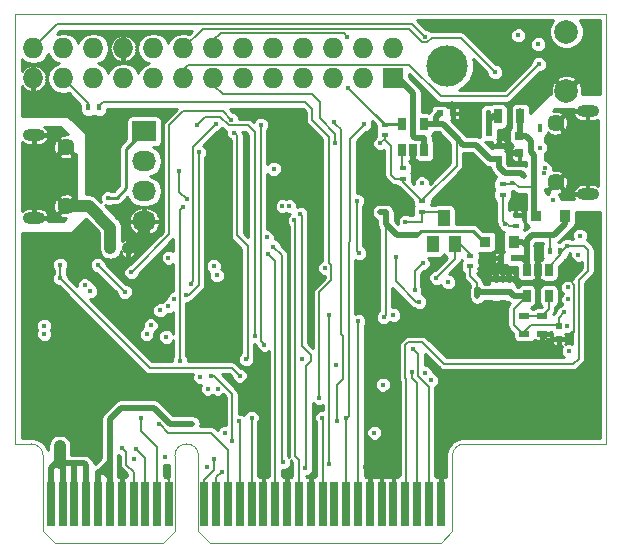
<source format=gbl>
G04 #@! TF.FileFunction,Copper,L4,Bot,Mixed*
%FSLAX46Y46*%
G04 Gerber Fmt 4.6, Leading zero omitted, Abs format (unit mm)*
G04 Created by KiCad (PCBNEW 4.0.7) date 09/09/17 19:38:47*
%MOMM*%
%LPD*%
G01*
G04 APERTURE LIST*
%ADD10C,0.100000*%
%ADD11R,1.000000X1.400000*%
%ADD12R,0.900000X0.900000*%
%ADD13R,0.900000X1.100000*%
%ADD14R,0.600000X0.500000*%
%ADD15R,2.032000X1.727200*%
%ADD16O,2.032000X1.727200*%
%ADD17R,0.600000X0.400000*%
%ADD18R,0.500000X0.600000*%
%ADD19R,0.750000X0.800000*%
%ADD20R,1.727200X1.727200*%
%ADD21O,1.727200X1.727200*%
%ADD22C,3.500000*%
%ADD23R,0.700000X1.300000*%
%ADD24R,0.500000X0.900000*%
%ADD25R,0.400000X0.600000*%
%ADD26R,0.900000X0.500000*%
%ADD27C,2.000000*%
%ADD28R,0.650000X1.060000*%
%ADD29O,1.900000X1.000000*%
%ADD30C,1.450000*%
%ADD31R,0.700000X3.850000*%
%ADD32C,0.400000*%
%ADD33C,1.000000*%
%ADD34C,0.500000*%
%ADD35C,0.150000*%
%ADD36C,0.250000*%
%ADD37C,0.200000*%
G04 APERTURE END LIST*
D10*
X137927358Y-135315553D02*
X137927358Y-135715553D01*
X126777358Y-135715553D02*
X126777358Y-135315553D01*
X127777358Y-136715553D02*
X126777358Y-135715553D01*
X136927358Y-136715553D02*
X127777358Y-136715553D01*
X137927358Y-135715553D02*
X136927358Y-136715553D01*
X161427358Y-135315553D02*
X161427358Y-135715553D01*
X139927358Y-135715553D02*
X139927358Y-135315553D01*
X140927358Y-136715553D02*
X139927358Y-135715553D01*
X160427358Y-136715553D02*
X140927358Y-136715553D01*
X161427358Y-135715553D02*
X160427358Y-136715553D01*
X124427358Y-91915553D02*
X174427358Y-91915553D01*
X174427358Y-128315553D02*
X174427358Y-91915553D01*
X174427358Y-128315553D02*
X162427358Y-128315553D01*
X124427358Y-128315553D02*
X124427358Y-91915553D01*
X125777358Y-128315553D02*
X124427358Y-128315553D01*
X125777358Y-128315553D02*
G75*
G02X126777358Y-129315553I0J-1000000D01*
G01*
X126777358Y-135315553D02*
X126777358Y-129315553D01*
X137927358Y-129315553D02*
X137927358Y-135315553D01*
X137927358Y-129315553D02*
G75*
G02X139927358Y-129315553I1000000J0D01*
G01*
X139927358Y-135315553D02*
X139927358Y-129315553D01*
X161427358Y-129315553D02*
X161427358Y-135315553D01*
X161427358Y-129315553D02*
G75*
G02X162427358Y-128315553I1000000J0D01*
G01*
D11*
X161681200Y-111386800D03*
X159781200Y-111386800D03*
X160731200Y-109186800D03*
D12*
X164217500Y-111188500D03*
D13*
X166617500Y-111188500D03*
D14*
X160359000Y-100330000D03*
X161459000Y-100330000D03*
D15*
X135331200Y-101854000D03*
D16*
X135331200Y-104394000D03*
X135331200Y-106934000D03*
X135331200Y-109474000D03*
D17*
X155702000Y-102177000D03*
X155702000Y-101277000D03*
D18*
X166243000Y-115485000D03*
X166243000Y-114385000D03*
D19*
X167106600Y-102221600D03*
X167106600Y-103721600D03*
D18*
X170434000Y-118322000D03*
X170434000Y-119422000D03*
X165100000Y-115485000D03*
X165100000Y-114385000D03*
D14*
X166640600Y-112598200D03*
X165540600Y-112598200D03*
D12*
X168535500Y-109029500D03*
D13*
X170935500Y-109029500D03*
D20*
X156428440Y-97363280D03*
D21*
X156428440Y-94823280D03*
X153888440Y-97363280D03*
X153888440Y-94823280D03*
X151348440Y-97363280D03*
X151348440Y-94823280D03*
X148808440Y-97363280D03*
X148808440Y-94823280D03*
X146268440Y-97363280D03*
X146268440Y-94823280D03*
X143728440Y-97363280D03*
X143728440Y-94823280D03*
X141188440Y-97363280D03*
X141188440Y-94823280D03*
X138648440Y-97363280D03*
X138648440Y-94823280D03*
X136108440Y-97363280D03*
X136108440Y-94823280D03*
X133568440Y-97363280D03*
X133568440Y-94823280D03*
X131028440Y-97363280D03*
X131028440Y-94823280D03*
X128488440Y-97363280D03*
X128488440Y-94823280D03*
X125948440Y-97363280D03*
X125948440Y-94823280D03*
D22*
X160998440Y-96293280D03*
D23*
X167193000Y-100584000D03*
X165293000Y-100584000D03*
D24*
X132473000Y-111760000D03*
X133973000Y-111760000D03*
D17*
X165684200Y-106331600D03*
X165684200Y-107231600D03*
X166776400Y-109822400D03*
X166776400Y-108922400D03*
X162941000Y-113276800D03*
X162941000Y-112376800D03*
D25*
X130614000Y-99822000D03*
X131514000Y-99822000D03*
X170579200Y-111988600D03*
X169679200Y-111988600D03*
D26*
X167513000Y-118987000D03*
X167513000Y-117487000D03*
X169037000Y-117487000D03*
X169037000Y-118987000D03*
D27*
X171074080Y-93411040D03*
X171074080Y-98411040D03*
D18*
X165354000Y-104182000D03*
X165354000Y-103082000D03*
D17*
X157226000Y-105860000D03*
X157226000Y-104960000D03*
X158877000Y-107754000D03*
X158877000Y-108654000D03*
D28*
X159065000Y-103462000D03*
X158115000Y-103462000D03*
X157165000Y-103462000D03*
X157165000Y-101262000D03*
X159065000Y-101262000D03*
X167706000Y-113581000D03*
X168656000Y-113581000D03*
X169606000Y-113581000D03*
X169606000Y-115781000D03*
X167706000Y-115781000D03*
D29*
X125984000Y-109164000D03*
D30*
X128684000Y-108164000D03*
X128684000Y-103164000D03*
D29*
X125984000Y-102164000D03*
X172874940Y-100157400D03*
D30*
X170174940Y-101157400D03*
X170174940Y-106157400D03*
D29*
X172874940Y-107157400D03*
D31*
X127431800Y-133360400D03*
X128431800Y-133360400D03*
X129431800Y-133360400D03*
X130431800Y-133360400D03*
X131431800Y-133360400D03*
X132431800Y-133360400D03*
X133431800Y-133360400D03*
X134431800Y-133360400D03*
X135431800Y-133360400D03*
X136431800Y-133360400D03*
X137431800Y-133360400D03*
X140431800Y-133360400D03*
X141431800Y-133360400D03*
X142431800Y-133360400D03*
X143431800Y-133360400D03*
X144431800Y-133360400D03*
X145431800Y-133360400D03*
X146431800Y-133360400D03*
X147431800Y-133360400D03*
X148431800Y-133360400D03*
X149431800Y-133360400D03*
X150431800Y-133360400D03*
X151431800Y-133360400D03*
X152431800Y-133360400D03*
X153431800Y-133360400D03*
X154431800Y-133360400D03*
X155431800Y-133360400D03*
X156431800Y-133360400D03*
X157431800Y-133360400D03*
X158431800Y-133360400D03*
X159431800Y-133360400D03*
X160431800Y-133360400D03*
D32*
X126870000Y-118290000D03*
X126870000Y-119000000D03*
X128219200Y-129946400D03*
X128193800Y-129311400D03*
X128168400Y-128498600D03*
X139260000Y-114754990D03*
X161072233Y-114619534D03*
X141400000Y-101200000D03*
X143408400Y-122529600D03*
X128219200Y-113157000D03*
X128219200Y-114300000D03*
X138938000Y-107619800D03*
X138303000Y-105206800D03*
X138360000Y-121280000D03*
X138582400Y-108280200D03*
X158220000Y-115325001D03*
X158902400Y-113030000D03*
X166497000Y-106222800D03*
X143970000Y-121150000D03*
X142951200Y-101955600D03*
X169976800Y-107670600D03*
X168833800Y-103225600D03*
X155600400Y-117576600D03*
X147574000Y-108178600D03*
X147040600Y-108178600D03*
X155803600Y-108737400D03*
X155321000Y-108712000D03*
X140712148Y-118865010D03*
X149334489Y-113196225D03*
X142025914Y-112599639D03*
X161380000Y-99550000D03*
X168850000Y-111490000D03*
X149631400Y-130860800D03*
X125400000Y-112190000D03*
X138150000Y-125810000D03*
X125349000Y-127508000D03*
X173355000Y-127254000D03*
X131038600Y-129311400D03*
X130937000Y-128778000D03*
X149733000Y-105283000D03*
X146456400Y-110083600D03*
X129463800Y-129057400D03*
X143865600Y-110083600D03*
X160248600Y-130276600D03*
X155498800Y-130302000D03*
X154025600Y-130302000D03*
X141884400Y-130657600D03*
X147421600Y-130657600D03*
X145440400Y-130657600D03*
X133502400Y-116306600D03*
X133426200Y-130657600D03*
X137236200Y-130225800D03*
X160020000Y-104013000D03*
X158242000Y-105308400D03*
X163753800Y-113538000D03*
X164058600Y-122631200D03*
X163931600Y-112293400D03*
X160807400Y-103149400D03*
X166547800Y-108204000D03*
X163437000Y-107684000D03*
X161937000Y-107684000D03*
X163437000Y-106184000D03*
X161937000Y-106184000D03*
X166344600Y-104724200D03*
X171246800Y-119354600D03*
X132270000Y-106780000D03*
X168884600Y-101777800D03*
X168884600Y-101371400D03*
X152450800Y-126111000D03*
X153974800Y-101244400D03*
X151384000Y-101092000D03*
X151688800Y-126339600D03*
X141220000Y-113250000D03*
X153520000Y-112160000D03*
X153330000Y-107740000D03*
X138834833Y-115735167D03*
X139954000Y-103632000D03*
X152510000Y-93820000D03*
X152590000Y-98210000D03*
X135102600Y-126111000D03*
X141550000Y-123630002D03*
X141224000Y-129565400D03*
X140720000Y-123640000D03*
X140639800Y-130302000D03*
X136601200Y-126669800D03*
X140990000Y-122600000D03*
X142798800Y-128066800D03*
X143383000Y-126415800D03*
X144424400Y-126111000D03*
X145821400Y-112242600D03*
X146253200Y-111607600D03*
X147066000Y-129870200D03*
X148056600Y-109397800D03*
X148539200Y-108839000D03*
X148971000Y-130378200D03*
X150418800Y-126111000D03*
X150990000Y-117380000D03*
X136691997Y-117013501D03*
X151003000Y-130048000D03*
X153436417Y-117914990D03*
X135880000Y-118280000D03*
X154813000Y-127355600D03*
X142189200Y-127355600D03*
X137370000Y-116660000D03*
X156430000Y-117410000D03*
X171145200Y-111531400D03*
X159100000Y-122330000D03*
X151530000Y-121640000D03*
X158000000Y-122200000D03*
X158080000Y-120260000D03*
X159630000Y-122930000D03*
X148691600Y-121158000D03*
X158627634Y-116291074D03*
X137880000Y-116060000D03*
X156610000Y-112470000D03*
X166990000Y-93730000D03*
X165912800Y-109677200D03*
X158851600Y-106248200D03*
X141480000Y-114051785D03*
X160066450Y-114251784D03*
X134240000Y-113795010D03*
X142720000Y-100860000D03*
X150164800Y-124434600D03*
X144690000Y-119215021D03*
X139776200Y-101320600D03*
X171246800Y-116078000D03*
X145500000Y-119900000D03*
X145211800Y-101295200D03*
X171272200Y-120446800D03*
X135530000Y-119050000D03*
X172085000Y-112293400D03*
X140090000Y-122670000D03*
X171221400Y-115036600D03*
X150680000Y-113420000D03*
X137180000Y-119240000D03*
X133702104Y-115437894D03*
X172212000Y-110693200D03*
X170880000Y-117180000D03*
X139390000Y-126590000D03*
X132461000Y-127508000D03*
X132461000Y-128397000D03*
X155321000Y-102870000D03*
X132461000Y-126365000D03*
X146304000Y-105029000D03*
X131394200Y-113157000D03*
X163550600Y-115239800D03*
X163550600Y-115824000D03*
X145694400Y-110820200D03*
X137388600Y-112547400D03*
X160045400Y-101219000D03*
X167462200Y-105613200D03*
X168680000Y-94470000D03*
X157454600Y-109499400D03*
X133477000Y-128676400D03*
X137134600Y-129463800D03*
X134493000Y-129590800D03*
X134645400Y-128727200D03*
X155550000Y-123290000D03*
X171100000Y-118320000D03*
X151500000Y-102850000D03*
X168740000Y-96150000D03*
X165040000Y-96830000D03*
X159080000Y-93840000D03*
X132270000Y-107510000D03*
X164520000Y-101940000D03*
X164520000Y-101370000D03*
X169189400Y-105359200D03*
X169240200Y-104978200D03*
X130780000Y-115370000D03*
X130300000Y-114890000D03*
D33*
X128193800Y-129311400D02*
X128193800Y-128524000D01*
X128219200Y-129946400D02*
X128219200Y-129336800D01*
X128219200Y-129336800D02*
X128193800Y-129311400D01*
X128193800Y-128524000D02*
X128168400Y-128498600D01*
D34*
X130431800Y-134010400D02*
X130431800Y-130127000D01*
X130251200Y-129946400D02*
X128219200Y-129946400D01*
X130431800Y-130127000D02*
X130251200Y-129946400D01*
X129431800Y-134010400D02*
X129431800Y-130193800D01*
X129184400Y-129946400D02*
X128219200Y-129946400D01*
X129431800Y-130193800D02*
X129184400Y-129946400D01*
X128431800Y-134010400D02*
X128431800Y-130159000D01*
X128431800Y-130159000D02*
X128219200Y-129946400D01*
X127431800Y-134010400D02*
X127431800Y-130352800D01*
X127838200Y-129946400D02*
X128219200Y-129946400D01*
X127431800Y-130352800D02*
X127838200Y-129946400D01*
D35*
X139459999Y-103140001D02*
X139459999Y-114554991D01*
X141400000Y-101200000D02*
X139459999Y-103140001D01*
X139459999Y-114554991D02*
X139260000Y-114754990D01*
X128219200Y-114300000D02*
X135799200Y-121880000D01*
X135799200Y-121880000D02*
X142758800Y-121880000D01*
X142758800Y-121880000D02*
X143208401Y-122329601D01*
X143208401Y-122329601D02*
X143408400Y-122529600D01*
X128219200Y-113157000D02*
X128219200Y-114300000D01*
X138938000Y-107619800D02*
X138277600Y-106959400D01*
X138277600Y-106959400D02*
X138277600Y-105232200D01*
X138277600Y-105232200D02*
X138303000Y-105206800D01*
X138360000Y-120997158D02*
X138360000Y-121280000D01*
X138359831Y-120996989D02*
X138360000Y-120997158D01*
X138359831Y-108502769D02*
X138359831Y-120996989D01*
X138582400Y-108280200D02*
X138359831Y-108502769D01*
X158220000Y-113712400D02*
X158220000Y-115042159D01*
X158902400Y-113030000D02*
X158220000Y-113712400D01*
X158220000Y-115042159D02*
X158220000Y-115325001D01*
X166497000Y-106222800D02*
X166674800Y-106222800D01*
X166674800Y-106222800D02*
X167030400Y-106578400D01*
X167030400Y-106578400D02*
X168351200Y-106578400D01*
D34*
X167106600Y-102221600D02*
X167626600Y-102221600D01*
X167626600Y-102221600D02*
X168097200Y-102692200D01*
X168097200Y-102692200D02*
X168097200Y-103632000D01*
X168097200Y-103632000D02*
X168351200Y-103886000D01*
X168351200Y-103886000D02*
X168351200Y-106578400D01*
X168351200Y-106578400D02*
X168351200Y-108845200D01*
X168351200Y-108845200D02*
X168535500Y-109029500D01*
X167193000Y-100584000D02*
X167193000Y-102135200D01*
X167193000Y-102135200D02*
X167106600Y-102221600D01*
D35*
X165684200Y-106331600D02*
X166388200Y-106331600D01*
X166388200Y-106331600D02*
X166497000Y-106222800D01*
D34*
X167193000Y-100584000D02*
X167193000Y-100142000D01*
D35*
X143179800Y-102209600D02*
X143195040Y-102209600D01*
X143195040Y-102199440D02*
X143189960Y-102199440D01*
X144099280Y-121020720D02*
X143970000Y-121150000D01*
X144099280Y-111561880D02*
X144099280Y-121020720D01*
X142951200Y-101955600D02*
X143195040Y-102199440D01*
X143189960Y-102199440D02*
X143179800Y-102209600D01*
X143195040Y-102209600D02*
X143195040Y-110657640D01*
X143195040Y-110657640D02*
X144099280Y-111561880D01*
X155600400Y-117576600D02*
X155803600Y-117373400D01*
X155803600Y-117373400D02*
X155803600Y-109728000D01*
D34*
X156845000Y-110667800D02*
X156743400Y-110667800D01*
X156743400Y-110667800D02*
X155803600Y-109728000D01*
X155803600Y-109728000D02*
X155803600Y-108737400D01*
X155321000Y-108712000D02*
X155778200Y-108712000D01*
X155778200Y-108712000D02*
X155803600Y-108737400D01*
X155778200Y-108712000D02*
X155803600Y-108737400D01*
X158394400Y-110667800D02*
X156845000Y-110667800D01*
D36*
X158775400Y-110286800D02*
X158394400Y-110667800D01*
X163169600Y-110286800D02*
X158775400Y-110286800D01*
X163169600Y-110286800D02*
X164071300Y-111188500D01*
X164217500Y-111188500D02*
X164071300Y-111188500D01*
D34*
X161429000Y-99550000D02*
X161380000Y-99550000D01*
X161459000Y-99580000D02*
X161429000Y-99550000D01*
X161459000Y-100330000D02*
X161459000Y-99580000D01*
D35*
X168656200Y-111683800D02*
X168656000Y-111683800D01*
X168850000Y-111490000D02*
X168656200Y-111683800D01*
X149431800Y-131060400D02*
X149631400Y-130860800D01*
X149431800Y-131060400D02*
X149431800Y-134010400D01*
X171380000Y-114560000D02*
X171470398Y-114560000D01*
X171470398Y-114560000D02*
X171760398Y-114850000D01*
X171246800Y-119354600D02*
X171246800Y-119343200D01*
X171246800Y-119343200D02*
X171760398Y-118829602D01*
X171760398Y-118829602D02*
X171760398Y-114850000D01*
X170097800Y-114560000D02*
X170078400Y-114579400D01*
X171380000Y-114560000D02*
X170097800Y-114560000D01*
X170434000Y-119422000D02*
X169472000Y-119422000D01*
X169472000Y-119422000D02*
X169037000Y-118987000D01*
X137431800Y-134010400D02*
X137431800Y-130421400D01*
X137431800Y-130421400D02*
X137236200Y-130225800D01*
D33*
X133973000Y-111760000D02*
X134112000Y-111760000D01*
X134112000Y-111760000D02*
X135331200Y-110540800D01*
X135331200Y-110540800D02*
X135331200Y-109474000D01*
D35*
X160431800Y-130459800D02*
X160248600Y-130276600D01*
X160431800Y-130459800D02*
X160431800Y-134010400D01*
X156431800Y-134010400D02*
X156431800Y-131057200D01*
X155676600Y-130302000D02*
X155498800Y-130302000D01*
X156431800Y-131057200D02*
X155676600Y-130302000D01*
X155431800Y-134010400D02*
X155431800Y-130369000D01*
X155431800Y-130369000D02*
X155498800Y-130302000D01*
X154431800Y-134010400D02*
X154431800Y-130708200D01*
X154431800Y-130708200D02*
X154025600Y-130302000D01*
X147421600Y-130657600D02*
X147421600Y-134000200D01*
X147421600Y-134000200D02*
X147431800Y-134010400D01*
X147447000Y-130632200D02*
X147421600Y-130657600D01*
X145431800Y-134010400D02*
X145431800Y-130666200D01*
X145431800Y-130666200D02*
X145440400Y-130657600D01*
X133431800Y-134010400D02*
X133431800Y-130663200D01*
X133431800Y-130663200D02*
X133426200Y-130657600D01*
X141431800Y-134010400D02*
X141431800Y-131110200D01*
X141431800Y-131110200D02*
X141884400Y-130657600D01*
X141431800Y-131110200D02*
X141884400Y-130657600D01*
D34*
X158115000Y-103462000D02*
X158115000Y-104267000D01*
X160020000Y-104394000D02*
X160020000Y-104013000D01*
X159766000Y-104648000D02*
X160020000Y-104394000D01*
X158496000Y-104648000D02*
X159766000Y-104648000D01*
X158115000Y-104267000D02*
X158496000Y-104648000D01*
D35*
X169037000Y-118821200D02*
X169037000Y-118987000D01*
X168656000Y-114579400D02*
X170078400Y-114579400D01*
D34*
X166243000Y-114385000D02*
X166243000Y-113868200D01*
X166243000Y-113868200D02*
X165540600Y-113165800D01*
X165540600Y-113165800D02*
X165540600Y-112598200D01*
X165540600Y-112598200D02*
X165540600Y-113021200D01*
X165540600Y-113021200D02*
X165100000Y-113461800D01*
X168656000Y-113581000D02*
X168656000Y-111683800D01*
X168656000Y-111683800D02*
X168529000Y-111556800D01*
X165100000Y-114385000D02*
X164600800Y-114385000D01*
X164600800Y-114385000D02*
X163753800Y-113538000D01*
X165100000Y-114385000D02*
X165100000Y-113461800D01*
X165100000Y-113461800D02*
X163931600Y-112293400D01*
X168656000Y-113581000D02*
X168656000Y-114579400D01*
X166243000Y-114385000D02*
X165100000Y-114385000D01*
X168656000Y-113581000D02*
X168656000Y-114579400D01*
X168656000Y-114579400D02*
X168554400Y-114681000D01*
X168554400Y-114681000D02*
X166979600Y-114681000D01*
X166979600Y-114681000D02*
X166683600Y-114385000D01*
X166683600Y-114385000D02*
X166243000Y-114385000D01*
X167106600Y-103721600D02*
X166510400Y-103721600D01*
X166510400Y-103721600D02*
X165870800Y-103082000D01*
X165870800Y-103082000D02*
X165354000Y-103082000D01*
D35*
X166776400Y-108922400D02*
X166776400Y-108432600D01*
X166776400Y-108432600D02*
X166547800Y-108204000D01*
D34*
X165354000Y-103082000D02*
X165312000Y-103082000D01*
D35*
X163437000Y-107684000D02*
X163449000Y-107696000D01*
X161937000Y-107684000D02*
X161925000Y-107696000D01*
X163437000Y-106184000D02*
X163449000Y-106172000D01*
X161937000Y-106184000D02*
X161949000Y-106172000D01*
X161949000Y-106172000D02*
X161950400Y-106172000D01*
X170434000Y-119422000D02*
X170417400Y-119422000D01*
X170434000Y-119422000D02*
X171179400Y-119422000D01*
X171179400Y-119422000D02*
X171246800Y-119354600D01*
X168884600Y-101371400D02*
X168884600Y-101777800D01*
D34*
X156428440Y-97363280D02*
X156863280Y-97363280D01*
X156863280Y-97363280D02*
X158115000Y-98615000D01*
X158115000Y-102235000D02*
X158115000Y-98615000D01*
X158303000Y-102423000D02*
X158115000Y-102235000D01*
X159065000Y-102423000D02*
X158303000Y-102423000D01*
X159065000Y-103462000D02*
X159065000Y-102423000D01*
D35*
X152450800Y-126111000D02*
X152650799Y-125911001D01*
X152650799Y-125911001D02*
X152650799Y-111273803D01*
X152650799Y-111273803D02*
X152760000Y-111164602D01*
X152760000Y-111164602D02*
X152760000Y-102459200D01*
X152760000Y-102459200D02*
X153774801Y-101444399D01*
X153774801Y-101444399D02*
X153974800Y-101244400D01*
X152450800Y-126111000D02*
X152431800Y-126130000D01*
X152431800Y-126130000D02*
X152431800Y-134010400D01*
X151688800Y-126339600D02*
X151688800Y-123317000D01*
X151583999Y-101291999D02*
X151384000Y-101092000D01*
X151688800Y-123317000D02*
X152200000Y-122805800D01*
X152200000Y-122805800D02*
X152200000Y-119180000D01*
X152200000Y-119180000D02*
X151993600Y-118973600D01*
X151993600Y-118973600D02*
X151993600Y-111426400D01*
X151984988Y-101692988D02*
X151583999Y-101291999D01*
X151993600Y-111426400D02*
X151984988Y-111417788D01*
X151984988Y-111417788D02*
X151984988Y-101692988D01*
X153330000Y-111970000D02*
X153520000Y-112160000D01*
X153330000Y-107740000D02*
X153330000Y-111970000D01*
X139954000Y-103632000D02*
X139954000Y-114898842D01*
X139117675Y-115735167D02*
X138834833Y-115735167D01*
X139954000Y-114898842D02*
X139117675Y-115735167D01*
X157165000Y-101262000D02*
X155642000Y-101262000D01*
X155642000Y-101262000D02*
X152590000Y-98210000D01*
X141809998Y-93530002D02*
X141188440Y-94151560D01*
X152220002Y-93530002D02*
X141809998Y-93530002D01*
X152510000Y-93820000D02*
X152220002Y-93530002D01*
X141188440Y-94151560D02*
X141188440Y-94823280D01*
X155702000Y-101277000D02*
X155702000Y-101264720D01*
X155702000Y-101264720D02*
X153598880Y-99161600D01*
X155702000Y-101277000D02*
X157150000Y-101277000D01*
X157150000Y-101277000D02*
X157165000Y-101262000D01*
X136423400Y-128549400D02*
X136423400Y-134002000D01*
X135915400Y-128041400D02*
X136423400Y-128549400D01*
X135102600Y-127228600D02*
X135915400Y-128041400D01*
X135102600Y-126111000D02*
X135102600Y-127228600D01*
X136423400Y-134002000D02*
X136431800Y-134010400D01*
X141224000Y-129565400D02*
X141224000Y-130556000D01*
X140431800Y-131348200D02*
X140431800Y-134010400D01*
X141224000Y-130556000D02*
X140431800Y-131348200D01*
X136601200Y-126669800D02*
X136652000Y-126669800D01*
X142431800Y-128817400D02*
X142431800Y-134010400D01*
X140995400Y-127381000D02*
X142431800Y-128817400D01*
X137363200Y-127381000D02*
X140995400Y-127381000D01*
X136652000Y-126669800D02*
X137363200Y-127381000D01*
X141272842Y-122600000D02*
X140990000Y-122600000D01*
X142798800Y-128066800D02*
X142798800Y-124125958D01*
X142798800Y-124125958D02*
X141272842Y-122600000D01*
X143383000Y-126415800D02*
X143431800Y-126464600D01*
X143431800Y-126464600D02*
X143431800Y-134010400D01*
X144424400Y-126111000D02*
X144431800Y-126118400D01*
X144431800Y-126118400D02*
X144431800Y-134010400D01*
X146431800Y-113131600D02*
X146431800Y-112853000D01*
X146431800Y-134010400D02*
X146431800Y-113131600D01*
X145821400Y-112242600D02*
X146431800Y-112853000D01*
X146253200Y-111607600D02*
X146964400Y-112318800D01*
X146964400Y-112318800D02*
X146964400Y-129768600D01*
X146964400Y-129768600D02*
X147066000Y-129870200D01*
X148056600Y-109397800D02*
X148132800Y-109474000D01*
X148132800Y-109474000D02*
X148132800Y-129336800D01*
X148132800Y-129336800D02*
X148431800Y-129635800D01*
X148431800Y-129635800D02*
X148431800Y-134010400D01*
X148539200Y-108839000D02*
X148666200Y-108966000D01*
X148666200Y-108966000D02*
X148666200Y-120015000D01*
X148666200Y-120015000D02*
X149428200Y-120777000D01*
X149428200Y-120777000D02*
X149428200Y-121335800D01*
X149428200Y-121335800D02*
X149072600Y-121691400D01*
X149072600Y-121691400D02*
X149072600Y-130276600D01*
X149072600Y-130276600D02*
X148971000Y-130378200D01*
X150418800Y-126111000D02*
X150431800Y-126124000D01*
X150431800Y-126124000D02*
X150431800Y-134010400D01*
X151003000Y-117393000D02*
X150990000Y-117380000D01*
X151003000Y-130048000D02*
X151003000Y-117393000D01*
X153431800Y-134010400D02*
X153436417Y-134005783D01*
X153436417Y-118197832D02*
X153436417Y-117914990D01*
X153436417Y-134005783D02*
X153436417Y-118197832D01*
X171145200Y-111531400D02*
X172567600Y-111531400D01*
X172567600Y-111531400D02*
X172948600Y-111912400D01*
X172948600Y-111912400D02*
X172948600Y-113639600D01*
X171678600Y-121539000D02*
X160731200Y-121539000D01*
X157530800Y-133911400D02*
X157431800Y-134010400D01*
X172948600Y-113639600D02*
X172110400Y-114477800D01*
X172110400Y-114477800D02*
X172110400Y-121107200D01*
X172110400Y-121107200D02*
X171678600Y-121539000D01*
X157444999Y-119951997D02*
X157444999Y-122738001D01*
X160731200Y-121539000D02*
X158887198Y-119694998D01*
X158887198Y-119694998D02*
X157701998Y-119694998D01*
X157701998Y-119694998D02*
X157444999Y-119951997D01*
X157444999Y-122738001D02*
X157530800Y-122823802D01*
X157530800Y-122823802D02*
X157530800Y-133911400D01*
X170688000Y-111988600D02*
X171145200Y-111531400D01*
X170579200Y-111988600D02*
X170688000Y-111988600D01*
X170579200Y-111988600D02*
X170579200Y-112351400D01*
X170579200Y-112351400D02*
X169606000Y-113324600D01*
X169606000Y-113324600D02*
X169606000Y-113581000D01*
X158000000Y-122692842D02*
X158000000Y-122482842D01*
X158431800Y-123124642D02*
X158000000Y-122692842D01*
X158431800Y-134010400D02*
X158431800Y-123124642D01*
X158000000Y-122482842D02*
X158000000Y-122200000D01*
X158279999Y-120459999D02*
X158080000Y-120260000D01*
X158534999Y-120714999D02*
X158279999Y-120459999D01*
X159431800Y-123454802D02*
X158534999Y-122558001D01*
X159431800Y-134010400D02*
X159431800Y-123454802D01*
X158534999Y-122558001D02*
X158534999Y-120714999D01*
X156610000Y-114556282D02*
X158344792Y-116291074D01*
X156610000Y-112470000D02*
X156610000Y-114556282D01*
X158344792Y-116291074D02*
X158627634Y-116291074D01*
X165912800Y-109677200D02*
X166116000Y-109677200D01*
X166116000Y-109677200D02*
X166261200Y-109822400D01*
X166261200Y-109822400D02*
X166776400Y-109822400D01*
X165684200Y-107231600D02*
X165684200Y-109448600D01*
X165684200Y-109448600D02*
X165912800Y-109677200D01*
X161681200Y-111386800D02*
X161681200Y-112637034D01*
X161681200Y-112637034D02*
X160266449Y-114051785D01*
X160266449Y-114051785D02*
X160066450Y-114251784D01*
X162941000Y-112376800D02*
X162941000Y-112242600D01*
X162941000Y-112242600D02*
X162085200Y-111386800D01*
X162085200Y-111386800D02*
X161681200Y-111386800D01*
X134439999Y-113595011D02*
X134240000Y-113795010D01*
X137464800Y-101346000D02*
X137464800Y-110570210D01*
X138658600Y-100152200D02*
X137464800Y-101346000D01*
X142012200Y-100152200D02*
X138658600Y-100152200D01*
X142720000Y-100860000D02*
X142012200Y-100152200D01*
X137464800Y-110570210D02*
X134439999Y-113595011D01*
X151155001Y-114478199D02*
X151155001Y-113181999D01*
X150164800Y-124434600D02*
X150164800Y-115468400D01*
X150164800Y-115468400D02*
X151155001Y-114478199D01*
X150977600Y-102307600D02*
X149580000Y-100910000D01*
X151155001Y-113181999D02*
X150977600Y-113004598D01*
X150977600Y-113004598D02*
X150977600Y-102307600D01*
X149580000Y-100910000D02*
X149580000Y-99973800D01*
X149580000Y-99973800D02*
X148978200Y-99372000D01*
X148978200Y-99372000D02*
X131864000Y-99372000D01*
X131514000Y-99722000D02*
X131514000Y-99822000D01*
X131864000Y-99372000D02*
X131514000Y-99722000D01*
X144119600Y-101346000D02*
X144690000Y-101916400D01*
X141757400Y-100609400D02*
X142494000Y-101346000D01*
X140487400Y-100609400D02*
X141757400Y-100609400D01*
X142494000Y-101346000D02*
X144119600Y-101346000D01*
X144690000Y-101916400D02*
X144690000Y-118932179D01*
X144690000Y-118932179D02*
X144690000Y-119215021D01*
X139776200Y-101320600D02*
X140487400Y-100609400D01*
X145300001Y-119700001D02*
X145500000Y-119900000D01*
X145211800Y-119611800D02*
X145300001Y-119700001D01*
X145211800Y-101295200D02*
X145211800Y-119611800D01*
X172085000Y-112293400D02*
X172059600Y-112293400D01*
X133675094Y-115437894D02*
X133702104Y-115437894D01*
X131394200Y-113157000D02*
X133675094Y-115437894D01*
X167513000Y-118987000D02*
X167513000Y-118847000D01*
X167513000Y-118847000D02*
X168120000Y-118240000D01*
X168120000Y-118240000D02*
X170352000Y-118240000D01*
X170352000Y-118240000D02*
X170434000Y-118322000D01*
X170434000Y-118322000D02*
X170434000Y-117626000D01*
X170434000Y-117626000D02*
X170880000Y-117180000D01*
X170434000Y-118322000D02*
X170434000Y-118084600D01*
D34*
X137700000Y-126590000D02*
X137512000Y-126590000D01*
X137512000Y-126590000D02*
X136194800Y-125272800D01*
X137700000Y-126590000D02*
X139390000Y-126590000D01*
X133350000Y-125272800D02*
X136194800Y-125272800D01*
X131445000Y-130657600D02*
X131597400Y-130657600D01*
X131597400Y-130657600D02*
X132431800Y-129823200D01*
D35*
X132461000Y-128397000D02*
X132461000Y-127508000D01*
X132461000Y-127508000D02*
X132461000Y-126365000D01*
X155702000Y-102177000D02*
X155702000Y-102489000D01*
X155702000Y-102489000D02*
X155321000Y-102870000D01*
X132461000Y-126365000D02*
X132431800Y-126365000D01*
X132431800Y-126365000D02*
X132461000Y-126365000D01*
X132461000Y-126365000D02*
X132431800Y-126365000D01*
D34*
X132431800Y-131292600D02*
X132431800Y-129823200D01*
X132431800Y-129823200D02*
X132431800Y-126365000D01*
X132431800Y-126365000D02*
X132431800Y-126191000D01*
X132431800Y-126191000D02*
X133350000Y-125272800D01*
X132431800Y-134010400D02*
X132431800Y-131292600D01*
X132431800Y-131292600D02*
X132431800Y-131136400D01*
X131953000Y-130657600D02*
X131445000Y-130657600D01*
X131445000Y-130657600D02*
X131431800Y-130657600D01*
X132431800Y-131136400D02*
X131953000Y-130657600D01*
X131431800Y-134010400D02*
X131431800Y-130657600D01*
X163550600Y-115239800D02*
X163550600Y-115824000D01*
D35*
X162941000Y-113276800D02*
X162941000Y-114096800D01*
X163550600Y-114706400D02*
X163550600Y-115239800D01*
X162941000Y-114096800D02*
X163550600Y-114706400D01*
X145694400Y-110820200D02*
X145669000Y-110820200D01*
X158877000Y-107754000D02*
X158877000Y-107696000D01*
X158877000Y-107696000D02*
X161798000Y-104775000D01*
X161798000Y-104775000D02*
X161798000Y-102412800D01*
X157226000Y-105860000D02*
X157226000Y-106103000D01*
X157226000Y-106103000D02*
X158877000Y-107754000D01*
X155702000Y-102177000D02*
X155702000Y-102616000D01*
X156533000Y-105860000D02*
X157226000Y-105860000D01*
X156210000Y-105537000D02*
X156533000Y-105860000D01*
X156210000Y-103124000D02*
X156210000Y-105537000D01*
X155702000Y-102616000D02*
X156210000Y-103124000D01*
D34*
X160045400Y-101219000D02*
X160045400Y-100643600D01*
X160045400Y-100643600D02*
X160359000Y-100330000D01*
X160045400Y-101219000D02*
X159108000Y-101219000D01*
X159108000Y-101219000D02*
X159065000Y-101262000D01*
X165100000Y-115485000D02*
X163795800Y-115485000D01*
X163795800Y-115485000D02*
X163550600Y-115239800D01*
X166243000Y-115485000D02*
X166310400Y-115485000D01*
X166310400Y-115485000D02*
X166606400Y-115781000D01*
X166606400Y-115781000D02*
X167706000Y-115781000D01*
X165100000Y-115485000D02*
X166243000Y-115485000D01*
D35*
X167513000Y-118987000D02*
X167374000Y-118987000D01*
X167374000Y-118987000D02*
X166624000Y-118237000D01*
X166624000Y-118237000D02*
X166624000Y-116863000D01*
X166624000Y-116863000D02*
X167706000Y-115781000D01*
D34*
X165354000Y-104182000D02*
X164634000Y-104182000D01*
X164634000Y-104182000D02*
X163423600Y-102971600D01*
X163423600Y-102971600D02*
X162356800Y-102971600D01*
X162356800Y-102971600D02*
X161798000Y-102412800D01*
X161798000Y-102412800D02*
X160604200Y-101219000D01*
X160604200Y-101219000D02*
X160045400Y-101219000D01*
X165354000Y-104182000D02*
X165354000Y-104902000D01*
X165354000Y-104902000D02*
X165862000Y-105410000D01*
X165862000Y-105410000D02*
X167259000Y-105410000D01*
X167259000Y-105410000D02*
X167462200Y-105613200D01*
D35*
X169679200Y-111988600D02*
X169679200Y-110914600D01*
X169679200Y-110914600D02*
X170002200Y-110591600D01*
D34*
X170935500Y-109029500D02*
X170935500Y-109658300D01*
X170935500Y-109658300D02*
X170002200Y-110591600D01*
X170002200Y-110591600D02*
X168148000Y-110591600D01*
X166617500Y-111188500D02*
X167322500Y-111188500D01*
X167322500Y-111188500D02*
X167706000Y-111572000D01*
X166640600Y-112598200D02*
X167386000Y-112598200D01*
X167386000Y-112598200D02*
X167706000Y-112918200D01*
X167706000Y-113581000D02*
X167706000Y-112918200D01*
X167706000Y-112918200D02*
X167706000Y-111572000D01*
X167706000Y-111572000D02*
X167706000Y-111033600D01*
X167706000Y-111033600D02*
X168148000Y-110591600D01*
D35*
X158877000Y-108654000D02*
X160198400Y-108654000D01*
X160198400Y-108654000D02*
X160731200Y-109186800D01*
X158877000Y-108654000D02*
X158877000Y-109499400D01*
X158877000Y-109499400D02*
X158877000Y-109474000D01*
X158877000Y-109474000D02*
X158877000Y-109499400D01*
X157454600Y-109499400D02*
X158877000Y-109499400D01*
D33*
X128684000Y-108164000D02*
X130643000Y-108164000D01*
X132473000Y-109994000D02*
X132473000Y-111760000D01*
X130643000Y-108164000D02*
X132473000Y-109994000D01*
D35*
X133477000Y-128676400D02*
X133832600Y-129032000D01*
X133832600Y-129032000D02*
X133832600Y-130073400D01*
X133832600Y-130073400D02*
X134431800Y-130672600D01*
X134431800Y-130672600D02*
X134431800Y-134010400D01*
X134645400Y-128727200D02*
X135431800Y-129513600D01*
X135431800Y-129513600D02*
X135431800Y-134010400D01*
X157165000Y-103462000D02*
X157165000Y-104899000D01*
X157165000Y-104899000D02*
X157226000Y-104960000D01*
X169037000Y-117487000D02*
X167513000Y-117487000D01*
X169606000Y-115781000D02*
X169606000Y-116918000D01*
X169606000Y-116918000D02*
X169037000Y-117487000D01*
X142010000Y-98730000D02*
X141188440Y-97908440D01*
X149530000Y-98730000D02*
X142010000Y-98730000D01*
X150190000Y-99390000D02*
X149530000Y-98730000D01*
X150190000Y-100760000D02*
X150190000Y-99390000D01*
X151470000Y-102040000D02*
X150190000Y-100760000D01*
X151470000Y-102820000D02*
X151470000Y-102040000D01*
X151500000Y-102850000D02*
X151470000Y-102820000D01*
X141188440Y-97908440D02*
X141188440Y-97363280D01*
X138648440Y-97363280D02*
X138648440Y-96631560D01*
X157780000Y-96220000D02*
X160420000Y-98860000D01*
X138648440Y-96631560D02*
X139060000Y-96220000D01*
X139060000Y-96220000D02*
X157780000Y-96220000D01*
X160420000Y-98860000D02*
X166030000Y-98860000D01*
X166030000Y-98860000D02*
X168580000Y-96310000D01*
X168580000Y-96310000D02*
X168740000Y-96150000D01*
X164840001Y-96630001D02*
X165040000Y-96830000D01*
X140291720Y-93180000D02*
X157726998Y-93180000D01*
X158861999Y-94315001D02*
X159308001Y-94315001D01*
X159308001Y-94315001D02*
X159713002Y-93910000D01*
X157726998Y-93180000D02*
X158861999Y-94315001D01*
X159713002Y-93910000D02*
X162120000Y-93910000D01*
X138648440Y-94823280D02*
X140291720Y-93180000D01*
X162120000Y-93910000D02*
X164840001Y-96630001D01*
X158020000Y-92780000D02*
X158880001Y-93640001D01*
X158880001Y-93640001D02*
X159080000Y-93840000D01*
X127991720Y-92780000D02*
X158020000Y-92780000D01*
X125948440Y-94823280D02*
X127991720Y-92780000D01*
D36*
X133830000Y-103355200D02*
X135331200Y-101854000D01*
X133830000Y-106660000D02*
X133830000Y-103355200D01*
X133030000Y-107460000D02*
X133830000Y-106660000D01*
X132320000Y-107460000D02*
X133030000Y-107460000D01*
X132270000Y-107510000D02*
X132320000Y-107460000D01*
D35*
X135331200Y-101854000D02*
X135246000Y-101854000D01*
D34*
X164520000Y-101370000D02*
X164550000Y-101370000D01*
X164550000Y-101370000D02*
X164520000Y-101370000D01*
X164520000Y-101370000D02*
X164550000Y-101370000D01*
X164550000Y-101370000D02*
X164550000Y-100870000D01*
X164550000Y-100870000D02*
X164836000Y-100584000D01*
X164836000Y-100584000D02*
X165293000Y-100584000D01*
X165293000Y-100584000D02*
X165354000Y-100584000D01*
D35*
X130614000Y-99822000D02*
X130614000Y-99488840D01*
X130614000Y-99488840D02*
X128488440Y-97363280D01*
D34*
X156799280Y-94823280D02*
X156428440Y-94823280D01*
D36*
G36*
X171625204Y-99954799D02*
X171684981Y-100082400D01*
X172799940Y-100082400D01*
X172799940Y-100062400D01*
X172949940Y-100062400D01*
X172949940Y-100082400D01*
X172969940Y-100082400D01*
X172969940Y-100232400D01*
X172949940Y-100232400D01*
X172949940Y-100982400D01*
X173399940Y-100982400D01*
X173709945Y-100890899D01*
X173738000Y-100868226D01*
X173738000Y-106446574D01*
X173709945Y-106423901D01*
X173399940Y-106332400D01*
X172949940Y-106332400D01*
X172949940Y-107082400D01*
X172969940Y-107082400D01*
X172969940Y-107232400D01*
X172949940Y-107232400D01*
X172949940Y-107252400D01*
X172799940Y-107252400D01*
X172799940Y-107232400D01*
X171684981Y-107232400D01*
X171625204Y-107360001D01*
X171634038Y-107403823D01*
X171725018Y-107571000D01*
X170651887Y-107571000D01*
X170651917Y-107536923D01*
X170549371Y-107288743D01*
X170448030Y-107187225D01*
X170741984Y-107065466D01*
X170796417Y-106954799D01*
X171625204Y-106954799D01*
X171684981Y-107082400D01*
X172799940Y-107082400D01*
X172799940Y-106332400D01*
X172349940Y-106332400D01*
X172039935Y-106423901D01*
X171788544Y-106627070D01*
X171634038Y-106910977D01*
X171625204Y-106954799D01*
X170796417Y-106954799D01*
X170819449Y-106907975D01*
X170174940Y-106263466D01*
X169530431Y-106907975D01*
X169607896Y-107065466D01*
X169642266Y-107078476D01*
X169594943Y-107098029D01*
X169549835Y-107143059D01*
X169289000Y-106882224D01*
X169289000Y-106735327D01*
X169424365Y-106801909D01*
X170068874Y-106157400D01*
X170281006Y-106157400D01*
X170925515Y-106801909D01*
X171083006Y-106724444D01*
X171230882Y-106333779D01*
X171218000Y-105916261D01*
X171083006Y-105590356D01*
X170925515Y-105512891D01*
X170281006Y-106157400D01*
X170068874Y-106157400D01*
X170054732Y-106143258D01*
X170160798Y-106037192D01*
X170174940Y-106051334D01*
X170819449Y-105406825D01*
X170741984Y-105249334D01*
X170351319Y-105101458D01*
X169933801Y-105114340D01*
X169910550Y-105123971D01*
X169915083Y-105113055D01*
X169915317Y-104844523D01*
X169812771Y-104596343D01*
X169623056Y-104406297D01*
X169375055Y-104303317D01*
X169289000Y-104303242D01*
X169289000Y-103724956D01*
X169405703Y-103608456D01*
X169508683Y-103360455D01*
X169508917Y-103091923D01*
X169406371Y-102843743D01*
X169289000Y-102726167D01*
X169289000Y-102327867D01*
X169456503Y-102160656D01*
X169547238Y-101942144D01*
X169607896Y-102065466D01*
X169998561Y-102213342D01*
X170416079Y-102200460D01*
X170741984Y-102065466D01*
X170819449Y-101907975D01*
X170174940Y-101263466D01*
X170160798Y-101277609D01*
X170054732Y-101171543D01*
X170068874Y-101157400D01*
X170281006Y-101157400D01*
X170925515Y-101801909D01*
X171083006Y-101724444D01*
X171230882Y-101333779D01*
X171218000Y-100916261D01*
X171083006Y-100590356D01*
X170925515Y-100512891D01*
X170281006Y-101157400D01*
X170068874Y-101157400D01*
X170054732Y-101143258D01*
X170160798Y-101037192D01*
X170174940Y-101051334D01*
X170819449Y-100406825D01*
X170796418Y-100360001D01*
X171625204Y-100360001D01*
X171634038Y-100403823D01*
X171788544Y-100687730D01*
X172039935Y-100890899D01*
X172349940Y-100982400D01*
X172799940Y-100982400D01*
X172799940Y-100232400D01*
X171684981Y-100232400D01*
X171625204Y-100360001D01*
X170796418Y-100360001D01*
X170741984Y-100249334D01*
X170351319Y-100101458D01*
X169937552Y-100114224D01*
X170104776Y-99947000D01*
X171626776Y-99947000D01*
X171625204Y-99954799D01*
X171625204Y-99954799D01*
G37*
X171625204Y-99954799D02*
X171684981Y-100082400D01*
X172799940Y-100082400D01*
X172799940Y-100062400D01*
X172949940Y-100062400D01*
X172949940Y-100082400D01*
X172969940Y-100082400D01*
X172969940Y-100232400D01*
X172949940Y-100232400D01*
X172949940Y-100982400D01*
X173399940Y-100982400D01*
X173709945Y-100890899D01*
X173738000Y-100868226D01*
X173738000Y-106446574D01*
X173709945Y-106423901D01*
X173399940Y-106332400D01*
X172949940Y-106332400D01*
X172949940Y-107082400D01*
X172969940Y-107082400D01*
X172969940Y-107232400D01*
X172949940Y-107232400D01*
X172949940Y-107252400D01*
X172799940Y-107252400D01*
X172799940Y-107232400D01*
X171684981Y-107232400D01*
X171625204Y-107360001D01*
X171634038Y-107403823D01*
X171725018Y-107571000D01*
X170651887Y-107571000D01*
X170651917Y-107536923D01*
X170549371Y-107288743D01*
X170448030Y-107187225D01*
X170741984Y-107065466D01*
X170796417Y-106954799D01*
X171625204Y-106954799D01*
X171684981Y-107082400D01*
X172799940Y-107082400D01*
X172799940Y-106332400D01*
X172349940Y-106332400D01*
X172039935Y-106423901D01*
X171788544Y-106627070D01*
X171634038Y-106910977D01*
X171625204Y-106954799D01*
X170796417Y-106954799D01*
X170819449Y-106907975D01*
X170174940Y-106263466D01*
X169530431Y-106907975D01*
X169607896Y-107065466D01*
X169642266Y-107078476D01*
X169594943Y-107098029D01*
X169549835Y-107143059D01*
X169289000Y-106882224D01*
X169289000Y-106735327D01*
X169424365Y-106801909D01*
X170068874Y-106157400D01*
X170281006Y-106157400D01*
X170925515Y-106801909D01*
X171083006Y-106724444D01*
X171230882Y-106333779D01*
X171218000Y-105916261D01*
X171083006Y-105590356D01*
X170925515Y-105512891D01*
X170281006Y-106157400D01*
X170068874Y-106157400D01*
X170054732Y-106143258D01*
X170160798Y-106037192D01*
X170174940Y-106051334D01*
X170819449Y-105406825D01*
X170741984Y-105249334D01*
X170351319Y-105101458D01*
X169933801Y-105114340D01*
X169910550Y-105123971D01*
X169915083Y-105113055D01*
X169915317Y-104844523D01*
X169812771Y-104596343D01*
X169623056Y-104406297D01*
X169375055Y-104303317D01*
X169289000Y-104303242D01*
X169289000Y-103724956D01*
X169405703Y-103608456D01*
X169508683Y-103360455D01*
X169508917Y-103091923D01*
X169406371Y-102843743D01*
X169289000Y-102726167D01*
X169289000Y-102327867D01*
X169456503Y-102160656D01*
X169547238Y-101942144D01*
X169607896Y-102065466D01*
X169998561Y-102213342D01*
X170416079Y-102200460D01*
X170741984Y-102065466D01*
X170819449Y-101907975D01*
X170174940Y-101263466D01*
X170160798Y-101277609D01*
X170054732Y-101171543D01*
X170068874Y-101157400D01*
X170281006Y-101157400D01*
X170925515Y-101801909D01*
X171083006Y-101724444D01*
X171230882Y-101333779D01*
X171218000Y-100916261D01*
X171083006Y-100590356D01*
X170925515Y-100512891D01*
X170281006Y-101157400D01*
X170068874Y-101157400D01*
X170054732Y-101143258D01*
X170160798Y-101037192D01*
X170174940Y-101051334D01*
X170819449Y-100406825D01*
X170796418Y-100360001D01*
X171625204Y-100360001D01*
X171634038Y-100403823D01*
X171788544Y-100687730D01*
X172039935Y-100890899D01*
X172349940Y-100982400D01*
X172799940Y-100982400D01*
X172799940Y-100232400D01*
X171684981Y-100232400D01*
X171625204Y-100360001D01*
X170796418Y-100360001D01*
X170741984Y-100249334D01*
X170351319Y-100101458D01*
X169937552Y-100114224D01*
X170104776Y-99947000D01*
X171626776Y-99947000D01*
X171625204Y-99954799D01*
G36*
X128855435Y-102108211D02*
X128442861Y-102120940D01*
X128116956Y-102255934D01*
X128039491Y-102413425D01*
X128684000Y-103057934D01*
X128698143Y-103043792D01*
X128804209Y-103149858D01*
X128790066Y-103164000D01*
X129434575Y-103808509D01*
X129542000Y-103755670D01*
X129542000Y-107572330D01*
X129434575Y-107519491D01*
X128790066Y-108164000D01*
X128804209Y-108178143D01*
X128698143Y-108284209D01*
X128684000Y-108270066D01*
X128039491Y-108914575D01*
X128116956Y-109072066D01*
X128507621Y-109219942D01*
X128735307Y-109212917D01*
X128472224Y-109476000D01*
X127189214Y-109476000D01*
X127224902Y-109410423D01*
X127233736Y-109366601D01*
X127173959Y-109239000D01*
X126059000Y-109239000D01*
X126059000Y-109259000D01*
X125909000Y-109259000D01*
X125909000Y-109239000D01*
X125889000Y-109239000D01*
X125889000Y-109089000D01*
X125909000Y-109089000D01*
X125909000Y-108339000D01*
X126059000Y-108339000D01*
X126059000Y-109089000D01*
X127173959Y-109089000D01*
X127233736Y-108961399D01*
X127224902Y-108917577D01*
X127070396Y-108633670D01*
X126819005Y-108430501D01*
X126509000Y-108339000D01*
X126059000Y-108339000D01*
X125909000Y-108339000D01*
X125459000Y-108339000D01*
X125148995Y-108430501D01*
X124952358Y-108589419D01*
X124952358Y-107987621D01*
X127628058Y-107987621D01*
X127640940Y-108405139D01*
X127775934Y-108731044D01*
X127933425Y-108808509D01*
X128577934Y-108164000D01*
X127933425Y-107519491D01*
X127775934Y-107596956D01*
X127628058Y-107987621D01*
X124952358Y-107987621D01*
X124952358Y-107413425D01*
X128039491Y-107413425D01*
X128684000Y-108057934D01*
X129328509Y-107413425D01*
X129251044Y-107255934D01*
X128860379Y-107108058D01*
X128442861Y-107120940D01*
X128116956Y-107255934D01*
X128039491Y-107413425D01*
X124952358Y-107413425D01*
X124952358Y-103914575D01*
X128039491Y-103914575D01*
X128116956Y-104072066D01*
X128507621Y-104219942D01*
X128925139Y-104207060D01*
X129251044Y-104072066D01*
X129328509Y-103914575D01*
X128684000Y-103270066D01*
X128039491Y-103914575D01*
X124952358Y-103914575D01*
X124952358Y-102738581D01*
X125148995Y-102897499D01*
X125459000Y-102989000D01*
X125909000Y-102989000D01*
X125909000Y-102239000D01*
X126059000Y-102239000D01*
X126059000Y-102989000D01*
X126509000Y-102989000D01*
X126513672Y-102987621D01*
X127628058Y-102987621D01*
X127640940Y-103405139D01*
X127775934Y-103731044D01*
X127933425Y-103808509D01*
X128577934Y-103164000D01*
X127933425Y-102519491D01*
X127775934Y-102596956D01*
X127628058Y-102987621D01*
X126513672Y-102987621D01*
X126819005Y-102897499D01*
X127070396Y-102694330D01*
X127224902Y-102410423D01*
X127233736Y-102366601D01*
X127173959Y-102239000D01*
X126059000Y-102239000D01*
X125909000Y-102239000D01*
X125889000Y-102239000D01*
X125889000Y-102089000D01*
X125909000Y-102089000D01*
X125909000Y-102069000D01*
X126059000Y-102069000D01*
X126059000Y-102089000D01*
X127173959Y-102089000D01*
X127233736Y-101961399D01*
X127224902Y-101917577D01*
X127070396Y-101633670D01*
X126869116Y-101471000D01*
X128218224Y-101471000D01*
X128855435Y-102108211D01*
X128855435Y-102108211D01*
G37*
X128855435Y-102108211D02*
X128442861Y-102120940D01*
X128116956Y-102255934D01*
X128039491Y-102413425D01*
X128684000Y-103057934D01*
X128698143Y-103043792D01*
X128804209Y-103149858D01*
X128790066Y-103164000D01*
X129434575Y-103808509D01*
X129542000Y-103755670D01*
X129542000Y-107572330D01*
X129434575Y-107519491D01*
X128790066Y-108164000D01*
X128804209Y-108178143D01*
X128698143Y-108284209D01*
X128684000Y-108270066D01*
X128039491Y-108914575D01*
X128116956Y-109072066D01*
X128507621Y-109219942D01*
X128735307Y-109212917D01*
X128472224Y-109476000D01*
X127189214Y-109476000D01*
X127224902Y-109410423D01*
X127233736Y-109366601D01*
X127173959Y-109239000D01*
X126059000Y-109239000D01*
X126059000Y-109259000D01*
X125909000Y-109259000D01*
X125909000Y-109239000D01*
X125889000Y-109239000D01*
X125889000Y-109089000D01*
X125909000Y-109089000D01*
X125909000Y-108339000D01*
X126059000Y-108339000D01*
X126059000Y-109089000D01*
X127173959Y-109089000D01*
X127233736Y-108961399D01*
X127224902Y-108917577D01*
X127070396Y-108633670D01*
X126819005Y-108430501D01*
X126509000Y-108339000D01*
X126059000Y-108339000D01*
X125909000Y-108339000D01*
X125459000Y-108339000D01*
X125148995Y-108430501D01*
X124952358Y-108589419D01*
X124952358Y-107987621D01*
X127628058Y-107987621D01*
X127640940Y-108405139D01*
X127775934Y-108731044D01*
X127933425Y-108808509D01*
X128577934Y-108164000D01*
X127933425Y-107519491D01*
X127775934Y-107596956D01*
X127628058Y-107987621D01*
X124952358Y-107987621D01*
X124952358Y-107413425D01*
X128039491Y-107413425D01*
X128684000Y-108057934D01*
X129328509Y-107413425D01*
X129251044Y-107255934D01*
X128860379Y-107108058D01*
X128442861Y-107120940D01*
X128116956Y-107255934D01*
X128039491Y-107413425D01*
X124952358Y-107413425D01*
X124952358Y-103914575D01*
X128039491Y-103914575D01*
X128116956Y-104072066D01*
X128507621Y-104219942D01*
X128925139Y-104207060D01*
X129251044Y-104072066D01*
X129328509Y-103914575D01*
X128684000Y-103270066D01*
X128039491Y-103914575D01*
X124952358Y-103914575D01*
X124952358Y-102738581D01*
X125148995Y-102897499D01*
X125459000Y-102989000D01*
X125909000Y-102989000D01*
X125909000Y-102239000D01*
X126059000Y-102239000D01*
X126059000Y-102989000D01*
X126509000Y-102989000D01*
X126513672Y-102987621D01*
X127628058Y-102987621D01*
X127640940Y-103405139D01*
X127775934Y-103731044D01*
X127933425Y-103808509D01*
X128577934Y-103164000D01*
X127933425Y-102519491D01*
X127775934Y-102596956D01*
X127628058Y-102987621D01*
X126513672Y-102987621D01*
X126819005Y-102897499D01*
X127070396Y-102694330D01*
X127224902Y-102410423D01*
X127233736Y-102366601D01*
X127173959Y-102239000D01*
X126059000Y-102239000D01*
X125909000Y-102239000D01*
X125889000Y-102239000D01*
X125889000Y-102089000D01*
X125909000Y-102089000D01*
X125909000Y-102069000D01*
X126059000Y-102069000D01*
X126059000Y-102089000D01*
X127173959Y-102089000D01*
X127233736Y-101961399D01*
X127224902Y-101917577D01*
X127070396Y-101633670D01*
X126869116Y-101471000D01*
X128218224Y-101471000D01*
X128855435Y-102108211D01*
G36*
X149781944Y-125006503D02*
X150029945Y-125109483D01*
X150298477Y-125109717D01*
X150453000Y-125045869D01*
X150453000Y-125436029D01*
X150285123Y-125435883D01*
X150036943Y-125538429D01*
X149846897Y-125728144D01*
X149743917Y-125976145D01*
X149743683Y-126244677D01*
X149846229Y-126492857D01*
X149881800Y-126528490D01*
X149881800Y-130999644D01*
X149744108Y-131088246D01*
X149728971Y-131110400D01*
X149588050Y-131110400D01*
X149506800Y-131191650D01*
X149506800Y-131447000D01*
X149356800Y-131447000D01*
X149356800Y-131191650D01*
X149275550Y-131110400D01*
X149137121Y-131110400D01*
X149128954Y-131097708D01*
X149063934Y-131053281D01*
X149104677Y-131053317D01*
X149352857Y-130950771D01*
X149542903Y-130761056D01*
X149645883Y-130513055D01*
X149646117Y-130244523D01*
X149622600Y-130187608D01*
X149622600Y-124846881D01*
X149781944Y-125006503D01*
X149781944Y-125006503D01*
G37*
X149781944Y-125006503D02*
X150029945Y-125109483D01*
X150298477Y-125109717D01*
X150453000Y-125045869D01*
X150453000Y-125436029D01*
X150285123Y-125435883D01*
X150036943Y-125538429D01*
X149846897Y-125728144D01*
X149743917Y-125976145D01*
X149743683Y-126244677D01*
X149846229Y-126492857D01*
X149881800Y-126528490D01*
X149881800Y-130999644D01*
X149744108Y-131088246D01*
X149728971Y-131110400D01*
X149588050Y-131110400D01*
X149506800Y-131191650D01*
X149506800Y-131447000D01*
X149356800Y-131447000D01*
X149356800Y-131191650D01*
X149275550Y-131110400D01*
X149137121Y-131110400D01*
X149128954Y-131097708D01*
X149063934Y-131053281D01*
X149104677Y-131053317D01*
X149352857Y-130950771D01*
X149542903Y-130761056D01*
X149645883Y-130513055D01*
X149646117Y-130244523D01*
X149622600Y-130187608D01*
X149622600Y-124846881D01*
X149781944Y-125006503D01*
G36*
X142105091Y-101734909D02*
X142276292Y-101849302D01*
X142276083Y-102089277D01*
X142378629Y-102337457D01*
X142568344Y-102527503D01*
X142645040Y-102559350D01*
X142645040Y-110657640D01*
X142686906Y-110868116D01*
X142806131Y-111046549D01*
X143549280Y-111789697D01*
X143549280Y-120616224D01*
X143398097Y-120767144D01*
X143295117Y-121015145D01*
X143294883Y-121283677D01*
X143397429Y-121531857D01*
X143587144Y-121721903D01*
X143835145Y-121824883D01*
X144103677Y-121825117D01*
X144351857Y-121722571D01*
X144541903Y-121532856D01*
X144644883Y-121284855D01*
X144645095Y-121041765D01*
X144649281Y-121020720D01*
X144649280Y-121020715D01*
X144649280Y-119889986D01*
X144748966Y-119890073D01*
X144822891Y-120000709D01*
X144824910Y-120002728D01*
X144824883Y-120033677D01*
X144927429Y-120281857D01*
X145117144Y-120471903D01*
X145365145Y-120574883D01*
X145633677Y-120575117D01*
X145881800Y-120472595D01*
X145881800Y-130999644D01*
X145744108Y-131088246D01*
X145728971Y-131110400D01*
X145588050Y-131110400D01*
X145506800Y-131191650D01*
X145506800Y-131447000D01*
X145356800Y-131447000D01*
X145356800Y-131191650D01*
X145275550Y-131110400D01*
X145137121Y-131110400D01*
X145128954Y-131097708D01*
X144981800Y-130997162D01*
X144981800Y-126508334D01*
X144996303Y-126493856D01*
X145099283Y-126245855D01*
X145099517Y-125977323D01*
X144996971Y-125729143D01*
X144807256Y-125539097D01*
X144559255Y-125436117D01*
X144290723Y-125435883D01*
X144042543Y-125538429D01*
X143852497Y-125728144D01*
X143793099Y-125871188D01*
X143765856Y-125843897D01*
X143517855Y-125740917D01*
X143348800Y-125740770D01*
X143348800Y-124125958D01*
X143306934Y-123915482D01*
X143187709Y-123737049D01*
X143187706Y-123737047D01*
X141880660Y-122430000D01*
X142530982Y-122430000D01*
X142733310Y-122632328D01*
X142733283Y-122663277D01*
X142835829Y-122911457D01*
X143025544Y-123101503D01*
X143273545Y-123204483D01*
X143542077Y-123204717D01*
X143790257Y-123102171D01*
X143980303Y-122912456D01*
X144083283Y-122664455D01*
X144083517Y-122395923D01*
X143980971Y-122147743D01*
X143791256Y-121957697D01*
X143543255Y-121854717D01*
X143511307Y-121854689D01*
X143147709Y-121491091D01*
X142969276Y-121371866D01*
X142758800Y-121330000D01*
X139034957Y-121330000D01*
X139035117Y-121146323D01*
X138932571Y-120898143D01*
X138909831Y-120875363D01*
X138909831Y-116410233D01*
X138968510Y-116410284D01*
X139216690Y-116307738D01*
X139269566Y-116254954D01*
X139328151Y-116243301D01*
X139506584Y-116124076D01*
X140342909Y-115287751D01*
X140462134Y-115109318D01*
X140504000Y-114898842D01*
X140504000Y-113383677D01*
X140544883Y-113383677D01*
X140647429Y-113631857D01*
X140837144Y-113821903D01*
X140843483Y-113824535D01*
X140805117Y-113916930D01*
X140804883Y-114185462D01*
X140907429Y-114433642D01*
X141097144Y-114623688D01*
X141345145Y-114726668D01*
X141613677Y-114726902D01*
X141861857Y-114624356D01*
X142051903Y-114434641D01*
X142154883Y-114186640D01*
X142155117Y-113918108D01*
X142052571Y-113669928D01*
X141862856Y-113479882D01*
X141856517Y-113477250D01*
X141894883Y-113384855D01*
X141895117Y-113116323D01*
X141792571Y-112868143D01*
X141602856Y-112678097D01*
X141354855Y-112575117D01*
X141086323Y-112574883D01*
X140838143Y-112677429D01*
X140648097Y-112867144D01*
X140545117Y-113115145D01*
X140544883Y-113383677D01*
X140504000Y-113383677D01*
X140504000Y-104036721D01*
X140525903Y-104014856D01*
X140628883Y-103766855D01*
X140629117Y-103498323D01*
X140526571Y-103250143D01*
X140336856Y-103060097D01*
X140323335Y-103054483D01*
X141502728Y-101875090D01*
X141533677Y-101875117D01*
X141781857Y-101772571D01*
X141962462Y-101592280D01*
X142105091Y-101734909D01*
X142105091Y-101734909D01*
G37*
X142105091Y-101734909D02*
X142276292Y-101849302D01*
X142276083Y-102089277D01*
X142378629Y-102337457D01*
X142568344Y-102527503D01*
X142645040Y-102559350D01*
X142645040Y-110657640D01*
X142686906Y-110868116D01*
X142806131Y-111046549D01*
X143549280Y-111789697D01*
X143549280Y-120616224D01*
X143398097Y-120767144D01*
X143295117Y-121015145D01*
X143294883Y-121283677D01*
X143397429Y-121531857D01*
X143587144Y-121721903D01*
X143835145Y-121824883D01*
X144103677Y-121825117D01*
X144351857Y-121722571D01*
X144541903Y-121532856D01*
X144644883Y-121284855D01*
X144645095Y-121041765D01*
X144649281Y-121020720D01*
X144649280Y-121020715D01*
X144649280Y-119889986D01*
X144748966Y-119890073D01*
X144822891Y-120000709D01*
X144824910Y-120002728D01*
X144824883Y-120033677D01*
X144927429Y-120281857D01*
X145117144Y-120471903D01*
X145365145Y-120574883D01*
X145633677Y-120575117D01*
X145881800Y-120472595D01*
X145881800Y-130999644D01*
X145744108Y-131088246D01*
X145728971Y-131110400D01*
X145588050Y-131110400D01*
X145506800Y-131191650D01*
X145506800Y-131447000D01*
X145356800Y-131447000D01*
X145356800Y-131191650D01*
X145275550Y-131110400D01*
X145137121Y-131110400D01*
X145128954Y-131097708D01*
X144981800Y-130997162D01*
X144981800Y-126508334D01*
X144996303Y-126493856D01*
X145099283Y-126245855D01*
X145099517Y-125977323D01*
X144996971Y-125729143D01*
X144807256Y-125539097D01*
X144559255Y-125436117D01*
X144290723Y-125435883D01*
X144042543Y-125538429D01*
X143852497Y-125728144D01*
X143793099Y-125871188D01*
X143765856Y-125843897D01*
X143517855Y-125740917D01*
X143348800Y-125740770D01*
X143348800Y-124125958D01*
X143306934Y-123915482D01*
X143187709Y-123737049D01*
X143187706Y-123737047D01*
X141880660Y-122430000D01*
X142530982Y-122430000D01*
X142733310Y-122632328D01*
X142733283Y-122663277D01*
X142835829Y-122911457D01*
X143025544Y-123101503D01*
X143273545Y-123204483D01*
X143542077Y-123204717D01*
X143790257Y-123102171D01*
X143980303Y-122912456D01*
X144083283Y-122664455D01*
X144083517Y-122395923D01*
X143980971Y-122147743D01*
X143791256Y-121957697D01*
X143543255Y-121854717D01*
X143511307Y-121854689D01*
X143147709Y-121491091D01*
X142969276Y-121371866D01*
X142758800Y-121330000D01*
X139034957Y-121330000D01*
X139035117Y-121146323D01*
X138932571Y-120898143D01*
X138909831Y-120875363D01*
X138909831Y-116410233D01*
X138968510Y-116410284D01*
X139216690Y-116307738D01*
X139269566Y-116254954D01*
X139328151Y-116243301D01*
X139506584Y-116124076D01*
X140342909Y-115287751D01*
X140462134Y-115109318D01*
X140504000Y-114898842D01*
X140504000Y-113383677D01*
X140544883Y-113383677D01*
X140647429Y-113631857D01*
X140837144Y-113821903D01*
X140843483Y-113824535D01*
X140805117Y-113916930D01*
X140804883Y-114185462D01*
X140907429Y-114433642D01*
X141097144Y-114623688D01*
X141345145Y-114726668D01*
X141613677Y-114726902D01*
X141861857Y-114624356D01*
X142051903Y-114434641D01*
X142154883Y-114186640D01*
X142155117Y-113918108D01*
X142052571Y-113669928D01*
X141862856Y-113479882D01*
X141856517Y-113477250D01*
X141894883Y-113384855D01*
X141895117Y-113116323D01*
X141792571Y-112868143D01*
X141602856Y-112678097D01*
X141354855Y-112575117D01*
X141086323Y-112574883D01*
X140838143Y-112677429D01*
X140648097Y-112867144D01*
X140545117Y-113115145D01*
X140544883Y-113383677D01*
X140504000Y-113383677D01*
X140504000Y-104036721D01*
X140525903Y-104014856D01*
X140628883Y-103766855D01*
X140629117Y-103498323D01*
X140526571Y-103250143D01*
X140336856Y-103060097D01*
X140323335Y-103054483D01*
X141502728Y-101875090D01*
X141533677Y-101875117D01*
X141781857Y-101772571D01*
X141962462Y-101592280D01*
X142105091Y-101734909D01*
G36*
X133282600Y-129326558D02*
X133282600Y-130073400D01*
X133324466Y-130283876D01*
X133443691Y-130462309D01*
X133881800Y-130900418D01*
X133881800Y-130999644D01*
X133744108Y-131088246D01*
X133728971Y-131110400D01*
X133588050Y-131110400D01*
X133506800Y-131191650D01*
X133506800Y-131447000D01*
X133356800Y-131447000D01*
X133356800Y-131191650D01*
X133275550Y-131110400D01*
X133156800Y-131110400D01*
X133156800Y-129274320D01*
X133282600Y-129326558D01*
X133282600Y-129326558D01*
G37*
X133282600Y-129326558D02*
X133282600Y-130073400D01*
X133324466Y-130283876D01*
X133443691Y-130462309D01*
X133881800Y-130900418D01*
X133881800Y-130999644D01*
X133744108Y-131088246D01*
X133728971Y-131110400D01*
X133588050Y-131110400D01*
X133506800Y-131191650D01*
X133506800Y-131447000D01*
X133356800Y-131447000D01*
X133356800Y-131191650D01*
X133275550Y-131110400D01*
X133156800Y-131110400D01*
X133156800Y-129274320D01*
X133282600Y-129326558D01*
G36*
X154917695Y-101315513D02*
X154917695Y-101477000D01*
X154950816Y-101653024D01*
X154998179Y-101726629D01*
X154955851Y-101788578D01*
X154917695Y-101977000D01*
X154917695Y-102318840D01*
X154749097Y-102487144D01*
X154646117Y-102735145D01*
X154645883Y-103003677D01*
X154748429Y-103251857D01*
X154938144Y-103441903D01*
X155186145Y-103544883D01*
X155454677Y-103545117D01*
X155660000Y-103460279D01*
X155660000Y-105537000D01*
X155701866Y-105747476D01*
X155821091Y-105925909D01*
X156144091Y-106248909D01*
X156322524Y-106368134D01*
X156533000Y-106410000D01*
X156596859Y-106410000D01*
X156737578Y-106506149D01*
X156880216Y-106535034D01*
X158092695Y-107747512D01*
X158092695Y-107954000D01*
X158125816Y-108130024D01*
X158173179Y-108203629D01*
X158130851Y-108265578D01*
X158092695Y-108454000D01*
X158092695Y-108854000D01*
X158110646Y-108949400D01*
X157859321Y-108949400D01*
X157837456Y-108927497D01*
X157589455Y-108824517D01*
X157320923Y-108824283D01*
X157072743Y-108926829D01*
X156882697Y-109116544D01*
X156779717Y-109364545D01*
X156779483Y-109633077D01*
X156811523Y-109710619D01*
X156528600Y-109427696D01*
X156528600Y-108737400D01*
X156473413Y-108459955D01*
X156473413Y-108459954D01*
X156316252Y-108224748D01*
X156290852Y-108199348D01*
X156055646Y-108042187D01*
X155985910Y-108028316D01*
X155778200Y-107987000D01*
X155321000Y-107987000D01*
X155043555Y-108042187D01*
X154808348Y-108199348D01*
X154651187Y-108434555D01*
X154596000Y-108712000D01*
X154651187Y-108989445D01*
X154808348Y-109224652D01*
X155043555Y-109381813D01*
X155078600Y-109388784D01*
X155078600Y-109728000D01*
X155117147Y-109921788D01*
X155133787Y-110005446D01*
X155253600Y-110184757D01*
X155253600Y-116989544D01*
X155218543Y-117004029D01*
X155028497Y-117193744D01*
X154925517Y-117441745D01*
X154925283Y-117710277D01*
X155027829Y-117958457D01*
X155217544Y-118148503D01*
X155465545Y-118251483D01*
X155734077Y-118251717D01*
X155982257Y-118149171D01*
X156119655Y-118012012D01*
X156295145Y-118084883D01*
X156563677Y-118085117D01*
X156811857Y-117982571D01*
X157001903Y-117792856D01*
X157104883Y-117544855D01*
X157105117Y-117276323D01*
X157002571Y-117028143D01*
X156812856Y-116838097D01*
X156564855Y-116735117D01*
X156353600Y-116734933D01*
X156353600Y-115077700D01*
X157955881Y-116679980D01*
X157955883Y-116679983D01*
X158121809Y-116790851D01*
X158134316Y-116799208D01*
X158192716Y-116810824D01*
X158244778Y-116862977D01*
X158492779Y-116965957D01*
X158761311Y-116966191D01*
X159009491Y-116863645D01*
X159199537Y-116673930D01*
X159302517Y-116425929D01*
X159302751Y-116157397D01*
X159200205Y-115909217D01*
X159010490Y-115719171D01*
X158820043Y-115640090D01*
X158894883Y-115459856D01*
X158895117Y-115191324D01*
X158792571Y-114943144D01*
X158770000Y-114920534D01*
X158770000Y-113940218D01*
X159005127Y-113705090D01*
X159036077Y-113705117D01*
X159284257Y-113602571D01*
X159474303Y-113412856D01*
X159577283Y-113164855D01*
X159577517Y-112896323D01*
X159474971Y-112648143D01*
X159398067Y-112571105D01*
X160281200Y-112571105D01*
X160457224Y-112537984D01*
X160618892Y-112433954D01*
X160727349Y-112275222D01*
X160729941Y-112262424D01*
X160730016Y-112262824D01*
X160834046Y-112424492D01*
X160992778Y-112532949D01*
X161004993Y-112535423D01*
X159963722Y-113576694D01*
X159932773Y-113576667D01*
X159684593Y-113679213D01*
X159494547Y-113868928D01*
X159391567Y-114116929D01*
X159391333Y-114385461D01*
X159493879Y-114633641D01*
X159683594Y-114823687D01*
X159931595Y-114926667D01*
X160200127Y-114926901D01*
X160429690Y-114832047D01*
X160499662Y-115001391D01*
X160689377Y-115191437D01*
X160937378Y-115294417D01*
X161205910Y-115294651D01*
X161454090Y-115192105D01*
X161644136Y-115002390D01*
X161747116Y-114754389D01*
X161747350Y-114485857D01*
X161644804Y-114237677D01*
X161455089Y-114047631D01*
X161207088Y-113944651D01*
X161151449Y-113944603D01*
X162070109Y-113025943D01*
X162189334Y-112847510D01*
X162203835Y-112774610D01*
X162237179Y-112826429D01*
X162194851Y-112888378D01*
X162156695Y-113076800D01*
X162156695Y-113476800D01*
X162189816Y-113652824D01*
X162293846Y-113814492D01*
X162391000Y-113880875D01*
X162391000Y-114096800D01*
X162432866Y-114307276D01*
X162552091Y-114485709D01*
X162940048Y-114873665D01*
X162880787Y-114962354D01*
X162875856Y-114987144D01*
X162825600Y-115239800D01*
X162825600Y-115824000D01*
X162880787Y-116101445D01*
X163037948Y-116336652D01*
X163273155Y-116493813D01*
X163550600Y-116549000D01*
X163828045Y-116493813D01*
X164063252Y-116336652D01*
X164147879Y-116210000D01*
X164630625Y-116210000D01*
X164661578Y-116231149D01*
X164850000Y-116269305D01*
X165350000Y-116269305D01*
X165526024Y-116236184D01*
X165566715Y-116210000D01*
X165773625Y-116210000D01*
X165804578Y-116231149D01*
X165993000Y-116269305D01*
X166069400Y-116269305D01*
X166093747Y-116293652D01*
X166246777Y-116395903D01*
X166286642Y-116422540D01*
X166235091Y-116474091D01*
X166115866Y-116652524D01*
X166074000Y-116863000D01*
X166074000Y-118237000D01*
X166115866Y-118447476D01*
X166235091Y-118625909D01*
X166578695Y-118969513D01*
X166578695Y-119237000D01*
X166611816Y-119413024D01*
X166715846Y-119574692D01*
X166874578Y-119683149D01*
X167063000Y-119721305D01*
X167963000Y-119721305D01*
X168139024Y-119688184D01*
X168300692Y-119584154D01*
X168304726Y-119578250D01*
X169859000Y-119578250D01*
X169859000Y-119786646D01*
X169908478Y-119906097D01*
X169999902Y-119997521D01*
X170119353Y-120047000D01*
X170277750Y-120047000D01*
X170359000Y-119965750D01*
X170359000Y-119497000D01*
X169940250Y-119497000D01*
X169859000Y-119578250D01*
X168304726Y-119578250D01*
X168371258Y-119480877D01*
X168402902Y-119512521D01*
X168522353Y-119562000D01*
X168880750Y-119562000D01*
X168962000Y-119480750D01*
X168962000Y-119062000D01*
X169112000Y-119062000D01*
X169112000Y-119480750D01*
X169193250Y-119562000D01*
X169551647Y-119562000D01*
X169671098Y-119512521D01*
X169762522Y-119421097D01*
X169812000Y-119301646D01*
X169812000Y-119143250D01*
X169730750Y-119062000D01*
X169112000Y-119062000D01*
X168962000Y-119062000D01*
X168942000Y-119062000D01*
X168942000Y-118912000D01*
X168962000Y-118912000D01*
X168962000Y-118892000D01*
X169112000Y-118892000D01*
X169112000Y-118912000D01*
X169730750Y-118912000D01*
X169776633Y-118866117D01*
X169836846Y-118959692D01*
X169885642Y-118993033D01*
X169859000Y-119057354D01*
X169859000Y-119265750D01*
X169940250Y-119347000D01*
X170359000Y-119347000D01*
X170359000Y-119327000D01*
X170509000Y-119327000D01*
X170509000Y-119347000D01*
X170927750Y-119347000D01*
X171009000Y-119265750D01*
X171009000Y-119057354D01*
X170983130Y-118994899D01*
X171233677Y-118995117D01*
X171481857Y-118892571D01*
X171560400Y-118814165D01*
X171560400Y-119835592D01*
X171407055Y-119771917D01*
X171138523Y-119771683D01*
X170989733Y-119833162D01*
X171009000Y-119786646D01*
X171009000Y-119578250D01*
X170927750Y-119497000D01*
X170509000Y-119497000D01*
X170509000Y-119965750D01*
X170590250Y-120047000D01*
X170717271Y-120047000D01*
X170700297Y-120063944D01*
X170597317Y-120311945D01*
X170597083Y-120580477D01*
X170699629Y-120828657D01*
X170859693Y-120989000D01*
X160959017Y-120989000D01*
X159276107Y-119306089D01*
X159097674Y-119186864D01*
X158887198Y-119144998D01*
X157701998Y-119144998D01*
X157491522Y-119186864D01*
X157313089Y-119306089D01*
X157313087Y-119306092D01*
X157056090Y-119563088D01*
X156936865Y-119741521D01*
X156894999Y-119951997D01*
X156894999Y-122738001D01*
X156936865Y-122948477D01*
X156980800Y-123014230D01*
X156980800Y-130970099D01*
X156905776Y-130984216D01*
X156744108Y-131088246D01*
X156728971Y-131110400D01*
X156588050Y-131110400D01*
X156506800Y-131191650D01*
X156506800Y-131447000D01*
X156356800Y-131447000D01*
X156356800Y-131191650D01*
X156275550Y-131110400D01*
X156017154Y-131110400D01*
X155931800Y-131145755D01*
X155846446Y-131110400D01*
X155588050Y-131110400D01*
X155506800Y-131191650D01*
X155506800Y-131447000D01*
X155356800Y-131447000D01*
X155356800Y-131191650D01*
X155275550Y-131110400D01*
X155017154Y-131110400D01*
X154931800Y-131145755D01*
X154846446Y-131110400D01*
X154588050Y-131110400D01*
X154506800Y-131191650D01*
X154506800Y-131447000D01*
X154356800Y-131447000D01*
X154356800Y-131191650D01*
X154275550Y-131110400D01*
X154137121Y-131110400D01*
X154128954Y-131097708D01*
X153986417Y-131000317D01*
X153986417Y-127489277D01*
X154137883Y-127489277D01*
X154240429Y-127737457D01*
X154430144Y-127927503D01*
X154678145Y-128030483D01*
X154946677Y-128030717D01*
X155194857Y-127928171D01*
X155384903Y-127738456D01*
X155487883Y-127490455D01*
X155488117Y-127221923D01*
X155385571Y-126973743D01*
X155195856Y-126783697D01*
X154947855Y-126680717D01*
X154679323Y-126680483D01*
X154431143Y-126783029D01*
X154241097Y-126972744D01*
X154138117Y-127220745D01*
X154137883Y-127489277D01*
X153986417Y-127489277D01*
X153986417Y-123423677D01*
X154874883Y-123423677D01*
X154977429Y-123671857D01*
X155167144Y-123861903D01*
X155415145Y-123964883D01*
X155683677Y-123965117D01*
X155931857Y-123862571D01*
X156121903Y-123672856D01*
X156224883Y-123424855D01*
X156225117Y-123156323D01*
X156122571Y-122908143D01*
X155932856Y-122718097D01*
X155684855Y-122615117D01*
X155416323Y-122614883D01*
X155168143Y-122717429D01*
X154978097Y-122907144D01*
X154875117Y-123155145D01*
X154874883Y-123423677D01*
X153986417Y-123423677D01*
X153986417Y-118319711D01*
X154008320Y-118297846D01*
X154111300Y-118049845D01*
X154111534Y-117781313D01*
X154008988Y-117533133D01*
X153819273Y-117343087D01*
X153571272Y-117240107D01*
X153302740Y-117239873D01*
X153200799Y-117281994D01*
X153200799Y-112758335D01*
X153385145Y-112834883D01*
X153653677Y-112835117D01*
X153901857Y-112732571D01*
X154091903Y-112542856D01*
X154194883Y-112294855D01*
X154195117Y-112026323D01*
X154092571Y-111778143D01*
X153902856Y-111588097D01*
X153880000Y-111578606D01*
X153880000Y-108144721D01*
X153901903Y-108122856D01*
X154004883Y-107874855D01*
X154005117Y-107606323D01*
X153902571Y-107358143D01*
X153712856Y-107168097D01*
X153464855Y-107065117D01*
X153310000Y-107064982D01*
X153310000Y-102687018D01*
X154077527Y-101919490D01*
X154108477Y-101919517D01*
X154356657Y-101816971D01*
X154546703Y-101627256D01*
X154649683Y-101379255D01*
X154649917Y-101110723D01*
X154605565Y-101003383D01*
X154917695Y-101315513D01*
X154917695Y-101315513D01*
G37*
X154917695Y-101315513D02*
X154917695Y-101477000D01*
X154950816Y-101653024D01*
X154998179Y-101726629D01*
X154955851Y-101788578D01*
X154917695Y-101977000D01*
X154917695Y-102318840D01*
X154749097Y-102487144D01*
X154646117Y-102735145D01*
X154645883Y-103003677D01*
X154748429Y-103251857D01*
X154938144Y-103441903D01*
X155186145Y-103544883D01*
X155454677Y-103545117D01*
X155660000Y-103460279D01*
X155660000Y-105537000D01*
X155701866Y-105747476D01*
X155821091Y-105925909D01*
X156144091Y-106248909D01*
X156322524Y-106368134D01*
X156533000Y-106410000D01*
X156596859Y-106410000D01*
X156737578Y-106506149D01*
X156880216Y-106535034D01*
X158092695Y-107747512D01*
X158092695Y-107954000D01*
X158125816Y-108130024D01*
X158173179Y-108203629D01*
X158130851Y-108265578D01*
X158092695Y-108454000D01*
X158092695Y-108854000D01*
X158110646Y-108949400D01*
X157859321Y-108949400D01*
X157837456Y-108927497D01*
X157589455Y-108824517D01*
X157320923Y-108824283D01*
X157072743Y-108926829D01*
X156882697Y-109116544D01*
X156779717Y-109364545D01*
X156779483Y-109633077D01*
X156811523Y-109710619D01*
X156528600Y-109427696D01*
X156528600Y-108737400D01*
X156473413Y-108459955D01*
X156473413Y-108459954D01*
X156316252Y-108224748D01*
X156290852Y-108199348D01*
X156055646Y-108042187D01*
X155985910Y-108028316D01*
X155778200Y-107987000D01*
X155321000Y-107987000D01*
X155043555Y-108042187D01*
X154808348Y-108199348D01*
X154651187Y-108434555D01*
X154596000Y-108712000D01*
X154651187Y-108989445D01*
X154808348Y-109224652D01*
X155043555Y-109381813D01*
X155078600Y-109388784D01*
X155078600Y-109728000D01*
X155117147Y-109921788D01*
X155133787Y-110005446D01*
X155253600Y-110184757D01*
X155253600Y-116989544D01*
X155218543Y-117004029D01*
X155028497Y-117193744D01*
X154925517Y-117441745D01*
X154925283Y-117710277D01*
X155027829Y-117958457D01*
X155217544Y-118148503D01*
X155465545Y-118251483D01*
X155734077Y-118251717D01*
X155982257Y-118149171D01*
X156119655Y-118012012D01*
X156295145Y-118084883D01*
X156563677Y-118085117D01*
X156811857Y-117982571D01*
X157001903Y-117792856D01*
X157104883Y-117544855D01*
X157105117Y-117276323D01*
X157002571Y-117028143D01*
X156812856Y-116838097D01*
X156564855Y-116735117D01*
X156353600Y-116734933D01*
X156353600Y-115077700D01*
X157955881Y-116679980D01*
X157955883Y-116679983D01*
X158121809Y-116790851D01*
X158134316Y-116799208D01*
X158192716Y-116810824D01*
X158244778Y-116862977D01*
X158492779Y-116965957D01*
X158761311Y-116966191D01*
X159009491Y-116863645D01*
X159199537Y-116673930D01*
X159302517Y-116425929D01*
X159302751Y-116157397D01*
X159200205Y-115909217D01*
X159010490Y-115719171D01*
X158820043Y-115640090D01*
X158894883Y-115459856D01*
X158895117Y-115191324D01*
X158792571Y-114943144D01*
X158770000Y-114920534D01*
X158770000Y-113940218D01*
X159005127Y-113705090D01*
X159036077Y-113705117D01*
X159284257Y-113602571D01*
X159474303Y-113412856D01*
X159577283Y-113164855D01*
X159577517Y-112896323D01*
X159474971Y-112648143D01*
X159398067Y-112571105D01*
X160281200Y-112571105D01*
X160457224Y-112537984D01*
X160618892Y-112433954D01*
X160727349Y-112275222D01*
X160729941Y-112262424D01*
X160730016Y-112262824D01*
X160834046Y-112424492D01*
X160992778Y-112532949D01*
X161004993Y-112535423D01*
X159963722Y-113576694D01*
X159932773Y-113576667D01*
X159684593Y-113679213D01*
X159494547Y-113868928D01*
X159391567Y-114116929D01*
X159391333Y-114385461D01*
X159493879Y-114633641D01*
X159683594Y-114823687D01*
X159931595Y-114926667D01*
X160200127Y-114926901D01*
X160429690Y-114832047D01*
X160499662Y-115001391D01*
X160689377Y-115191437D01*
X160937378Y-115294417D01*
X161205910Y-115294651D01*
X161454090Y-115192105D01*
X161644136Y-115002390D01*
X161747116Y-114754389D01*
X161747350Y-114485857D01*
X161644804Y-114237677D01*
X161455089Y-114047631D01*
X161207088Y-113944651D01*
X161151449Y-113944603D01*
X162070109Y-113025943D01*
X162189334Y-112847510D01*
X162203835Y-112774610D01*
X162237179Y-112826429D01*
X162194851Y-112888378D01*
X162156695Y-113076800D01*
X162156695Y-113476800D01*
X162189816Y-113652824D01*
X162293846Y-113814492D01*
X162391000Y-113880875D01*
X162391000Y-114096800D01*
X162432866Y-114307276D01*
X162552091Y-114485709D01*
X162940048Y-114873665D01*
X162880787Y-114962354D01*
X162875856Y-114987144D01*
X162825600Y-115239800D01*
X162825600Y-115824000D01*
X162880787Y-116101445D01*
X163037948Y-116336652D01*
X163273155Y-116493813D01*
X163550600Y-116549000D01*
X163828045Y-116493813D01*
X164063252Y-116336652D01*
X164147879Y-116210000D01*
X164630625Y-116210000D01*
X164661578Y-116231149D01*
X164850000Y-116269305D01*
X165350000Y-116269305D01*
X165526024Y-116236184D01*
X165566715Y-116210000D01*
X165773625Y-116210000D01*
X165804578Y-116231149D01*
X165993000Y-116269305D01*
X166069400Y-116269305D01*
X166093747Y-116293652D01*
X166246777Y-116395903D01*
X166286642Y-116422540D01*
X166235091Y-116474091D01*
X166115866Y-116652524D01*
X166074000Y-116863000D01*
X166074000Y-118237000D01*
X166115866Y-118447476D01*
X166235091Y-118625909D01*
X166578695Y-118969513D01*
X166578695Y-119237000D01*
X166611816Y-119413024D01*
X166715846Y-119574692D01*
X166874578Y-119683149D01*
X167063000Y-119721305D01*
X167963000Y-119721305D01*
X168139024Y-119688184D01*
X168300692Y-119584154D01*
X168304726Y-119578250D01*
X169859000Y-119578250D01*
X169859000Y-119786646D01*
X169908478Y-119906097D01*
X169999902Y-119997521D01*
X170119353Y-120047000D01*
X170277750Y-120047000D01*
X170359000Y-119965750D01*
X170359000Y-119497000D01*
X169940250Y-119497000D01*
X169859000Y-119578250D01*
X168304726Y-119578250D01*
X168371258Y-119480877D01*
X168402902Y-119512521D01*
X168522353Y-119562000D01*
X168880750Y-119562000D01*
X168962000Y-119480750D01*
X168962000Y-119062000D01*
X169112000Y-119062000D01*
X169112000Y-119480750D01*
X169193250Y-119562000D01*
X169551647Y-119562000D01*
X169671098Y-119512521D01*
X169762522Y-119421097D01*
X169812000Y-119301646D01*
X169812000Y-119143250D01*
X169730750Y-119062000D01*
X169112000Y-119062000D01*
X168962000Y-119062000D01*
X168942000Y-119062000D01*
X168942000Y-118912000D01*
X168962000Y-118912000D01*
X168962000Y-118892000D01*
X169112000Y-118892000D01*
X169112000Y-118912000D01*
X169730750Y-118912000D01*
X169776633Y-118866117D01*
X169836846Y-118959692D01*
X169885642Y-118993033D01*
X169859000Y-119057354D01*
X169859000Y-119265750D01*
X169940250Y-119347000D01*
X170359000Y-119347000D01*
X170359000Y-119327000D01*
X170509000Y-119327000D01*
X170509000Y-119347000D01*
X170927750Y-119347000D01*
X171009000Y-119265750D01*
X171009000Y-119057354D01*
X170983130Y-118994899D01*
X171233677Y-118995117D01*
X171481857Y-118892571D01*
X171560400Y-118814165D01*
X171560400Y-119835592D01*
X171407055Y-119771917D01*
X171138523Y-119771683D01*
X170989733Y-119833162D01*
X171009000Y-119786646D01*
X171009000Y-119578250D01*
X170927750Y-119497000D01*
X170509000Y-119497000D01*
X170509000Y-119965750D01*
X170590250Y-120047000D01*
X170717271Y-120047000D01*
X170700297Y-120063944D01*
X170597317Y-120311945D01*
X170597083Y-120580477D01*
X170699629Y-120828657D01*
X170859693Y-120989000D01*
X160959017Y-120989000D01*
X159276107Y-119306089D01*
X159097674Y-119186864D01*
X158887198Y-119144998D01*
X157701998Y-119144998D01*
X157491522Y-119186864D01*
X157313089Y-119306089D01*
X157313087Y-119306092D01*
X157056090Y-119563088D01*
X156936865Y-119741521D01*
X156894999Y-119951997D01*
X156894999Y-122738001D01*
X156936865Y-122948477D01*
X156980800Y-123014230D01*
X156980800Y-130970099D01*
X156905776Y-130984216D01*
X156744108Y-131088246D01*
X156728971Y-131110400D01*
X156588050Y-131110400D01*
X156506800Y-131191650D01*
X156506800Y-131447000D01*
X156356800Y-131447000D01*
X156356800Y-131191650D01*
X156275550Y-131110400D01*
X156017154Y-131110400D01*
X155931800Y-131145755D01*
X155846446Y-131110400D01*
X155588050Y-131110400D01*
X155506800Y-131191650D01*
X155506800Y-131447000D01*
X155356800Y-131447000D01*
X155356800Y-131191650D01*
X155275550Y-131110400D01*
X155017154Y-131110400D01*
X154931800Y-131145755D01*
X154846446Y-131110400D01*
X154588050Y-131110400D01*
X154506800Y-131191650D01*
X154506800Y-131447000D01*
X154356800Y-131447000D01*
X154356800Y-131191650D01*
X154275550Y-131110400D01*
X154137121Y-131110400D01*
X154128954Y-131097708D01*
X153986417Y-131000317D01*
X153986417Y-127489277D01*
X154137883Y-127489277D01*
X154240429Y-127737457D01*
X154430144Y-127927503D01*
X154678145Y-128030483D01*
X154946677Y-128030717D01*
X155194857Y-127928171D01*
X155384903Y-127738456D01*
X155487883Y-127490455D01*
X155488117Y-127221923D01*
X155385571Y-126973743D01*
X155195856Y-126783697D01*
X154947855Y-126680717D01*
X154679323Y-126680483D01*
X154431143Y-126783029D01*
X154241097Y-126972744D01*
X154138117Y-127220745D01*
X154137883Y-127489277D01*
X153986417Y-127489277D01*
X153986417Y-123423677D01*
X154874883Y-123423677D01*
X154977429Y-123671857D01*
X155167144Y-123861903D01*
X155415145Y-123964883D01*
X155683677Y-123965117D01*
X155931857Y-123862571D01*
X156121903Y-123672856D01*
X156224883Y-123424855D01*
X156225117Y-123156323D01*
X156122571Y-122908143D01*
X155932856Y-122718097D01*
X155684855Y-122615117D01*
X155416323Y-122614883D01*
X155168143Y-122717429D01*
X154978097Y-122907144D01*
X154875117Y-123155145D01*
X154874883Y-123423677D01*
X153986417Y-123423677D01*
X153986417Y-118319711D01*
X154008320Y-118297846D01*
X154111300Y-118049845D01*
X154111534Y-117781313D01*
X154008988Y-117533133D01*
X153819273Y-117343087D01*
X153571272Y-117240107D01*
X153302740Y-117239873D01*
X153200799Y-117281994D01*
X153200799Y-112758335D01*
X153385145Y-112834883D01*
X153653677Y-112835117D01*
X153901857Y-112732571D01*
X154091903Y-112542856D01*
X154194883Y-112294855D01*
X154195117Y-112026323D01*
X154092571Y-111778143D01*
X153902856Y-111588097D01*
X153880000Y-111578606D01*
X153880000Y-108144721D01*
X153901903Y-108122856D01*
X154004883Y-107874855D01*
X154005117Y-107606323D01*
X153902571Y-107358143D01*
X153712856Y-107168097D01*
X153464855Y-107065117D01*
X153310000Y-107064982D01*
X153310000Y-102687018D01*
X154077527Y-101919490D01*
X154108477Y-101919517D01*
X154356657Y-101816971D01*
X154546703Y-101627256D01*
X154649683Y-101379255D01*
X154649917Y-101110723D01*
X154605565Y-101003383D01*
X154917695Y-101315513D01*
G36*
X147743891Y-129725709D02*
X147881800Y-129863618D01*
X147881800Y-130999644D01*
X147744108Y-131088246D01*
X147728971Y-131110400D01*
X147588050Y-131110400D01*
X147506800Y-131191650D01*
X147506800Y-131447000D01*
X147356800Y-131447000D01*
X147356800Y-131191650D01*
X147275550Y-131110400D01*
X147137121Y-131110400D01*
X147128954Y-131097708D01*
X146981800Y-130997162D01*
X146981800Y-130545127D01*
X147199677Y-130545317D01*
X147447857Y-130442771D01*
X147637903Y-130253056D01*
X147740883Y-130005055D01*
X147741117Y-129736523D01*
X147724913Y-129697306D01*
X147743891Y-129725709D01*
X147743891Y-129725709D01*
G37*
X147743891Y-129725709D02*
X147881800Y-129863618D01*
X147881800Y-130999644D01*
X147744108Y-131088246D01*
X147728971Y-131110400D01*
X147588050Y-131110400D01*
X147506800Y-131191650D01*
X147506800Y-131447000D01*
X147356800Y-131447000D01*
X147356800Y-131191650D01*
X147275550Y-131110400D01*
X147137121Y-131110400D01*
X147128954Y-131097708D01*
X146981800Y-130997162D01*
X146981800Y-130545127D01*
X147199677Y-130545317D01*
X147447857Y-130442771D01*
X147637903Y-130253056D01*
X147740883Y-130005055D01*
X147741117Y-129736523D01*
X147724913Y-129697306D01*
X147743891Y-129725709D01*
G36*
X173902358Y-127790553D02*
X162427358Y-127790553D01*
X162376642Y-127800641D01*
X162324936Y-127800641D01*
X161942253Y-127876761D01*
X161753001Y-127955151D01*
X161752998Y-127955154D01*
X161428577Y-128171924D01*
X161283729Y-128316771D01*
X161283729Y-128316772D01*
X161066956Y-128641196D01*
X160988565Y-128830448D01*
X160988565Y-128830453D01*
X160912446Y-129213131D01*
X160912446Y-129264837D01*
X160902358Y-129315553D01*
X160902358Y-131133559D01*
X160846446Y-131110400D01*
X160588050Y-131110400D01*
X160506800Y-131191650D01*
X160506800Y-131447000D01*
X160356800Y-131447000D01*
X160356800Y-131191650D01*
X160275550Y-131110400D01*
X160137121Y-131110400D01*
X160128954Y-131097708D01*
X159981800Y-130997162D01*
X159981800Y-123514990D01*
X160011857Y-123502571D01*
X160201903Y-123312856D01*
X160304883Y-123064855D01*
X160305117Y-122796323D01*
X160202571Y-122548143D01*
X160012856Y-122358097D01*
X159775062Y-122259355D01*
X159775117Y-122196323D01*
X159672571Y-121948143D01*
X159482856Y-121758097D01*
X159234855Y-121655117D01*
X159084999Y-121654986D01*
X159084999Y-120714999D01*
X159073979Y-120659597D01*
X160342289Y-121927906D01*
X160342291Y-121927909D01*
X160492233Y-122028097D01*
X160520724Y-122047134D01*
X160731200Y-122089001D01*
X160731205Y-122089000D01*
X171678600Y-122089000D01*
X171889076Y-122047134D01*
X172067509Y-121927909D01*
X172499306Y-121496111D01*
X172499309Y-121496109D01*
X172618534Y-121317676D01*
X172660400Y-121107200D01*
X172660400Y-114705618D01*
X173337509Y-114028509D01*
X173456734Y-113850076D01*
X173498601Y-113639600D01*
X173498600Y-113639595D01*
X173498600Y-111912400D01*
X173456734Y-111701924D01*
X173337509Y-111523491D01*
X173337506Y-111523489D01*
X172956509Y-111142491D01*
X172799797Y-111037779D01*
X172886883Y-110828055D01*
X172887117Y-110559523D01*
X172784571Y-110311343D01*
X172594856Y-110121297D01*
X172346855Y-110018317D01*
X172078323Y-110018083D01*
X171830143Y-110120629D01*
X171640097Y-110310344D01*
X171537117Y-110558345D01*
X171536883Y-110826877D01*
X171600731Y-110981400D01*
X171549921Y-110981400D01*
X171528056Y-110959497D01*
X171280055Y-110856517D01*
X171011523Y-110856283D01*
X170763343Y-110958829D01*
X170573297Y-111148544D01*
X170550147Y-111204295D01*
X170379200Y-111204295D01*
X170359613Y-111207981D01*
X170514852Y-111104252D01*
X171448153Y-110170952D01*
X171539052Y-110034912D01*
X171561524Y-110030684D01*
X171723192Y-109926654D01*
X171831649Y-109767922D01*
X171869805Y-109579500D01*
X171869805Y-108710000D01*
X173902358Y-108710000D01*
X173902358Y-127790553D01*
X173902358Y-127790553D01*
G37*
X173902358Y-127790553D02*
X162427358Y-127790553D01*
X162376642Y-127800641D01*
X162324936Y-127800641D01*
X161942253Y-127876761D01*
X161753001Y-127955151D01*
X161752998Y-127955154D01*
X161428577Y-128171924D01*
X161283729Y-128316771D01*
X161283729Y-128316772D01*
X161066956Y-128641196D01*
X160988565Y-128830448D01*
X160988565Y-128830453D01*
X160912446Y-129213131D01*
X160912446Y-129264837D01*
X160902358Y-129315553D01*
X160902358Y-131133559D01*
X160846446Y-131110400D01*
X160588050Y-131110400D01*
X160506800Y-131191650D01*
X160506800Y-131447000D01*
X160356800Y-131447000D01*
X160356800Y-131191650D01*
X160275550Y-131110400D01*
X160137121Y-131110400D01*
X160128954Y-131097708D01*
X159981800Y-130997162D01*
X159981800Y-123514990D01*
X160011857Y-123502571D01*
X160201903Y-123312856D01*
X160304883Y-123064855D01*
X160305117Y-122796323D01*
X160202571Y-122548143D01*
X160012856Y-122358097D01*
X159775062Y-122259355D01*
X159775117Y-122196323D01*
X159672571Y-121948143D01*
X159482856Y-121758097D01*
X159234855Y-121655117D01*
X159084999Y-121654986D01*
X159084999Y-120714999D01*
X159073979Y-120659597D01*
X160342289Y-121927906D01*
X160342291Y-121927909D01*
X160492233Y-122028097D01*
X160520724Y-122047134D01*
X160731200Y-122089001D01*
X160731205Y-122089000D01*
X171678600Y-122089000D01*
X171889076Y-122047134D01*
X172067509Y-121927909D01*
X172499306Y-121496111D01*
X172499309Y-121496109D01*
X172618534Y-121317676D01*
X172660400Y-121107200D01*
X172660400Y-114705618D01*
X173337509Y-114028509D01*
X173456734Y-113850076D01*
X173498601Y-113639600D01*
X173498600Y-113639595D01*
X173498600Y-111912400D01*
X173456734Y-111701924D01*
X173337509Y-111523491D01*
X173337506Y-111523489D01*
X172956509Y-111142491D01*
X172799797Y-111037779D01*
X172886883Y-110828055D01*
X172887117Y-110559523D01*
X172784571Y-110311343D01*
X172594856Y-110121297D01*
X172346855Y-110018317D01*
X172078323Y-110018083D01*
X171830143Y-110120629D01*
X171640097Y-110310344D01*
X171537117Y-110558345D01*
X171536883Y-110826877D01*
X171600731Y-110981400D01*
X171549921Y-110981400D01*
X171528056Y-110959497D01*
X171280055Y-110856517D01*
X171011523Y-110856283D01*
X170763343Y-110958829D01*
X170573297Y-111148544D01*
X170550147Y-111204295D01*
X170379200Y-111204295D01*
X170359613Y-111207981D01*
X170514852Y-111104252D01*
X171448153Y-110170952D01*
X171539052Y-110034912D01*
X171561524Y-110030684D01*
X171723192Y-109926654D01*
X171831649Y-109767922D01*
X171869805Y-109579500D01*
X171869805Y-108710000D01*
X173902358Y-108710000D01*
X173902358Y-127790553D01*
G36*
X137402358Y-131110400D02*
X137356798Y-131110400D01*
X137356798Y-131191648D01*
X137275550Y-131110400D01*
X137137121Y-131110400D01*
X137128954Y-131097708D01*
X136973400Y-130991422D01*
X136973400Y-130127743D01*
X136999745Y-130138683D01*
X137268277Y-130138917D01*
X137402358Y-130083516D01*
X137402358Y-131110400D01*
X137402358Y-131110400D01*
G37*
X137402358Y-131110400D02*
X137356798Y-131110400D01*
X137356798Y-131191648D01*
X137275550Y-131110400D01*
X137137121Y-131110400D01*
X137128954Y-131097708D01*
X136973400Y-130991422D01*
X136973400Y-130127743D01*
X136999745Y-130138683D01*
X137268277Y-130138917D01*
X137402358Y-130083516D01*
X137402358Y-131110400D01*
G36*
X127225510Y-95335540D02*
X127515682Y-95769813D01*
X127949955Y-96059985D01*
X128117340Y-96093280D01*
X127949955Y-96126575D01*
X127515682Y-96416747D01*
X127225510Y-96851020D01*
X127137040Y-97295788D01*
X127137040Y-97288278D01*
X127053248Y-97288278D01*
X127108334Y-97103636D01*
X126952211Y-96726702D01*
X126632196Y-96391032D01*
X126208085Y-96203378D01*
X126023440Y-96258291D01*
X126023440Y-97288280D01*
X126043440Y-97288280D01*
X126043440Y-97438280D01*
X126023440Y-97438280D01*
X126023440Y-98468269D01*
X126208085Y-98523182D01*
X126632196Y-98335528D01*
X126952211Y-97999858D01*
X127108334Y-97622924D01*
X127053248Y-97438282D01*
X127137040Y-97438282D01*
X127137040Y-97430772D01*
X127225510Y-97875540D01*
X127515682Y-98309813D01*
X127949955Y-98599985D01*
X128462215Y-98701880D01*
X128514665Y-98701880D01*
X128960533Y-98613191D01*
X129929695Y-99582353D01*
X129929695Y-100122000D01*
X129962816Y-100298024D01*
X130066846Y-100459692D01*
X130225578Y-100568149D01*
X130414000Y-100606305D01*
X130814000Y-100606305D01*
X130990024Y-100573184D01*
X131063629Y-100525821D01*
X131125578Y-100568149D01*
X131314000Y-100606305D01*
X131714000Y-100606305D01*
X131890024Y-100573184D01*
X132051692Y-100469154D01*
X132160149Y-100310422D01*
X132198305Y-100122000D01*
X132198305Y-99922000D01*
X138110982Y-99922000D01*
X137075891Y-100957091D01*
X136956666Y-101135524D01*
X136914800Y-101346000D01*
X136914800Y-110342393D01*
X134137272Y-113119920D01*
X134106323Y-113119893D01*
X133858143Y-113222439D01*
X133668097Y-113412154D01*
X133565117Y-113660155D01*
X133564883Y-113928687D01*
X133667429Y-114176867D01*
X133857144Y-114366913D01*
X134105145Y-114469893D01*
X134373677Y-114470127D01*
X134621857Y-114367581D01*
X134811903Y-114177866D01*
X134914883Y-113929865D01*
X134914911Y-113897917D01*
X137809831Y-111002996D01*
X137809831Y-112013939D01*
X137771456Y-111975497D01*
X137523455Y-111872517D01*
X137254923Y-111872283D01*
X137006743Y-111974829D01*
X136816697Y-112164544D01*
X136713717Y-112412545D01*
X136713483Y-112681077D01*
X136816029Y-112929257D01*
X137005744Y-113119303D01*
X137253745Y-113222283D01*
X137522277Y-113222517D01*
X137770457Y-113119971D01*
X137809831Y-113080666D01*
X137809831Y-115384938D01*
X137746323Y-115384883D01*
X137498143Y-115487429D01*
X137308097Y-115677144D01*
X137205117Y-115925145D01*
X137205054Y-115997803D01*
X136988143Y-116087429D01*
X136798097Y-116277144D01*
X136772590Y-116338571D01*
X136558320Y-116338384D01*
X136310140Y-116440930D01*
X136120094Y-116630645D01*
X136017114Y-116878646D01*
X136016880Y-117147178D01*
X136119426Y-117395358D01*
X136309141Y-117585404D01*
X136557142Y-117688384D01*
X136825674Y-117688618D01*
X137073854Y-117586072D01*
X137263900Y-117396357D01*
X137289407Y-117334930D01*
X137503677Y-117335117D01*
X137751857Y-117232571D01*
X137809831Y-117174698D01*
X137809831Y-118996723D01*
X137752571Y-118858143D01*
X137562856Y-118668097D01*
X137314855Y-118565117D01*
X137046323Y-118564883D01*
X136798143Y-118667429D01*
X136608097Y-118857144D01*
X136505117Y-119105145D01*
X136504883Y-119373677D01*
X136607429Y-119621857D01*
X136797144Y-119811903D01*
X137045145Y-119914883D01*
X137313677Y-119915117D01*
X137561857Y-119812571D01*
X137751903Y-119622856D01*
X137809831Y-119483351D01*
X137809831Y-120875448D01*
X137788097Y-120897144D01*
X137685117Y-121145145D01*
X137684956Y-121330000D01*
X136027018Y-121330000D01*
X133880695Y-119183677D01*
X134854883Y-119183677D01*
X134957429Y-119431857D01*
X135147144Y-119621903D01*
X135395145Y-119724883D01*
X135663677Y-119725117D01*
X135911857Y-119622571D01*
X136101903Y-119432856D01*
X136204883Y-119184855D01*
X136205117Y-118916323D01*
X136190891Y-118881894D01*
X136261857Y-118852571D01*
X136451903Y-118662856D01*
X136554883Y-118414855D01*
X136555117Y-118146323D01*
X136452571Y-117898143D01*
X136262856Y-117708097D01*
X136014855Y-117605117D01*
X135746323Y-117604883D01*
X135498143Y-117707429D01*
X135308097Y-117897144D01*
X135205117Y-118145145D01*
X135204883Y-118413677D01*
X135219109Y-118448106D01*
X135148143Y-118477429D01*
X134958097Y-118667144D01*
X134855117Y-118915145D01*
X134854883Y-119183677D01*
X133880695Y-119183677D01*
X130741985Y-116044967D01*
X130913677Y-116045117D01*
X131161857Y-115942571D01*
X131351903Y-115752856D01*
X131454883Y-115504855D01*
X131455117Y-115236323D01*
X131352571Y-114988143D01*
X131162856Y-114798097D01*
X130957070Y-114712646D01*
X130872571Y-114508143D01*
X130682856Y-114318097D01*
X130434855Y-114215117D01*
X130166323Y-114214883D01*
X129918143Y-114317429D01*
X129728097Y-114507144D01*
X129625117Y-114755145D01*
X129624966Y-114927948D01*
X128894290Y-114197272D01*
X128894317Y-114166323D01*
X128791771Y-113918143D01*
X128769200Y-113895533D01*
X128769200Y-113561721D01*
X128791103Y-113539856D01*
X128894083Y-113291855D01*
X128894084Y-113290677D01*
X130719083Y-113290677D01*
X130821629Y-113538857D01*
X131011344Y-113728903D01*
X131259345Y-113831883D01*
X131291293Y-113831911D01*
X133026990Y-115567608D01*
X133026987Y-115571571D01*
X133129533Y-115819751D01*
X133319248Y-116009797D01*
X133567249Y-116112777D01*
X133835781Y-116113011D01*
X134083961Y-116010465D01*
X134274007Y-115820750D01*
X134376987Y-115572749D01*
X134377221Y-115304217D01*
X134274675Y-115056037D01*
X134084960Y-114865991D01*
X133836959Y-114763011D01*
X133777978Y-114762960D01*
X132069290Y-113054272D01*
X132069317Y-113023323D01*
X131966771Y-112775143D01*
X131777056Y-112585097D01*
X131529055Y-112482117D01*
X131260523Y-112481883D01*
X131012343Y-112584429D01*
X130822297Y-112774144D01*
X130719317Y-113022145D01*
X130719083Y-113290677D01*
X128894084Y-113290677D01*
X128894317Y-113023323D01*
X128791771Y-112775143D01*
X128602056Y-112585097D01*
X128354055Y-112482117D01*
X128085523Y-112481883D01*
X127837343Y-112584429D01*
X127647297Y-112774144D01*
X127544317Y-113022145D01*
X127544083Y-113290677D01*
X127646629Y-113538857D01*
X127669200Y-113561467D01*
X127669200Y-113895279D01*
X127647297Y-113917144D01*
X127544317Y-114165145D01*
X127544083Y-114433677D01*
X127646629Y-114681857D01*
X127836344Y-114871903D01*
X128084345Y-114974883D01*
X128116293Y-114974911D01*
X135410291Y-122268909D01*
X135588724Y-122388134D01*
X135799200Y-122430001D01*
X135799205Y-122430000D01*
X139458777Y-122430000D01*
X139415117Y-122535145D01*
X139414883Y-122803677D01*
X139517429Y-123051857D01*
X139707144Y-123241903D01*
X139955145Y-123344883D01*
X140111608Y-123345019D01*
X140045117Y-123505145D01*
X140044883Y-123773677D01*
X140147429Y-124021857D01*
X140337144Y-124211903D01*
X140585145Y-124314883D01*
X140853677Y-124315117D01*
X141101857Y-124212571D01*
X141139890Y-124174604D01*
X141167144Y-124201905D01*
X141415145Y-124304885D01*
X141683677Y-124305119D01*
X141931857Y-124202573D01*
X142014800Y-124119775D01*
X142248800Y-124353775D01*
X142248800Y-126680651D01*
X142055523Y-126680483D01*
X141807343Y-126783029D01*
X141617297Y-126972744D01*
X141543260Y-127151042D01*
X141384309Y-126992091D01*
X141205876Y-126872866D01*
X140995400Y-126831000D01*
X140067062Y-126831000D01*
X140115000Y-126590000D01*
X140059813Y-126312555D01*
X139902652Y-126077348D01*
X139667445Y-125920187D01*
X139390000Y-125865000D01*
X137812304Y-125865000D01*
X136707452Y-124760148D01*
X136472246Y-124602987D01*
X136426215Y-124593831D01*
X136194800Y-124547800D01*
X133350000Y-124547800D01*
X133118585Y-124593831D01*
X133072554Y-124602987D01*
X132837348Y-124760148D01*
X131919148Y-125678348D01*
X131761987Y-125913554D01*
X131753396Y-125956744D01*
X131706800Y-126191000D01*
X131706800Y-129522895D01*
X131263649Y-129966047D01*
X131154355Y-129987787D01*
X131132071Y-130002677D01*
X131101613Y-129849555D01*
X131101613Y-129849554D01*
X130944452Y-129614348D01*
X130763852Y-129433748D01*
X130528646Y-129276587D01*
X130482615Y-129267431D01*
X130251200Y-129221400D01*
X129171246Y-129221400D01*
X129168800Y-129209105D01*
X129168800Y-128524000D01*
X129137158Y-128364923D01*
X129094583Y-128150883D01*
X128883229Y-127834571D01*
X128857829Y-127809171D01*
X128541517Y-127597817D01*
X128168400Y-127523600D01*
X127795283Y-127597817D01*
X127478971Y-127809171D01*
X127267617Y-128125483D01*
X127193400Y-128498600D01*
X127218800Y-128626295D01*
X127218800Y-128843771D01*
X127216150Y-128830448D01*
X127137760Y-128641196D01*
X127137757Y-128641193D01*
X126920987Y-128316772D01*
X126776140Y-128171924D01*
X126776137Y-128171923D01*
X126451715Y-127955151D01*
X126262463Y-127876760D01*
X126262458Y-127876760D01*
X125879780Y-127800641D01*
X125828074Y-127800641D01*
X125777358Y-127790553D01*
X124952358Y-127790553D01*
X124952358Y-118423677D01*
X126194883Y-118423677D01*
X126286431Y-118645239D01*
X126195117Y-118865145D01*
X126194883Y-119133677D01*
X126297429Y-119381857D01*
X126487144Y-119571903D01*
X126735145Y-119674883D01*
X127003677Y-119675117D01*
X127251857Y-119572571D01*
X127441903Y-119382856D01*
X127544883Y-119134855D01*
X127545117Y-118866323D01*
X127453569Y-118644761D01*
X127544883Y-118424855D01*
X127545117Y-118156323D01*
X127442571Y-117908143D01*
X127252856Y-117718097D01*
X127004855Y-117615117D01*
X126736323Y-117614883D01*
X126488143Y-117717429D01*
X126298097Y-117907144D01*
X126195117Y-118155145D01*
X126194883Y-118423677D01*
X124952358Y-118423677D01*
X124952358Y-110488000D01*
X129159000Y-110488000D01*
X129207632Y-110478152D01*
X129247388Y-110451388D01*
X130390388Y-109308388D01*
X130397622Y-109297480D01*
X131498000Y-110397858D01*
X131498000Y-111760000D01*
X131572217Y-112133116D01*
X131783571Y-112449429D01*
X131834523Y-112483474D01*
X131875846Y-112547692D01*
X132034578Y-112656149D01*
X132223000Y-112694305D01*
X132268411Y-112694305D01*
X132473000Y-112735000D01*
X132677589Y-112694305D01*
X132723000Y-112694305D01*
X132899024Y-112661184D01*
X133060692Y-112557154D01*
X133110664Y-112484017D01*
X133162429Y-112449429D01*
X133373783Y-112133116D01*
X133398000Y-112011368D01*
X133398000Y-112274647D01*
X133447479Y-112394098D01*
X133538903Y-112485522D01*
X133658354Y-112535000D01*
X133816750Y-112535000D01*
X133898000Y-112453750D01*
X133898000Y-111835000D01*
X134048000Y-111835000D01*
X134048000Y-112453750D01*
X134129250Y-112535000D01*
X134287646Y-112535000D01*
X134407097Y-112485522D01*
X134498521Y-112394098D01*
X134548000Y-112274647D01*
X134548000Y-111916250D01*
X134466750Y-111835000D01*
X134048000Y-111835000D01*
X133898000Y-111835000D01*
X133878000Y-111835000D01*
X133878000Y-111685000D01*
X133898000Y-111685000D01*
X133898000Y-111066250D01*
X134048000Y-111066250D01*
X134048000Y-111685000D01*
X134466750Y-111685000D01*
X134548000Y-111603750D01*
X134548000Y-111245353D01*
X134498521Y-111125902D01*
X134407097Y-111034478D01*
X134287646Y-110985000D01*
X134129250Y-110985000D01*
X134048000Y-111066250D01*
X133898000Y-111066250D01*
X133816750Y-110985000D01*
X133658354Y-110985000D01*
X133538903Y-111034478D01*
X133448000Y-111125381D01*
X133448000Y-109994000D01*
X133411575Y-109810877D01*
X133396213Y-109733644D01*
X134018906Y-109733644D01*
X134051976Y-109859567D01*
X134285300Y-110261434D01*
X134654652Y-110543422D01*
X135103800Y-110662600D01*
X135256200Y-110662600D01*
X135256200Y-109549000D01*
X135406200Y-109549000D01*
X135406200Y-110662600D01*
X135558600Y-110662600D01*
X136007748Y-110543422D01*
X136377100Y-110261434D01*
X136610424Y-109859567D01*
X136643494Y-109733644D01*
X136588407Y-109549000D01*
X135406200Y-109549000D01*
X135256200Y-109549000D01*
X134073993Y-109549000D01*
X134018906Y-109733644D01*
X133396213Y-109733644D01*
X133373783Y-109620883D01*
X133162429Y-109304571D01*
X133072214Y-109214356D01*
X134018906Y-109214356D01*
X134073993Y-109399000D01*
X135256200Y-109399000D01*
X135256200Y-108285400D01*
X135406200Y-108285400D01*
X135406200Y-109399000D01*
X136588407Y-109399000D01*
X136643494Y-109214356D01*
X136610424Y-109088433D01*
X136377100Y-108686566D01*
X136007748Y-108404578D01*
X135558600Y-108285400D01*
X135406200Y-108285400D01*
X135256200Y-108285400D01*
X135103800Y-108285400D01*
X134654652Y-108404578D01*
X134285300Y-108686566D01*
X134051976Y-109088433D01*
X134018906Y-109214356D01*
X133072214Y-109214356D01*
X131977125Y-108119267D01*
X132135145Y-108184883D01*
X132403677Y-108185117D01*
X132651857Y-108082571D01*
X132674467Y-108060000D01*
X133030000Y-108060000D01*
X133259610Y-108014328D01*
X133454264Y-107884264D01*
X133909464Y-107429064D01*
X133912885Y-107446260D01*
X134203057Y-107880533D01*
X134637330Y-108170705D01*
X135149590Y-108272600D01*
X135512810Y-108272600D01*
X136025070Y-108170705D01*
X136459343Y-107880533D01*
X136749515Y-107446260D01*
X136851410Y-106934000D01*
X136749515Y-106421740D01*
X136459343Y-105987467D01*
X136025070Y-105697295D01*
X135857685Y-105664000D01*
X136025070Y-105630705D01*
X136459343Y-105340533D01*
X136749515Y-104906260D01*
X136851410Y-104394000D01*
X136749515Y-103881740D01*
X136459343Y-103447467D01*
X136091834Y-103201905D01*
X136347200Y-103201905D01*
X136523224Y-103168784D01*
X136684892Y-103064754D01*
X136793349Y-102906022D01*
X136831505Y-102717600D01*
X136831505Y-100990400D01*
X136798384Y-100814376D01*
X136694354Y-100652708D01*
X136535622Y-100544251D01*
X136347200Y-100506095D01*
X134315200Y-100506095D01*
X134139176Y-100539216D01*
X133977508Y-100643246D01*
X133869051Y-100801978D01*
X133830895Y-100990400D01*
X133830895Y-102505777D01*
X133405736Y-102930936D01*
X133275672Y-103125590D01*
X133230000Y-103355200D01*
X133230000Y-106411472D01*
X132781472Y-106860000D01*
X132464779Y-106860000D01*
X132404855Y-106835117D01*
X132136323Y-106834883D01*
X131888143Y-106937429D01*
X131698097Y-107127144D01*
X131595117Y-107375145D01*
X131594883Y-107643677D01*
X131660613Y-107802755D01*
X131332429Y-107474571D01*
X131016117Y-107263217D01*
X130643000Y-107189000D01*
X130427000Y-107189000D01*
X130427000Y-102108000D01*
X130417152Y-102059368D01*
X130390388Y-102019612D01*
X128993388Y-100622612D01*
X128952037Y-100595187D01*
X128905000Y-100586000D01*
X124952358Y-100586000D01*
X124952358Y-98007923D01*
X125264684Y-98335528D01*
X125688795Y-98523182D01*
X125873440Y-98468269D01*
X125873440Y-97438280D01*
X125853440Y-97438280D01*
X125853440Y-97288280D01*
X125873440Y-97288280D01*
X125873440Y-96258291D01*
X125688795Y-96203378D01*
X125264684Y-96391032D01*
X124952358Y-96718637D01*
X124952358Y-95734906D01*
X124975682Y-95769813D01*
X125409955Y-96059985D01*
X125922215Y-96161880D01*
X125974665Y-96161880D01*
X126486925Y-96059985D01*
X126921198Y-95769813D01*
X127211370Y-95335540D01*
X127218440Y-95299997D01*
X127225510Y-95335540D01*
X127225510Y-95335540D01*
G37*
X127225510Y-95335540D02*
X127515682Y-95769813D01*
X127949955Y-96059985D01*
X128117340Y-96093280D01*
X127949955Y-96126575D01*
X127515682Y-96416747D01*
X127225510Y-96851020D01*
X127137040Y-97295788D01*
X127137040Y-97288278D01*
X127053248Y-97288278D01*
X127108334Y-97103636D01*
X126952211Y-96726702D01*
X126632196Y-96391032D01*
X126208085Y-96203378D01*
X126023440Y-96258291D01*
X126023440Y-97288280D01*
X126043440Y-97288280D01*
X126043440Y-97438280D01*
X126023440Y-97438280D01*
X126023440Y-98468269D01*
X126208085Y-98523182D01*
X126632196Y-98335528D01*
X126952211Y-97999858D01*
X127108334Y-97622924D01*
X127053248Y-97438282D01*
X127137040Y-97438282D01*
X127137040Y-97430772D01*
X127225510Y-97875540D01*
X127515682Y-98309813D01*
X127949955Y-98599985D01*
X128462215Y-98701880D01*
X128514665Y-98701880D01*
X128960533Y-98613191D01*
X129929695Y-99582353D01*
X129929695Y-100122000D01*
X129962816Y-100298024D01*
X130066846Y-100459692D01*
X130225578Y-100568149D01*
X130414000Y-100606305D01*
X130814000Y-100606305D01*
X130990024Y-100573184D01*
X131063629Y-100525821D01*
X131125578Y-100568149D01*
X131314000Y-100606305D01*
X131714000Y-100606305D01*
X131890024Y-100573184D01*
X132051692Y-100469154D01*
X132160149Y-100310422D01*
X132198305Y-100122000D01*
X132198305Y-99922000D01*
X138110982Y-99922000D01*
X137075891Y-100957091D01*
X136956666Y-101135524D01*
X136914800Y-101346000D01*
X136914800Y-110342393D01*
X134137272Y-113119920D01*
X134106323Y-113119893D01*
X133858143Y-113222439D01*
X133668097Y-113412154D01*
X133565117Y-113660155D01*
X133564883Y-113928687D01*
X133667429Y-114176867D01*
X133857144Y-114366913D01*
X134105145Y-114469893D01*
X134373677Y-114470127D01*
X134621857Y-114367581D01*
X134811903Y-114177866D01*
X134914883Y-113929865D01*
X134914911Y-113897917D01*
X137809831Y-111002996D01*
X137809831Y-112013939D01*
X137771456Y-111975497D01*
X137523455Y-111872517D01*
X137254923Y-111872283D01*
X137006743Y-111974829D01*
X136816697Y-112164544D01*
X136713717Y-112412545D01*
X136713483Y-112681077D01*
X136816029Y-112929257D01*
X137005744Y-113119303D01*
X137253745Y-113222283D01*
X137522277Y-113222517D01*
X137770457Y-113119971D01*
X137809831Y-113080666D01*
X137809831Y-115384938D01*
X137746323Y-115384883D01*
X137498143Y-115487429D01*
X137308097Y-115677144D01*
X137205117Y-115925145D01*
X137205054Y-115997803D01*
X136988143Y-116087429D01*
X136798097Y-116277144D01*
X136772590Y-116338571D01*
X136558320Y-116338384D01*
X136310140Y-116440930D01*
X136120094Y-116630645D01*
X136017114Y-116878646D01*
X136016880Y-117147178D01*
X136119426Y-117395358D01*
X136309141Y-117585404D01*
X136557142Y-117688384D01*
X136825674Y-117688618D01*
X137073854Y-117586072D01*
X137263900Y-117396357D01*
X137289407Y-117334930D01*
X137503677Y-117335117D01*
X137751857Y-117232571D01*
X137809831Y-117174698D01*
X137809831Y-118996723D01*
X137752571Y-118858143D01*
X137562856Y-118668097D01*
X137314855Y-118565117D01*
X137046323Y-118564883D01*
X136798143Y-118667429D01*
X136608097Y-118857144D01*
X136505117Y-119105145D01*
X136504883Y-119373677D01*
X136607429Y-119621857D01*
X136797144Y-119811903D01*
X137045145Y-119914883D01*
X137313677Y-119915117D01*
X137561857Y-119812571D01*
X137751903Y-119622856D01*
X137809831Y-119483351D01*
X137809831Y-120875448D01*
X137788097Y-120897144D01*
X137685117Y-121145145D01*
X137684956Y-121330000D01*
X136027018Y-121330000D01*
X133880695Y-119183677D01*
X134854883Y-119183677D01*
X134957429Y-119431857D01*
X135147144Y-119621903D01*
X135395145Y-119724883D01*
X135663677Y-119725117D01*
X135911857Y-119622571D01*
X136101903Y-119432856D01*
X136204883Y-119184855D01*
X136205117Y-118916323D01*
X136190891Y-118881894D01*
X136261857Y-118852571D01*
X136451903Y-118662856D01*
X136554883Y-118414855D01*
X136555117Y-118146323D01*
X136452571Y-117898143D01*
X136262856Y-117708097D01*
X136014855Y-117605117D01*
X135746323Y-117604883D01*
X135498143Y-117707429D01*
X135308097Y-117897144D01*
X135205117Y-118145145D01*
X135204883Y-118413677D01*
X135219109Y-118448106D01*
X135148143Y-118477429D01*
X134958097Y-118667144D01*
X134855117Y-118915145D01*
X134854883Y-119183677D01*
X133880695Y-119183677D01*
X130741985Y-116044967D01*
X130913677Y-116045117D01*
X131161857Y-115942571D01*
X131351903Y-115752856D01*
X131454883Y-115504855D01*
X131455117Y-115236323D01*
X131352571Y-114988143D01*
X131162856Y-114798097D01*
X130957070Y-114712646D01*
X130872571Y-114508143D01*
X130682856Y-114318097D01*
X130434855Y-114215117D01*
X130166323Y-114214883D01*
X129918143Y-114317429D01*
X129728097Y-114507144D01*
X129625117Y-114755145D01*
X129624966Y-114927948D01*
X128894290Y-114197272D01*
X128894317Y-114166323D01*
X128791771Y-113918143D01*
X128769200Y-113895533D01*
X128769200Y-113561721D01*
X128791103Y-113539856D01*
X128894083Y-113291855D01*
X128894084Y-113290677D01*
X130719083Y-113290677D01*
X130821629Y-113538857D01*
X131011344Y-113728903D01*
X131259345Y-113831883D01*
X131291293Y-113831911D01*
X133026990Y-115567608D01*
X133026987Y-115571571D01*
X133129533Y-115819751D01*
X133319248Y-116009797D01*
X133567249Y-116112777D01*
X133835781Y-116113011D01*
X134083961Y-116010465D01*
X134274007Y-115820750D01*
X134376987Y-115572749D01*
X134377221Y-115304217D01*
X134274675Y-115056037D01*
X134084960Y-114865991D01*
X133836959Y-114763011D01*
X133777978Y-114762960D01*
X132069290Y-113054272D01*
X132069317Y-113023323D01*
X131966771Y-112775143D01*
X131777056Y-112585097D01*
X131529055Y-112482117D01*
X131260523Y-112481883D01*
X131012343Y-112584429D01*
X130822297Y-112774144D01*
X130719317Y-113022145D01*
X130719083Y-113290677D01*
X128894084Y-113290677D01*
X128894317Y-113023323D01*
X128791771Y-112775143D01*
X128602056Y-112585097D01*
X128354055Y-112482117D01*
X128085523Y-112481883D01*
X127837343Y-112584429D01*
X127647297Y-112774144D01*
X127544317Y-113022145D01*
X127544083Y-113290677D01*
X127646629Y-113538857D01*
X127669200Y-113561467D01*
X127669200Y-113895279D01*
X127647297Y-113917144D01*
X127544317Y-114165145D01*
X127544083Y-114433677D01*
X127646629Y-114681857D01*
X127836344Y-114871903D01*
X128084345Y-114974883D01*
X128116293Y-114974911D01*
X135410291Y-122268909D01*
X135588724Y-122388134D01*
X135799200Y-122430001D01*
X135799205Y-122430000D01*
X139458777Y-122430000D01*
X139415117Y-122535145D01*
X139414883Y-122803677D01*
X139517429Y-123051857D01*
X139707144Y-123241903D01*
X139955145Y-123344883D01*
X140111608Y-123345019D01*
X140045117Y-123505145D01*
X140044883Y-123773677D01*
X140147429Y-124021857D01*
X140337144Y-124211903D01*
X140585145Y-124314883D01*
X140853677Y-124315117D01*
X141101857Y-124212571D01*
X141139890Y-124174604D01*
X141167144Y-124201905D01*
X141415145Y-124304885D01*
X141683677Y-124305119D01*
X141931857Y-124202573D01*
X142014800Y-124119775D01*
X142248800Y-124353775D01*
X142248800Y-126680651D01*
X142055523Y-126680483D01*
X141807343Y-126783029D01*
X141617297Y-126972744D01*
X141543260Y-127151042D01*
X141384309Y-126992091D01*
X141205876Y-126872866D01*
X140995400Y-126831000D01*
X140067062Y-126831000D01*
X140115000Y-126590000D01*
X140059813Y-126312555D01*
X139902652Y-126077348D01*
X139667445Y-125920187D01*
X139390000Y-125865000D01*
X137812304Y-125865000D01*
X136707452Y-124760148D01*
X136472246Y-124602987D01*
X136426215Y-124593831D01*
X136194800Y-124547800D01*
X133350000Y-124547800D01*
X133118585Y-124593831D01*
X133072554Y-124602987D01*
X132837348Y-124760148D01*
X131919148Y-125678348D01*
X131761987Y-125913554D01*
X131753396Y-125956744D01*
X131706800Y-126191000D01*
X131706800Y-129522895D01*
X131263649Y-129966047D01*
X131154355Y-129987787D01*
X131132071Y-130002677D01*
X131101613Y-129849555D01*
X131101613Y-129849554D01*
X130944452Y-129614348D01*
X130763852Y-129433748D01*
X130528646Y-129276587D01*
X130482615Y-129267431D01*
X130251200Y-129221400D01*
X129171246Y-129221400D01*
X129168800Y-129209105D01*
X129168800Y-128524000D01*
X129137158Y-128364923D01*
X129094583Y-128150883D01*
X128883229Y-127834571D01*
X128857829Y-127809171D01*
X128541517Y-127597817D01*
X128168400Y-127523600D01*
X127795283Y-127597817D01*
X127478971Y-127809171D01*
X127267617Y-128125483D01*
X127193400Y-128498600D01*
X127218800Y-128626295D01*
X127218800Y-128843771D01*
X127216150Y-128830448D01*
X127137760Y-128641196D01*
X127137757Y-128641193D01*
X126920987Y-128316772D01*
X126776140Y-128171924D01*
X126776137Y-128171923D01*
X126451715Y-127955151D01*
X126262463Y-127876760D01*
X126262458Y-127876760D01*
X125879780Y-127800641D01*
X125828074Y-127800641D01*
X125777358Y-127790553D01*
X124952358Y-127790553D01*
X124952358Y-118423677D01*
X126194883Y-118423677D01*
X126286431Y-118645239D01*
X126195117Y-118865145D01*
X126194883Y-119133677D01*
X126297429Y-119381857D01*
X126487144Y-119571903D01*
X126735145Y-119674883D01*
X127003677Y-119675117D01*
X127251857Y-119572571D01*
X127441903Y-119382856D01*
X127544883Y-119134855D01*
X127545117Y-118866323D01*
X127453569Y-118644761D01*
X127544883Y-118424855D01*
X127545117Y-118156323D01*
X127442571Y-117908143D01*
X127252856Y-117718097D01*
X127004855Y-117615117D01*
X126736323Y-117614883D01*
X126488143Y-117717429D01*
X126298097Y-117907144D01*
X126195117Y-118155145D01*
X126194883Y-118423677D01*
X124952358Y-118423677D01*
X124952358Y-110488000D01*
X129159000Y-110488000D01*
X129207632Y-110478152D01*
X129247388Y-110451388D01*
X130390388Y-109308388D01*
X130397622Y-109297480D01*
X131498000Y-110397858D01*
X131498000Y-111760000D01*
X131572217Y-112133116D01*
X131783571Y-112449429D01*
X131834523Y-112483474D01*
X131875846Y-112547692D01*
X132034578Y-112656149D01*
X132223000Y-112694305D01*
X132268411Y-112694305D01*
X132473000Y-112735000D01*
X132677589Y-112694305D01*
X132723000Y-112694305D01*
X132899024Y-112661184D01*
X133060692Y-112557154D01*
X133110664Y-112484017D01*
X133162429Y-112449429D01*
X133373783Y-112133116D01*
X133398000Y-112011368D01*
X133398000Y-112274647D01*
X133447479Y-112394098D01*
X133538903Y-112485522D01*
X133658354Y-112535000D01*
X133816750Y-112535000D01*
X133898000Y-112453750D01*
X133898000Y-111835000D01*
X134048000Y-111835000D01*
X134048000Y-112453750D01*
X134129250Y-112535000D01*
X134287646Y-112535000D01*
X134407097Y-112485522D01*
X134498521Y-112394098D01*
X134548000Y-112274647D01*
X134548000Y-111916250D01*
X134466750Y-111835000D01*
X134048000Y-111835000D01*
X133898000Y-111835000D01*
X133878000Y-111835000D01*
X133878000Y-111685000D01*
X133898000Y-111685000D01*
X133898000Y-111066250D01*
X134048000Y-111066250D01*
X134048000Y-111685000D01*
X134466750Y-111685000D01*
X134548000Y-111603750D01*
X134548000Y-111245353D01*
X134498521Y-111125902D01*
X134407097Y-111034478D01*
X134287646Y-110985000D01*
X134129250Y-110985000D01*
X134048000Y-111066250D01*
X133898000Y-111066250D01*
X133816750Y-110985000D01*
X133658354Y-110985000D01*
X133538903Y-111034478D01*
X133448000Y-111125381D01*
X133448000Y-109994000D01*
X133411575Y-109810877D01*
X133396213Y-109733644D01*
X134018906Y-109733644D01*
X134051976Y-109859567D01*
X134285300Y-110261434D01*
X134654652Y-110543422D01*
X135103800Y-110662600D01*
X135256200Y-110662600D01*
X135256200Y-109549000D01*
X135406200Y-109549000D01*
X135406200Y-110662600D01*
X135558600Y-110662600D01*
X136007748Y-110543422D01*
X136377100Y-110261434D01*
X136610424Y-109859567D01*
X136643494Y-109733644D01*
X136588407Y-109549000D01*
X135406200Y-109549000D01*
X135256200Y-109549000D01*
X134073993Y-109549000D01*
X134018906Y-109733644D01*
X133396213Y-109733644D01*
X133373783Y-109620883D01*
X133162429Y-109304571D01*
X133072214Y-109214356D01*
X134018906Y-109214356D01*
X134073993Y-109399000D01*
X135256200Y-109399000D01*
X135256200Y-108285400D01*
X135406200Y-108285400D01*
X135406200Y-109399000D01*
X136588407Y-109399000D01*
X136643494Y-109214356D01*
X136610424Y-109088433D01*
X136377100Y-108686566D01*
X136007748Y-108404578D01*
X135558600Y-108285400D01*
X135406200Y-108285400D01*
X135256200Y-108285400D01*
X135103800Y-108285400D01*
X134654652Y-108404578D01*
X134285300Y-108686566D01*
X134051976Y-109088433D01*
X134018906Y-109214356D01*
X133072214Y-109214356D01*
X131977125Y-108119267D01*
X132135145Y-108184883D01*
X132403677Y-108185117D01*
X132651857Y-108082571D01*
X132674467Y-108060000D01*
X133030000Y-108060000D01*
X133259610Y-108014328D01*
X133454264Y-107884264D01*
X133909464Y-107429064D01*
X133912885Y-107446260D01*
X134203057Y-107880533D01*
X134637330Y-108170705D01*
X135149590Y-108272600D01*
X135512810Y-108272600D01*
X136025070Y-108170705D01*
X136459343Y-107880533D01*
X136749515Y-107446260D01*
X136851410Y-106934000D01*
X136749515Y-106421740D01*
X136459343Y-105987467D01*
X136025070Y-105697295D01*
X135857685Y-105664000D01*
X136025070Y-105630705D01*
X136459343Y-105340533D01*
X136749515Y-104906260D01*
X136851410Y-104394000D01*
X136749515Y-103881740D01*
X136459343Y-103447467D01*
X136091834Y-103201905D01*
X136347200Y-103201905D01*
X136523224Y-103168784D01*
X136684892Y-103064754D01*
X136793349Y-102906022D01*
X136831505Y-102717600D01*
X136831505Y-100990400D01*
X136798384Y-100814376D01*
X136694354Y-100652708D01*
X136535622Y-100544251D01*
X136347200Y-100506095D01*
X134315200Y-100506095D01*
X134139176Y-100539216D01*
X133977508Y-100643246D01*
X133869051Y-100801978D01*
X133830895Y-100990400D01*
X133830895Y-102505777D01*
X133405736Y-102930936D01*
X133275672Y-103125590D01*
X133230000Y-103355200D01*
X133230000Y-106411472D01*
X132781472Y-106860000D01*
X132464779Y-106860000D01*
X132404855Y-106835117D01*
X132136323Y-106834883D01*
X131888143Y-106937429D01*
X131698097Y-107127144D01*
X131595117Y-107375145D01*
X131594883Y-107643677D01*
X131660613Y-107802755D01*
X131332429Y-107474571D01*
X131016117Y-107263217D01*
X130643000Y-107189000D01*
X130427000Y-107189000D01*
X130427000Y-102108000D01*
X130417152Y-102059368D01*
X130390388Y-102019612D01*
X128993388Y-100622612D01*
X128952037Y-100595187D01*
X128905000Y-100586000D01*
X124952358Y-100586000D01*
X124952358Y-98007923D01*
X125264684Y-98335528D01*
X125688795Y-98523182D01*
X125873440Y-98468269D01*
X125873440Y-97438280D01*
X125853440Y-97438280D01*
X125853440Y-97288280D01*
X125873440Y-97288280D01*
X125873440Y-96258291D01*
X125688795Y-96203378D01*
X125264684Y-96391032D01*
X124952358Y-96718637D01*
X124952358Y-95734906D01*
X124975682Y-95769813D01*
X125409955Y-96059985D01*
X125922215Y-96161880D01*
X125974665Y-96161880D01*
X126486925Y-96059985D01*
X126921198Y-95769813D01*
X127211370Y-95335540D01*
X127218440Y-95299997D01*
X127225510Y-95335540D01*
G36*
X149030000Y-100201618D02*
X149030000Y-100910000D01*
X149071866Y-101120476D01*
X149191091Y-101298909D01*
X150427600Y-102535418D01*
X150427600Y-112793938D01*
X150298143Y-112847429D01*
X150108097Y-113037144D01*
X150005117Y-113285145D01*
X150004883Y-113553677D01*
X150107429Y-113801857D01*
X150297144Y-113991903D01*
X150545145Y-114094883D01*
X150605001Y-114094935D01*
X150605001Y-114250381D01*
X149775891Y-115079491D01*
X149656666Y-115257924D01*
X149614800Y-115468400D01*
X149614800Y-120185782D01*
X149216200Y-119787182D01*
X149216200Y-108966000D01*
X149214099Y-108955438D01*
X149214317Y-108705323D01*
X149111771Y-108457143D01*
X148922056Y-108267097D01*
X148674055Y-108164117D01*
X148405523Y-108163883D01*
X148248957Y-108228575D01*
X148249117Y-108044923D01*
X148146571Y-107796743D01*
X147956856Y-107606697D01*
X147708855Y-107503717D01*
X147440323Y-107503483D01*
X147307279Y-107558456D01*
X147175455Y-107503717D01*
X146906923Y-107503483D01*
X146658743Y-107606029D01*
X146468697Y-107795744D01*
X146365717Y-108043745D01*
X146365483Y-108312277D01*
X146468029Y-108560457D01*
X146657744Y-108750503D01*
X146905745Y-108853483D01*
X147174277Y-108853717D01*
X147307321Y-108798744D01*
X147439145Y-108853483D01*
X147646259Y-108853663D01*
X147484697Y-109014944D01*
X147381717Y-109262945D01*
X147381483Y-109531477D01*
X147484029Y-109779657D01*
X147582800Y-109878600D01*
X147582800Y-129336800D01*
X147606566Y-129456283D01*
X147514400Y-129363955D01*
X147514400Y-112318805D01*
X147514401Y-112318800D01*
X147472534Y-112108324D01*
X147353309Y-111929891D01*
X146928290Y-111504872D01*
X146928317Y-111473923D01*
X146825771Y-111225743D01*
X146636056Y-111035697D01*
X146388055Y-110932717D01*
X146369302Y-110932701D01*
X146369517Y-110686523D01*
X146266971Y-110438343D01*
X146077256Y-110248297D01*
X145829255Y-110145317D01*
X145761800Y-110145258D01*
X145761800Y-105441281D01*
X145921144Y-105600903D01*
X146169145Y-105703883D01*
X146437677Y-105704117D01*
X146685857Y-105601571D01*
X146875903Y-105411856D01*
X146978883Y-105163855D01*
X146979117Y-104895323D01*
X146876571Y-104647143D01*
X146686856Y-104457097D01*
X146438855Y-104354117D01*
X146170323Y-104353883D01*
X145922143Y-104456429D01*
X145761800Y-104616493D01*
X145761800Y-101699921D01*
X145783703Y-101678056D01*
X145886683Y-101430055D01*
X145886917Y-101161523D01*
X145784371Y-100913343D01*
X145594656Y-100723297D01*
X145346655Y-100620317D01*
X145078123Y-100620083D01*
X144829943Y-100722629D01*
X144639897Y-100912344D01*
X144588218Y-101036800D01*
X144508509Y-100957091D01*
X144330076Y-100837866D01*
X144119600Y-100796000D01*
X143395056Y-100796000D01*
X143395117Y-100726323D01*
X143292571Y-100478143D01*
X143102856Y-100288097D01*
X142854855Y-100185117D01*
X142822907Y-100185089D01*
X142559818Y-99922000D01*
X148750382Y-99922000D01*
X149030000Y-100201618D01*
X149030000Y-100201618D01*
G37*
X149030000Y-100201618D02*
X149030000Y-100910000D01*
X149071866Y-101120476D01*
X149191091Y-101298909D01*
X150427600Y-102535418D01*
X150427600Y-112793938D01*
X150298143Y-112847429D01*
X150108097Y-113037144D01*
X150005117Y-113285145D01*
X150004883Y-113553677D01*
X150107429Y-113801857D01*
X150297144Y-113991903D01*
X150545145Y-114094883D01*
X150605001Y-114094935D01*
X150605001Y-114250381D01*
X149775891Y-115079491D01*
X149656666Y-115257924D01*
X149614800Y-115468400D01*
X149614800Y-120185782D01*
X149216200Y-119787182D01*
X149216200Y-108966000D01*
X149214099Y-108955438D01*
X149214317Y-108705323D01*
X149111771Y-108457143D01*
X148922056Y-108267097D01*
X148674055Y-108164117D01*
X148405523Y-108163883D01*
X148248957Y-108228575D01*
X148249117Y-108044923D01*
X148146571Y-107796743D01*
X147956856Y-107606697D01*
X147708855Y-107503717D01*
X147440323Y-107503483D01*
X147307279Y-107558456D01*
X147175455Y-107503717D01*
X146906923Y-107503483D01*
X146658743Y-107606029D01*
X146468697Y-107795744D01*
X146365717Y-108043745D01*
X146365483Y-108312277D01*
X146468029Y-108560457D01*
X146657744Y-108750503D01*
X146905745Y-108853483D01*
X147174277Y-108853717D01*
X147307321Y-108798744D01*
X147439145Y-108853483D01*
X147646259Y-108853663D01*
X147484697Y-109014944D01*
X147381717Y-109262945D01*
X147381483Y-109531477D01*
X147484029Y-109779657D01*
X147582800Y-109878600D01*
X147582800Y-129336800D01*
X147606566Y-129456283D01*
X147514400Y-129363955D01*
X147514400Y-112318805D01*
X147514401Y-112318800D01*
X147472534Y-112108324D01*
X147353309Y-111929891D01*
X146928290Y-111504872D01*
X146928317Y-111473923D01*
X146825771Y-111225743D01*
X146636056Y-111035697D01*
X146388055Y-110932717D01*
X146369302Y-110932701D01*
X146369517Y-110686523D01*
X146266971Y-110438343D01*
X146077256Y-110248297D01*
X145829255Y-110145317D01*
X145761800Y-110145258D01*
X145761800Y-105441281D01*
X145921144Y-105600903D01*
X146169145Y-105703883D01*
X146437677Y-105704117D01*
X146685857Y-105601571D01*
X146875903Y-105411856D01*
X146978883Y-105163855D01*
X146979117Y-104895323D01*
X146876571Y-104647143D01*
X146686856Y-104457097D01*
X146438855Y-104354117D01*
X146170323Y-104353883D01*
X145922143Y-104456429D01*
X145761800Y-104616493D01*
X145761800Y-101699921D01*
X145783703Y-101678056D01*
X145886683Y-101430055D01*
X145886917Y-101161523D01*
X145784371Y-100913343D01*
X145594656Y-100723297D01*
X145346655Y-100620317D01*
X145078123Y-100620083D01*
X144829943Y-100722629D01*
X144639897Y-100912344D01*
X144588218Y-101036800D01*
X144508509Y-100957091D01*
X144330076Y-100837866D01*
X144119600Y-100796000D01*
X143395056Y-100796000D01*
X143395117Y-100726323D01*
X143292571Y-100478143D01*
X143102856Y-100288097D01*
X142854855Y-100185117D01*
X142822907Y-100185089D01*
X142559818Y-99922000D01*
X148750382Y-99922000D01*
X149030000Y-100201618D01*
G36*
X162356800Y-103696600D02*
X163123296Y-103696600D01*
X164121348Y-104694652D01*
X164356555Y-104851813D01*
X164629830Y-104906170D01*
X164668493Y-105100547D01*
X164684187Y-105179446D01*
X164841348Y-105414652D01*
X165146682Y-105719986D01*
X165046508Y-105784446D01*
X164938051Y-105943178D01*
X164899895Y-106131600D01*
X164899895Y-106531600D01*
X164933016Y-106707624D01*
X164980379Y-106781229D01*
X164938051Y-106843178D01*
X164899895Y-107031600D01*
X164899895Y-107431600D01*
X164933016Y-107607624D01*
X165037046Y-107769292D01*
X165134200Y-107835675D01*
X165134200Y-109448600D01*
X165176066Y-109659076D01*
X165237735Y-109751370D01*
X165237683Y-109810877D01*
X165340229Y-110059057D01*
X165529944Y-110249103D01*
X165777945Y-110352083D01*
X165788302Y-110352092D01*
X165721351Y-110450078D01*
X165683195Y-110638500D01*
X165683195Y-111738500D01*
X165716316Y-111914524D01*
X165786247Y-112023200D01*
X165696850Y-112023200D01*
X165615600Y-112104450D01*
X165615600Y-112523200D01*
X165635600Y-112523200D01*
X165635600Y-112673200D01*
X165615600Y-112673200D01*
X165615600Y-113091950D01*
X165696850Y-113173200D01*
X165905246Y-113173200D01*
X165968436Y-113147026D01*
X165993446Y-113185892D01*
X166152178Y-113294349D01*
X166340600Y-113332505D01*
X166896695Y-113332505D01*
X166896695Y-114111000D01*
X166929816Y-114287024D01*
X167033846Y-114448692D01*
X167192578Y-114557149D01*
X167381000Y-114595305D01*
X168031000Y-114595305D01*
X168207024Y-114562184D01*
X168368692Y-114458154D01*
X168383829Y-114436000D01*
X168499750Y-114436000D01*
X168581000Y-114354750D01*
X168581000Y-113656000D01*
X168561000Y-113656000D01*
X168561000Y-113506000D01*
X168581000Y-113506000D01*
X168581000Y-112807250D01*
X168499750Y-112726000D01*
X168431000Y-112726000D01*
X168431000Y-111333904D01*
X168448305Y-111316600D01*
X169129200Y-111316600D01*
X169129200Y-111359459D01*
X169033051Y-111500178D01*
X168994895Y-111688600D01*
X168994895Y-112288600D01*
X169028016Y-112464624D01*
X169113926Y-112598132D01*
X169104976Y-112599816D01*
X168943308Y-112703846D01*
X168928171Y-112726000D01*
X168812250Y-112726000D01*
X168731000Y-112807250D01*
X168731000Y-113506000D01*
X168751000Y-113506000D01*
X168751000Y-113656000D01*
X168731000Y-113656000D01*
X168731000Y-114354750D01*
X168812250Y-114436000D01*
X168925679Y-114436000D01*
X168933846Y-114448692D01*
X169092578Y-114557149D01*
X169281000Y-114595305D01*
X169931000Y-114595305D01*
X170107024Y-114562184D01*
X170268692Y-114458154D01*
X170377149Y-114299422D01*
X170415305Y-114111000D01*
X170415305Y-113293113D01*
X170968106Y-112740311D01*
X170968109Y-112740309D01*
X170978443Y-112724843D01*
X171116892Y-112635754D01*
X171225349Y-112477022D01*
X171263505Y-112288600D01*
X171263505Y-112206504D01*
X171278877Y-112206517D01*
X171413252Y-112150994D01*
X171410117Y-112158545D01*
X171409883Y-112427077D01*
X171512429Y-112675257D01*
X171702144Y-112865303D01*
X171950145Y-112968283D01*
X172218677Y-112968517D01*
X172398600Y-112894174D01*
X172398600Y-113411782D01*
X171721491Y-114088891D01*
X171602266Y-114267324D01*
X171566153Y-114448875D01*
X171356255Y-114361717D01*
X171087723Y-114361483D01*
X170839543Y-114464029D01*
X170649497Y-114653744D01*
X170546517Y-114901745D01*
X170546283Y-115170277D01*
X170648829Y-115418457D01*
X170800184Y-115570076D01*
X170674897Y-115695144D01*
X170571917Y-115943145D01*
X170571683Y-116211677D01*
X170674229Y-116459857D01*
X170727104Y-116512824D01*
X170498143Y-116607429D01*
X170308097Y-116797144D01*
X170205117Y-117045145D01*
X170205089Y-117077093D01*
X170045091Y-117237091D01*
X169971305Y-117347520D01*
X169971305Y-117330512D01*
X169994906Y-117306911D01*
X169994909Y-117306909D01*
X170114134Y-117128476D01*
X170125074Y-117073476D01*
X170156001Y-116918000D01*
X170156000Y-116917995D01*
X170156000Y-116730669D01*
X170268692Y-116658154D01*
X170377149Y-116499422D01*
X170415305Y-116311000D01*
X170415305Y-115251000D01*
X170382184Y-115074976D01*
X170278154Y-114913308D01*
X170119422Y-114804851D01*
X169931000Y-114766695D01*
X169281000Y-114766695D01*
X169104976Y-114799816D01*
X168943308Y-114903846D01*
X168834851Y-115062578D01*
X168796695Y-115251000D01*
X168796695Y-116311000D01*
X168829816Y-116487024D01*
X168933846Y-116648692D01*
X169031064Y-116715118D01*
X168993488Y-116752695D01*
X168587000Y-116752695D01*
X168410976Y-116785816D01*
X168273512Y-116874271D01*
X168151422Y-116790851D01*
X168104822Y-116781414D01*
X168207024Y-116762184D01*
X168368692Y-116658154D01*
X168477149Y-116499422D01*
X168515305Y-116311000D01*
X168515305Y-115251000D01*
X168482184Y-115074976D01*
X168378154Y-114913308D01*
X168219422Y-114804851D01*
X168031000Y-114766695D01*
X167381000Y-114766695D01*
X167204976Y-114799816D01*
X167043308Y-114903846D01*
X166950077Y-115040294D01*
X166944184Y-115008976D01*
X166840154Y-114847308D01*
X166791358Y-114813967D01*
X166818000Y-114749646D01*
X166818000Y-114541250D01*
X166736750Y-114460000D01*
X166318000Y-114460000D01*
X166318000Y-114480000D01*
X166168000Y-114480000D01*
X166168000Y-114460000D01*
X165749250Y-114460000D01*
X165671500Y-114537750D01*
X165593750Y-114460000D01*
X165175000Y-114460000D01*
X165175000Y-114480000D01*
X165025000Y-114480000D01*
X165025000Y-114460000D01*
X164606250Y-114460000D01*
X164525000Y-114541250D01*
X164525000Y-114749646D01*
X164529289Y-114760000D01*
X164100600Y-114760000D01*
X164100600Y-114706405D01*
X164100601Y-114706400D01*
X164058734Y-114495924D01*
X164051220Y-114484679D01*
X163939509Y-114317491D01*
X163939506Y-114317489D01*
X163642371Y-114020354D01*
X164525000Y-114020354D01*
X164525000Y-114228750D01*
X164606250Y-114310000D01*
X165025000Y-114310000D01*
X165025000Y-113841250D01*
X165175000Y-113841250D01*
X165175000Y-114310000D01*
X165593750Y-114310000D01*
X165671500Y-114232250D01*
X165749250Y-114310000D01*
X166168000Y-114310000D01*
X166168000Y-113841250D01*
X166318000Y-113841250D01*
X166318000Y-114310000D01*
X166736750Y-114310000D01*
X166818000Y-114228750D01*
X166818000Y-114020354D01*
X166768522Y-113900903D01*
X166677098Y-113809479D01*
X166557647Y-113760000D01*
X166399250Y-113760000D01*
X166318000Y-113841250D01*
X166168000Y-113841250D01*
X166086750Y-113760000D01*
X165928353Y-113760000D01*
X165808902Y-113809479D01*
X165717478Y-113900903D01*
X165671500Y-114011904D01*
X165625522Y-113900903D01*
X165534098Y-113809479D01*
X165414647Y-113760000D01*
X165256250Y-113760000D01*
X165175000Y-113841250D01*
X165025000Y-113841250D01*
X164943750Y-113760000D01*
X164785353Y-113760000D01*
X164665902Y-113809479D01*
X164574478Y-113900903D01*
X164525000Y-114020354D01*
X163642371Y-114020354D01*
X163497936Y-113875919D01*
X163578692Y-113823954D01*
X163687149Y-113665222D01*
X163725305Y-113476800D01*
X163725305Y-113076800D01*
X163692184Y-112900776D01*
X163644821Y-112827171D01*
X163687149Y-112765222D01*
X163689330Y-112754450D01*
X164915600Y-112754450D01*
X164915600Y-112912847D01*
X164965079Y-113032298D01*
X165056503Y-113123722D01*
X165175954Y-113173200D01*
X165384350Y-113173200D01*
X165465600Y-113091950D01*
X165465600Y-112673200D01*
X164996850Y-112673200D01*
X164915600Y-112754450D01*
X163689330Y-112754450D01*
X163725305Y-112576800D01*
X163725305Y-112283553D01*
X164915600Y-112283553D01*
X164915600Y-112441950D01*
X164996850Y-112523200D01*
X165465600Y-112523200D01*
X165465600Y-112104450D01*
X165384350Y-112023200D01*
X165175954Y-112023200D01*
X165056503Y-112072678D01*
X164965079Y-112164102D01*
X164915600Y-112283553D01*
X163725305Y-112283553D01*
X163725305Y-112176800D01*
X163713071Y-112111783D01*
X163767500Y-112122805D01*
X164667500Y-112122805D01*
X164843524Y-112089684D01*
X165005192Y-111985654D01*
X165113649Y-111826922D01*
X165151805Y-111638500D01*
X165151805Y-110738500D01*
X165118684Y-110562476D01*
X165014654Y-110400808D01*
X164855922Y-110292351D01*
X164667500Y-110254195D01*
X163985523Y-110254195D01*
X163593864Y-109862536D01*
X163399210Y-109732472D01*
X163169600Y-109686800D01*
X161715505Y-109686800D01*
X161715505Y-108486800D01*
X161682384Y-108310776D01*
X161578354Y-108149108D01*
X161419622Y-108040651D01*
X161231200Y-108002495D01*
X160231200Y-108002495D01*
X160055176Y-108035616D01*
X159948904Y-108104000D01*
X159630930Y-108104000D01*
X159661305Y-107954000D01*
X159661305Y-107689513D01*
X162186909Y-105163909D01*
X162306134Y-104985476D01*
X162348001Y-104775000D01*
X162348000Y-104774995D01*
X162348000Y-103694850D01*
X162356800Y-103696600D01*
X162356800Y-103696600D01*
G37*
X162356800Y-103696600D02*
X163123296Y-103696600D01*
X164121348Y-104694652D01*
X164356555Y-104851813D01*
X164629830Y-104906170D01*
X164668493Y-105100547D01*
X164684187Y-105179446D01*
X164841348Y-105414652D01*
X165146682Y-105719986D01*
X165046508Y-105784446D01*
X164938051Y-105943178D01*
X164899895Y-106131600D01*
X164899895Y-106531600D01*
X164933016Y-106707624D01*
X164980379Y-106781229D01*
X164938051Y-106843178D01*
X164899895Y-107031600D01*
X164899895Y-107431600D01*
X164933016Y-107607624D01*
X165037046Y-107769292D01*
X165134200Y-107835675D01*
X165134200Y-109448600D01*
X165176066Y-109659076D01*
X165237735Y-109751370D01*
X165237683Y-109810877D01*
X165340229Y-110059057D01*
X165529944Y-110249103D01*
X165777945Y-110352083D01*
X165788302Y-110352092D01*
X165721351Y-110450078D01*
X165683195Y-110638500D01*
X165683195Y-111738500D01*
X165716316Y-111914524D01*
X165786247Y-112023200D01*
X165696850Y-112023200D01*
X165615600Y-112104450D01*
X165615600Y-112523200D01*
X165635600Y-112523200D01*
X165635600Y-112673200D01*
X165615600Y-112673200D01*
X165615600Y-113091950D01*
X165696850Y-113173200D01*
X165905246Y-113173200D01*
X165968436Y-113147026D01*
X165993446Y-113185892D01*
X166152178Y-113294349D01*
X166340600Y-113332505D01*
X166896695Y-113332505D01*
X166896695Y-114111000D01*
X166929816Y-114287024D01*
X167033846Y-114448692D01*
X167192578Y-114557149D01*
X167381000Y-114595305D01*
X168031000Y-114595305D01*
X168207024Y-114562184D01*
X168368692Y-114458154D01*
X168383829Y-114436000D01*
X168499750Y-114436000D01*
X168581000Y-114354750D01*
X168581000Y-113656000D01*
X168561000Y-113656000D01*
X168561000Y-113506000D01*
X168581000Y-113506000D01*
X168581000Y-112807250D01*
X168499750Y-112726000D01*
X168431000Y-112726000D01*
X168431000Y-111333904D01*
X168448305Y-111316600D01*
X169129200Y-111316600D01*
X169129200Y-111359459D01*
X169033051Y-111500178D01*
X168994895Y-111688600D01*
X168994895Y-112288600D01*
X169028016Y-112464624D01*
X169113926Y-112598132D01*
X169104976Y-112599816D01*
X168943308Y-112703846D01*
X168928171Y-112726000D01*
X168812250Y-112726000D01*
X168731000Y-112807250D01*
X168731000Y-113506000D01*
X168751000Y-113506000D01*
X168751000Y-113656000D01*
X168731000Y-113656000D01*
X168731000Y-114354750D01*
X168812250Y-114436000D01*
X168925679Y-114436000D01*
X168933846Y-114448692D01*
X169092578Y-114557149D01*
X169281000Y-114595305D01*
X169931000Y-114595305D01*
X170107024Y-114562184D01*
X170268692Y-114458154D01*
X170377149Y-114299422D01*
X170415305Y-114111000D01*
X170415305Y-113293113D01*
X170968106Y-112740311D01*
X170968109Y-112740309D01*
X170978443Y-112724843D01*
X171116892Y-112635754D01*
X171225349Y-112477022D01*
X171263505Y-112288600D01*
X171263505Y-112206504D01*
X171278877Y-112206517D01*
X171413252Y-112150994D01*
X171410117Y-112158545D01*
X171409883Y-112427077D01*
X171512429Y-112675257D01*
X171702144Y-112865303D01*
X171950145Y-112968283D01*
X172218677Y-112968517D01*
X172398600Y-112894174D01*
X172398600Y-113411782D01*
X171721491Y-114088891D01*
X171602266Y-114267324D01*
X171566153Y-114448875D01*
X171356255Y-114361717D01*
X171087723Y-114361483D01*
X170839543Y-114464029D01*
X170649497Y-114653744D01*
X170546517Y-114901745D01*
X170546283Y-115170277D01*
X170648829Y-115418457D01*
X170800184Y-115570076D01*
X170674897Y-115695144D01*
X170571917Y-115943145D01*
X170571683Y-116211677D01*
X170674229Y-116459857D01*
X170727104Y-116512824D01*
X170498143Y-116607429D01*
X170308097Y-116797144D01*
X170205117Y-117045145D01*
X170205089Y-117077093D01*
X170045091Y-117237091D01*
X169971305Y-117347520D01*
X169971305Y-117330512D01*
X169994906Y-117306911D01*
X169994909Y-117306909D01*
X170114134Y-117128476D01*
X170125074Y-117073476D01*
X170156001Y-116918000D01*
X170156000Y-116917995D01*
X170156000Y-116730669D01*
X170268692Y-116658154D01*
X170377149Y-116499422D01*
X170415305Y-116311000D01*
X170415305Y-115251000D01*
X170382184Y-115074976D01*
X170278154Y-114913308D01*
X170119422Y-114804851D01*
X169931000Y-114766695D01*
X169281000Y-114766695D01*
X169104976Y-114799816D01*
X168943308Y-114903846D01*
X168834851Y-115062578D01*
X168796695Y-115251000D01*
X168796695Y-116311000D01*
X168829816Y-116487024D01*
X168933846Y-116648692D01*
X169031064Y-116715118D01*
X168993488Y-116752695D01*
X168587000Y-116752695D01*
X168410976Y-116785816D01*
X168273512Y-116874271D01*
X168151422Y-116790851D01*
X168104822Y-116781414D01*
X168207024Y-116762184D01*
X168368692Y-116658154D01*
X168477149Y-116499422D01*
X168515305Y-116311000D01*
X168515305Y-115251000D01*
X168482184Y-115074976D01*
X168378154Y-114913308D01*
X168219422Y-114804851D01*
X168031000Y-114766695D01*
X167381000Y-114766695D01*
X167204976Y-114799816D01*
X167043308Y-114903846D01*
X166950077Y-115040294D01*
X166944184Y-115008976D01*
X166840154Y-114847308D01*
X166791358Y-114813967D01*
X166818000Y-114749646D01*
X166818000Y-114541250D01*
X166736750Y-114460000D01*
X166318000Y-114460000D01*
X166318000Y-114480000D01*
X166168000Y-114480000D01*
X166168000Y-114460000D01*
X165749250Y-114460000D01*
X165671500Y-114537750D01*
X165593750Y-114460000D01*
X165175000Y-114460000D01*
X165175000Y-114480000D01*
X165025000Y-114480000D01*
X165025000Y-114460000D01*
X164606250Y-114460000D01*
X164525000Y-114541250D01*
X164525000Y-114749646D01*
X164529289Y-114760000D01*
X164100600Y-114760000D01*
X164100600Y-114706405D01*
X164100601Y-114706400D01*
X164058734Y-114495924D01*
X164051220Y-114484679D01*
X163939509Y-114317491D01*
X163939506Y-114317489D01*
X163642371Y-114020354D01*
X164525000Y-114020354D01*
X164525000Y-114228750D01*
X164606250Y-114310000D01*
X165025000Y-114310000D01*
X165025000Y-113841250D01*
X165175000Y-113841250D01*
X165175000Y-114310000D01*
X165593750Y-114310000D01*
X165671500Y-114232250D01*
X165749250Y-114310000D01*
X166168000Y-114310000D01*
X166168000Y-113841250D01*
X166318000Y-113841250D01*
X166318000Y-114310000D01*
X166736750Y-114310000D01*
X166818000Y-114228750D01*
X166818000Y-114020354D01*
X166768522Y-113900903D01*
X166677098Y-113809479D01*
X166557647Y-113760000D01*
X166399250Y-113760000D01*
X166318000Y-113841250D01*
X166168000Y-113841250D01*
X166086750Y-113760000D01*
X165928353Y-113760000D01*
X165808902Y-113809479D01*
X165717478Y-113900903D01*
X165671500Y-114011904D01*
X165625522Y-113900903D01*
X165534098Y-113809479D01*
X165414647Y-113760000D01*
X165256250Y-113760000D01*
X165175000Y-113841250D01*
X165025000Y-113841250D01*
X164943750Y-113760000D01*
X164785353Y-113760000D01*
X164665902Y-113809479D01*
X164574478Y-113900903D01*
X164525000Y-114020354D01*
X163642371Y-114020354D01*
X163497936Y-113875919D01*
X163578692Y-113823954D01*
X163687149Y-113665222D01*
X163725305Y-113476800D01*
X163725305Y-113076800D01*
X163692184Y-112900776D01*
X163644821Y-112827171D01*
X163687149Y-112765222D01*
X163689330Y-112754450D01*
X164915600Y-112754450D01*
X164915600Y-112912847D01*
X164965079Y-113032298D01*
X165056503Y-113123722D01*
X165175954Y-113173200D01*
X165384350Y-113173200D01*
X165465600Y-113091950D01*
X165465600Y-112673200D01*
X164996850Y-112673200D01*
X164915600Y-112754450D01*
X163689330Y-112754450D01*
X163725305Y-112576800D01*
X163725305Y-112283553D01*
X164915600Y-112283553D01*
X164915600Y-112441950D01*
X164996850Y-112523200D01*
X165465600Y-112523200D01*
X165465600Y-112104450D01*
X165384350Y-112023200D01*
X165175954Y-112023200D01*
X165056503Y-112072678D01*
X164965079Y-112164102D01*
X164915600Y-112283553D01*
X163725305Y-112283553D01*
X163725305Y-112176800D01*
X163713071Y-112111783D01*
X163767500Y-112122805D01*
X164667500Y-112122805D01*
X164843524Y-112089684D01*
X165005192Y-111985654D01*
X165113649Y-111826922D01*
X165151805Y-111638500D01*
X165151805Y-110738500D01*
X165118684Y-110562476D01*
X165014654Y-110400808D01*
X164855922Y-110292351D01*
X164667500Y-110254195D01*
X163985523Y-110254195D01*
X163593864Y-109862536D01*
X163399210Y-109732472D01*
X163169600Y-109686800D01*
X161715505Y-109686800D01*
X161715505Y-108486800D01*
X161682384Y-108310776D01*
X161578354Y-108149108D01*
X161419622Y-108040651D01*
X161231200Y-108002495D01*
X160231200Y-108002495D01*
X160055176Y-108035616D01*
X159948904Y-108104000D01*
X159630930Y-108104000D01*
X159661305Y-107954000D01*
X159661305Y-107689513D01*
X162186909Y-105163909D01*
X162306134Y-104985476D01*
X162348001Y-104775000D01*
X162348000Y-104774995D01*
X162348000Y-103694850D01*
X162356800Y-103696600D01*
G36*
X144140000Y-102144217D02*
X144140000Y-110824783D01*
X143745040Y-110429822D01*
X143745040Y-102209600D01*
X143744030Y-102204520D01*
X143745040Y-102199440D01*
X143703174Y-101988964D01*
X143641058Y-101896000D01*
X143891782Y-101896000D01*
X144140000Y-102144217D01*
X144140000Y-102144217D01*
G37*
X144140000Y-102144217D02*
X144140000Y-110824783D01*
X143745040Y-110429822D01*
X143745040Y-102209600D01*
X143744030Y-102204520D01*
X143745040Y-102199440D01*
X143703174Y-101988964D01*
X143641058Y-101896000D01*
X143891782Y-101896000D01*
X144140000Y-102144217D01*
G36*
X166572049Y-106897866D02*
X166641489Y-106967306D01*
X166641491Y-106967309D01*
X166819924Y-107086534D01*
X167030400Y-107128400D01*
X167626200Y-107128400D01*
X167626200Y-108456020D01*
X167601195Y-108579500D01*
X167601195Y-109479500D01*
X167634316Y-109655524D01*
X167738346Y-109817192D01*
X167886720Y-109918572D01*
X167870555Y-109921787D01*
X167807671Y-109963805D01*
X167635347Y-110078948D01*
X167527393Y-110186902D01*
X167560705Y-110022400D01*
X167560705Y-109622400D01*
X167527584Y-109446376D01*
X167423554Y-109284708D01*
X167374758Y-109251367D01*
X167401400Y-109187046D01*
X167401400Y-109078650D01*
X167320150Y-108997400D01*
X166851400Y-108997400D01*
X166851400Y-109017400D01*
X166701400Y-109017400D01*
X166701400Y-108997400D01*
X166681400Y-108997400D01*
X166681400Y-108847400D01*
X166701400Y-108847400D01*
X166701400Y-108478650D01*
X166851400Y-108478650D01*
X166851400Y-108847400D01*
X167320150Y-108847400D01*
X167401400Y-108766150D01*
X167401400Y-108657754D01*
X167351922Y-108538303D01*
X167260498Y-108446879D01*
X167141047Y-108397400D01*
X166932650Y-108397400D01*
X166851400Y-108478650D01*
X166701400Y-108478650D01*
X166620150Y-108397400D01*
X166411753Y-108397400D01*
X166292302Y-108446879D01*
X166234200Y-108504981D01*
X166234200Y-107835182D01*
X166321892Y-107778754D01*
X166430349Y-107620022D01*
X166468505Y-107431600D01*
X166468505Y-107031600D01*
X166443320Y-106897754D01*
X166572049Y-106897866D01*
X166572049Y-106897866D01*
G37*
X166572049Y-106897866D02*
X166641489Y-106967306D01*
X166641491Y-106967309D01*
X166819924Y-107086534D01*
X167030400Y-107128400D01*
X167626200Y-107128400D01*
X167626200Y-108456020D01*
X167601195Y-108579500D01*
X167601195Y-109479500D01*
X167634316Y-109655524D01*
X167738346Y-109817192D01*
X167886720Y-109918572D01*
X167870555Y-109921787D01*
X167807671Y-109963805D01*
X167635347Y-110078948D01*
X167527393Y-110186902D01*
X167560705Y-110022400D01*
X167560705Y-109622400D01*
X167527584Y-109446376D01*
X167423554Y-109284708D01*
X167374758Y-109251367D01*
X167401400Y-109187046D01*
X167401400Y-109078650D01*
X167320150Y-108997400D01*
X166851400Y-108997400D01*
X166851400Y-109017400D01*
X166701400Y-109017400D01*
X166701400Y-108997400D01*
X166681400Y-108997400D01*
X166681400Y-108847400D01*
X166701400Y-108847400D01*
X166701400Y-108478650D01*
X166851400Y-108478650D01*
X166851400Y-108847400D01*
X167320150Y-108847400D01*
X167401400Y-108766150D01*
X167401400Y-108657754D01*
X167351922Y-108538303D01*
X167260498Y-108446879D01*
X167141047Y-108397400D01*
X166932650Y-108397400D01*
X166851400Y-108478650D01*
X166701400Y-108478650D01*
X166620150Y-108397400D01*
X166411753Y-108397400D01*
X166292302Y-108446879D01*
X166234200Y-108504981D01*
X166234200Y-107835182D01*
X166321892Y-107778754D01*
X166430349Y-107620022D01*
X166468505Y-107431600D01*
X166468505Y-107031600D01*
X166443320Y-106897754D01*
X166572049Y-106897866D01*
G36*
X161248000Y-102888105D02*
X161248000Y-104547182D01*
X159526583Y-106268599D01*
X159526717Y-106114523D01*
X159424171Y-105866343D01*
X159234456Y-105676297D01*
X158986455Y-105573317D01*
X158717923Y-105573083D01*
X158469743Y-105675629D01*
X158279697Y-105865344D01*
X158176717Y-106113345D01*
X158176575Y-106275758D01*
X158001971Y-106101154D01*
X158010305Y-106060000D01*
X158010305Y-105660000D01*
X157977184Y-105483976D01*
X157929821Y-105410371D01*
X157972149Y-105348422D01*
X158010305Y-105160000D01*
X158010305Y-104760000D01*
X157977184Y-104583976D01*
X157873154Y-104422308D01*
X157788430Y-104364418D01*
X157827692Y-104339154D01*
X157842829Y-104317000D01*
X157958750Y-104317000D01*
X158040000Y-104235750D01*
X158040000Y-103537000D01*
X158020000Y-103537000D01*
X158020000Y-103387000D01*
X158040000Y-103387000D01*
X158040000Y-103367000D01*
X158190000Y-103367000D01*
X158190000Y-103387000D01*
X158210000Y-103387000D01*
X158210000Y-103537000D01*
X158190000Y-103537000D01*
X158190000Y-104235750D01*
X158271250Y-104317000D01*
X158384679Y-104317000D01*
X158392846Y-104329692D01*
X158551578Y-104438149D01*
X158740000Y-104476305D01*
X159390000Y-104476305D01*
X159566024Y-104443184D01*
X159727692Y-104339154D01*
X159836149Y-104180422D01*
X159874305Y-103992000D01*
X159874305Y-102932000D01*
X159841184Y-102755976D01*
X159790000Y-102676433D01*
X159790000Y-102423000D01*
X159734813Y-102145555D01*
X159729130Y-102137050D01*
X159836149Y-101980422D01*
X159843525Y-101944000D01*
X160303896Y-101944000D01*
X161248000Y-102888105D01*
X161248000Y-102888105D01*
G37*
X161248000Y-102888105D02*
X161248000Y-104547182D01*
X159526583Y-106268599D01*
X159526717Y-106114523D01*
X159424171Y-105866343D01*
X159234456Y-105676297D01*
X158986455Y-105573317D01*
X158717923Y-105573083D01*
X158469743Y-105675629D01*
X158279697Y-105865344D01*
X158176717Y-106113345D01*
X158176575Y-106275758D01*
X158001971Y-106101154D01*
X158010305Y-106060000D01*
X158010305Y-105660000D01*
X157977184Y-105483976D01*
X157929821Y-105410371D01*
X157972149Y-105348422D01*
X158010305Y-105160000D01*
X158010305Y-104760000D01*
X157977184Y-104583976D01*
X157873154Y-104422308D01*
X157788430Y-104364418D01*
X157827692Y-104339154D01*
X157842829Y-104317000D01*
X157958750Y-104317000D01*
X158040000Y-104235750D01*
X158040000Y-103537000D01*
X158020000Y-103537000D01*
X158020000Y-103387000D01*
X158040000Y-103387000D01*
X158040000Y-103367000D01*
X158190000Y-103367000D01*
X158190000Y-103387000D01*
X158210000Y-103387000D01*
X158210000Y-103537000D01*
X158190000Y-103537000D01*
X158190000Y-104235750D01*
X158271250Y-104317000D01*
X158384679Y-104317000D01*
X158392846Y-104329692D01*
X158551578Y-104438149D01*
X158740000Y-104476305D01*
X159390000Y-104476305D01*
X159566024Y-104443184D01*
X159727692Y-104339154D01*
X159836149Y-104180422D01*
X159874305Y-103992000D01*
X159874305Y-102932000D01*
X159841184Y-102755976D01*
X159790000Y-102676433D01*
X159790000Y-102423000D01*
X159734813Y-102145555D01*
X159729130Y-102137050D01*
X159836149Y-101980422D01*
X159843525Y-101944000D01*
X160303896Y-101944000D01*
X161248000Y-102888105D01*
G36*
X169824365Y-92574429D02*
X169599337Y-93116357D01*
X169598824Y-93703148D01*
X169822907Y-94245469D01*
X170237469Y-94660755D01*
X170779397Y-94885783D01*
X171366188Y-94886296D01*
X171908509Y-94662213D01*
X172323795Y-94247651D01*
X172548823Y-93705723D01*
X172549336Y-93118932D01*
X172325253Y-92576611D01*
X172189432Y-92440553D01*
X173902358Y-92440553D01*
X173902358Y-98681000D01*
X172392127Y-98681000D01*
X172403194Y-98653001D01*
X172394616Y-98125953D01*
X172209427Y-97678867D01*
X172023364Y-97567822D01*
X171180146Y-98411040D01*
X171194289Y-98425183D01*
X171088223Y-98531249D01*
X171074080Y-98517106D01*
X171059938Y-98531249D01*
X170953872Y-98425183D01*
X170968014Y-98411040D01*
X170124796Y-97567822D01*
X169938733Y-97678867D01*
X169744966Y-98169079D01*
X169753298Y-98681000D01*
X169672000Y-98681000D01*
X169623368Y-98690848D01*
X169583612Y-98717612D01*
X168059612Y-100241612D01*
X168032187Y-100282963D01*
X168027305Y-100307959D01*
X168027305Y-99934000D01*
X167994184Y-99757976D01*
X167890154Y-99596308D01*
X167731422Y-99487851D01*
X167543000Y-99449695D01*
X167357370Y-99449695D01*
X167193000Y-99417000D01*
X167028630Y-99449695D01*
X166843000Y-99449695D01*
X166666976Y-99482816D01*
X166505308Y-99586846D01*
X166396851Y-99745578D01*
X166358695Y-99934000D01*
X166358695Y-101234000D01*
X166391816Y-101410024D01*
X166421744Y-101456534D01*
X166393908Y-101474446D01*
X166285451Y-101633178D01*
X166247295Y-101821600D01*
X166247295Y-102621600D01*
X166280416Y-102797624D01*
X166384446Y-102959292D01*
X166532873Y-103060708D01*
X166456078Y-103137503D01*
X166406600Y-103256954D01*
X166406600Y-103565350D01*
X166487850Y-103646600D01*
X167031600Y-103646600D01*
X167031600Y-103626600D01*
X167181600Y-103626600D01*
X167181600Y-103646600D01*
X167201600Y-103646600D01*
X167201600Y-103796600D01*
X167181600Y-103796600D01*
X167181600Y-104365350D01*
X167262850Y-104446600D01*
X167546247Y-104446600D01*
X167626200Y-104413482D01*
X167626200Y-104800159D01*
X167536446Y-104740187D01*
X167490415Y-104731031D01*
X167259000Y-104685000D01*
X166162305Y-104685000D01*
X166079000Y-104601696D01*
X166079000Y-104527950D01*
X166088305Y-104482000D01*
X166088305Y-103882000D01*
X166087525Y-103877850D01*
X166406600Y-103877850D01*
X166406600Y-104186246D01*
X166456078Y-104305697D01*
X166547502Y-104397121D01*
X166666953Y-104446600D01*
X166950350Y-104446600D01*
X167031600Y-104365350D01*
X167031600Y-103796600D01*
X166487850Y-103796600D01*
X166406600Y-103877850D01*
X166087525Y-103877850D01*
X166055184Y-103705976D01*
X165951154Y-103544308D01*
X165902358Y-103510967D01*
X165929000Y-103446646D01*
X165929000Y-103238250D01*
X165847750Y-103157000D01*
X165429000Y-103157000D01*
X165429000Y-103177000D01*
X165279000Y-103177000D01*
X165279000Y-103157000D01*
X164860250Y-103157000D01*
X164779000Y-103238250D01*
X164779000Y-103301696D01*
X164222732Y-102745428D01*
X164270000Y-102755000D01*
X164779000Y-102755000D01*
X164779000Y-102925750D01*
X164860250Y-103007000D01*
X165279000Y-103007000D01*
X165279000Y-102538250D01*
X165429000Y-102538250D01*
X165429000Y-103007000D01*
X165847750Y-103007000D01*
X165929000Y-102925750D01*
X165929000Y-102717354D01*
X165879522Y-102597903D01*
X165788098Y-102506479D01*
X165668647Y-102457000D01*
X165510250Y-102457000D01*
X165429000Y-102538250D01*
X165279000Y-102538250D01*
X165239541Y-102498791D01*
X165283637Y-102434254D01*
X165325000Y-102230000D01*
X165325000Y-101718305D01*
X165643000Y-101718305D01*
X165819024Y-101685184D01*
X165980692Y-101581154D01*
X166089149Y-101422422D01*
X166127305Y-101234000D01*
X166127305Y-99934000D01*
X166094184Y-99757976D01*
X165990154Y-99596308D01*
X165831422Y-99487851D01*
X165643000Y-99449695D01*
X164943000Y-99449695D01*
X164766976Y-99482816D01*
X164716960Y-99515000D01*
X164270000Y-99515000D01*
X164079185Y-99550904D01*
X163903933Y-99663676D01*
X163786363Y-99835746D01*
X163745000Y-100040000D01*
X163745000Y-100990000D01*
X163745994Y-100995090D01*
X163745000Y-101000000D01*
X163745000Y-102230000D01*
X163766771Y-102345703D01*
X163701046Y-102301787D01*
X163655015Y-102292631D01*
X163423600Y-102246600D01*
X162657105Y-102246600D01*
X162310654Y-101900150D01*
X162310652Y-101900147D01*
X161309127Y-100898623D01*
X161384000Y-100823750D01*
X161384000Y-100405000D01*
X161534000Y-100405000D01*
X161534000Y-100823750D01*
X161615250Y-100905000D01*
X161823646Y-100905000D01*
X161943097Y-100855522D01*
X162034521Y-100764098D01*
X162084000Y-100644647D01*
X162084000Y-100486250D01*
X162002750Y-100405000D01*
X161534000Y-100405000D01*
X161384000Y-100405000D01*
X161364000Y-100405000D01*
X161364000Y-100255000D01*
X161384000Y-100255000D01*
X161384000Y-99836250D01*
X161534000Y-99836250D01*
X161534000Y-100255000D01*
X162002750Y-100255000D01*
X162084000Y-100173750D01*
X162084000Y-100015353D01*
X162034521Y-99895902D01*
X161943097Y-99804478D01*
X161823646Y-99755000D01*
X161615250Y-99755000D01*
X161534000Y-99836250D01*
X161384000Y-99836250D01*
X161302750Y-99755000D01*
X161094354Y-99755000D01*
X161031164Y-99781174D01*
X161006154Y-99742308D01*
X160847422Y-99633851D01*
X160659000Y-99595695D01*
X160059000Y-99595695D01*
X159882976Y-99628816D01*
X159721308Y-99732846D01*
X159612851Y-99891578D01*
X159574695Y-100080000D01*
X159574695Y-100089001D01*
X159532748Y-100130948D01*
X159447024Y-100259242D01*
X159390000Y-100247695D01*
X158840000Y-100247695D01*
X158840000Y-98615000D01*
X158784813Y-98337555D01*
X158699583Y-98210000D01*
X158627652Y-98102347D01*
X157776345Y-97251041D01*
X157776345Y-96994163D01*
X160031091Y-99248909D01*
X160209524Y-99368134D01*
X160420000Y-99410001D01*
X160420005Y-99410000D01*
X166030000Y-99410000D01*
X166240476Y-99368134D01*
X166418909Y-99248909D01*
X168206061Y-97461756D01*
X170230862Y-97461756D01*
X171074080Y-98304974D01*
X171917298Y-97461756D01*
X171806253Y-97275693D01*
X171316041Y-97081926D01*
X170788993Y-97090504D01*
X170341907Y-97275693D01*
X170230862Y-97461756D01*
X168206061Y-97461756D01*
X168842727Y-96825090D01*
X168873677Y-96825117D01*
X169121857Y-96722571D01*
X169311903Y-96532856D01*
X169414883Y-96284855D01*
X169415117Y-96016323D01*
X169312571Y-95768143D01*
X169122856Y-95578097D01*
X168874855Y-95475117D01*
X168606323Y-95474883D01*
X168358143Y-95577429D01*
X168168097Y-95767144D01*
X168065117Y-96015145D01*
X168065089Y-96047094D01*
X165802182Y-98310000D01*
X161944087Y-98310000D01*
X162257155Y-98180643D01*
X162883603Y-97555287D01*
X163223053Y-96737801D01*
X163223825Y-95852642D01*
X163180874Y-95748692D01*
X164364910Y-96932728D01*
X164364883Y-96963677D01*
X164467429Y-97211857D01*
X164657144Y-97401903D01*
X164905145Y-97504883D01*
X165173677Y-97505117D01*
X165421857Y-97402571D01*
X165611903Y-97212856D01*
X165714883Y-96964855D01*
X165715117Y-96696323D01*
X165612571Y-96448143D01*
X165422856Y-96258097D01*
X165174855Y-96155117D01*
X165142907Y-96155089D01*
X163591495Y-94603677D01*
X168004883Y-94603677D01*
X168107429Y-94851857D01*
X168297144Y-95041903D01*
X168545145Y-95144883D01*
X168813677Y-95145117D01*
X169061857Y-95042571D01*
X169251903Y-94852856D01*
X169354883Y-94604855D01*
X169355117Y-94336323D01*
X169252571Y-94088143D01*
X169062856Y-93898097D01*
X168814855Y-93795117D01*
X168546323Y-93794883D01*
X168298143Y-93897429D01*
X168108097Y-94087144D01*
X168005117Y-94335145D01*
X168004883Y-94603677D01*
X163591495Y-94603677D01*
X162851495Y-93863677D01*
X166314883Y-93863677D01*
X166417429Y-94111857D01*
X166607144Y-94301903D01*
X166855145Y-94404883D01*
X167123677Y-94405117D01*
X167371857Y-94302571D01*
X167561903Y-94112856D01*
X167664883Y-93864855D01*
X167665117Y-93596323D01*
X167562571Y-93348143D01*
X167372856Y-93158097D01*
X167124855Y-93055117D01*
X166856323Y-93054883D01*
X166608143Y-93157429D01*
X166418097Y-93347144D01*
X166315117Y-93595145D01*
X166314883Y-93863677D01*
X162851495Y-93863677D01*
X162508909Y-93521091D01*
X162330476Y-93401866D01*
X162120000Y-93360000D01*
X159713002Y-93360000D01*
X159580841Y-93386288D01*
X159462856Y-93268097D01*
X159214855Y-93165117D01*
X159182907Y-93165089D01*
X158458371Y-92440553D01*
X169958475Y-92440553D01*
X169824365Y-92574429D01*
X169824365Y-92574429D01*
G37*
X169824365Y-92574429D02*
X169599337Y-93116357D01*
X169598824Y-93703148D01*
X169822907Y-94245469D01*
X170237469Y-94660755D01*
X170779397Y-94885783D01*
X171366188Y-94886296D01*
X171908509Y-94662213D01*
X172323795Y-94247651D01*
X172548823Y-93705723D01*
X172549336Y-93118932D01*
X172325253Y-92576611D01*
X172189432Y-92440553D01*
X173902358Y-92440553D01*
X173902358Y-98681000D01*
X172392127Y-98681000D01*
X172403194Y-98653001D01*
X172394616Y-98125953D01*
X172209427Y-97678867D01*
X172023364Y-97567822D01*
X171180146Y-98411040D01*
X171194289Y-98425183D01*
X171088223Y-98531249D01*
X171074080Y-98517106D01*
X171059938Y-98531249D01*
X170953872Y-98425183D01*
X170968014Y-98411040D01*
X170124796Y-97567822D01*
X169938733Y-97678867D01*
X169744966Y-98169079D01*
X169753298Y-98681000D01*
X169672000Y-98681000D01*
X169623368Y-98690848D01*
X169583612Y-98717612D01*
X168059612Y-100241612D01*
X168032187Y-100282963D01*
X168027305Y-100307959D01*
X168027305Y-99934000D01*
X167994184Y-99757976D01*
X167890154Y-99596308D01*
X167731422Y-99487851D01*
X167543000Y-99449695D01*
X167357370Y-99449695D01*
X167193000Y-99417000D01*
X167028630Y-99449695D01*
X166843000Y-99449695D01*
X166666976Y-99482816D01*
X166505308Y-99586846D01*
X166396851Y-99745578D01*
X166358695Y-99934000D01*
X166358695Y-101234000D01*
X166391816Y-101410024D01*
X166421744Y-101456534D01*
X166393908Y-101474446D01*
X166285451Y-101633178D01*
X166247295Y-101821600D01*
X166247295Y-102621600D01*
X166280416Y-102797624D01*
X166384446Y-102959292D01*
X166532873Y-103060708D01*
X166456078Y-103137503D01*
X166406600Y-103256954D01*
X166406600Y-103565350D01*
X166487850Y-103646600D01*
X167031600Y-103646600D01*
X167031600Y-103626600D01*
X167181600Y-103626600D01*
X167181600Y-103646600D01*
X167201600Y-103646600D01*
X167201600Y-103796600D01*
X167181600Y-103796600D01*
X167181600Y-104365350D01*
X167262850Y-104446600D01*
X167546247Y-104446600D01*
X167626200Y-104413482D01*
X167626200Y-104800159D01*
X167536446Y-104740187D01*
X167490415Y-104731031D01*
X167259000Y-104685000D01*
X166162305Y-104685000D01*
X166079000Y-104601696D01*
X166079000Y-104527950D01*
X166088305Y-104482000D01*
X166088305Y-103882000D01*
X166087525Y-103877850D01*
X166406600Y-103877850D01*
X166406600Y-104186246D01*
X166456078Y-104305697D01*
X166547502Y-104397121D01*
X166666953Y-104446600D01*
X166950350Y-104446600D01*
X167031600Y-104365350D01*
X167031600Y-103796600D01*
X166487850Y-103796600D01*
X166406600Y-103877850D01*
X166087525Y-103877850D01*
X166055184Y-103705976D01*
X165951154Y-103544308D01*
X165902358Y-103510967D01*
X165929000Y-103446646D01*
X165929000Y-103238250D01*
X165847750Y-103157000D01*
X165429000Y-103157000D01*
X165429000Y-103177000D01*
X165279000Y-103177000D01*
X165279000Y-103157000D01*
X164860250Y-103157000D01*
X164779000Y-103238250D01*
X164779000Y-103301696D01*
X164222732Y-102745428D01*
X164270000Y-102755000D01*
X164779000Y-102755000D01*
X164779000Y-102925750D01*
X164860250Y-103007000D01*
X165279000Y-103007000D01*
X165279000Y-102538250D01*
X165429000Y-102538250D01*
X165429000Y-103007000D01*
X165847750Y-103007000D01*
X165929000Y-102925750D01*
X165929000Y-102717354D01*
X165879522Y-102597903D01*
X165788098Y-102506479D01*
X165668647Y-102457000D01*
X165510250Y-102457000D01*
X165429000Y-102538250D01*
X165279000Y-102538250D01*
X165239541Y-102498791D01*
X165283637Y-102434254D01*
X165325000Y-102230000D01*
X165325000Y-101718305D01*
X165643000Y-101718305D01*
X165819024Y-101685184D01*
X165980692Y-101581154D01*
X166089149Y-101422422D01*
X166127305Y-101234000D01*
X166127305Y-99934000D01*
X166094184Y-99757976D01*
X165990154Y-99596308D01*
X165831422Y-99487851D01*
X165643000Y-99449695D01*
X164943000Y-99449695D01*
X164766976Y-99482816D01*
X164716960Y-99515000D01*
X164270000Y-99515000D01*
X164079185Y-99550904D01*
X163903933Y-99663676D01*
X163786363Y-99835746D01*
X163745000Y-100040000D01*
X163745000Y-100990000D01*
X163745994Y-100995090D01*
X163745000Y-101000000D01*
X163745000Y-102230000D01*
X163766771Y-102345703D01*
X163701046Y-102301787D01*
X163655015Y-102292631D01*
X163423600Y-102246600D01*
X162657105Y-102246600D01*
X162310654Y-101900150D01*
X162310652Y-101900147D01*
X161309127Y-100898623D01*
X161384000Y-100823750D01*
X161384000Y-100405000D01*
X161534000Y-100405000D01*
X161534000Y-100823750D01*
X161615250Y-100905000D01*
X161823646Y-100905000D01*
X161943097Y-100855522D01*
X162034521Y-100764098D01*
X162084000Y-100644647D01*
X162084000Y-100486250D01*
X162002750Y-100405000D01*
X161534000Y-100405000D01*
X161384000Y-100405000D01*
X161364000Y-100405000D01*
X161364000Y-100255000D01*
X161384000Y-100255000D01*
X161384000Y-99836250D01*
X161534000Y-99836250D01*
X161534000Y-100255000D01*
X162002750Y-100255000D01*
X162084000Y-100173750D01*
X162084000Y-100015353D01*
X162034521Y-99895902D01*
X161943097Y-99804478D01*
X161823646Y-99755000D01*
X161615250Y-99755000D01*
X161534000Y-99836250D01*
X161384000Y-99836250D01*
X161302750Y-99755000D01*
X161094354Y-99755000D01*
X161031164Y-99781174D01*
X161006154Y-99742308D01*
X160847422Y-99633851D01*
X160659000Y-99595695D01*
X160059000Y-99595695D01*
X159882976Y-99628816D01*
X159721308Y-99732846D01*
X159612851Y-99891578D01*
X159574695Y-100080000D01*
X159574695Y-100089001D01*
X159532748Y-100130948D01*
X159447024Y-100259242D01*
X159390000Y-100247695D01*
X158840000Y-100247695D01*
X158840000Y-98615000D01*
X158784813Y-98337555D01*
X158699583Y-98210000D01*
X158627652Y-98102347D01*
X157776345Y-97251041D01*
X157776345Y-96994163D01*
X160031091Y-99248909D01*
X160209524Y-99368134D01*
X160420000Y-99410001D01*
X160420005Y-99410000D01*
X166030000Y-99410000D01*
X166240476Y-99368134D01*
X166418909Y-99248909D01*
X168206061Y-97461756D01*
X170230862Y-97461756D01*
X171074080Y-98304974D01*
X171917298Y-97461756D01*
X171806253Y-97275693D01*
X171316041Y-97081926D01*
X170788993Y-97090504D01*
X170341907Y-97275693D01*
X170230862Y-97461756D01*
X168206061Y-97461756D01*
X168842727Y-96825090D01*
X168873677Y-96825117D01*
X169121857Y-96722571D01*
X169311903Y-96532856D01*
X169414883Y-96284855D01*
X169415117Y-96016323D01*
X169312571Y-95768143D01*
X169122856Y-95578097D01*
X168874855Y-95475117D01*
X168606323Y-95474883D01*
X168358143Y-95577429D01*
X168168097Y-95767144D01*
X168065117Y-96015145D01*
X168065089Y-96047094D01*
X165802182Y-98310000D01*
X161944087Y-98310000D01*
X162257155Y-98180643D01*
X162883603Y-97555287D01*
X163223053Y-96737801D01*
X163223825Y-95852642D01*
X163180874Y-95748692D01*
X164364910Y-96932728D01*
X164364883Y-96963677D01*
X164467429Y-97211857D01*
X164657144Y-97401903D01*
X164905145Y-97504883D01*
X165173677Y-97505117D01*
X165421857Y-97402571D01*
X165611903Y-97212856D01*
X165714883Y-96964855D01*
X165715117Y-96696323D01*
X165612571Y-96448143D01*
X165422856Y-96258097D01*
X165174855Y-96155117D01*
X165142907Y-96155089D01*
X163591495Y-94603677D01*
X168004883Y-94603677D01*
X168107429Y-94851857D01*
X168297144Y-95041903D01*
X168545145Y-95144883D01*
X168813677Y-95145117D01*
X169061857Y-95042571D01*
X169251903Y-94852856D01*
X169354883Y-94604855D01*
X169355117Y-94336323D01*
X169252571Y-94088143D01*
X169062856Y-93898097D01*
X168814855Y-93795117D01*
X168546323Y-93794883D01*
X168298143Y-93897429D01*
X168108097Y-94087144D01*
X168005117Y-94335145D01*
X168004883Y-94603677D01*
X163591495Y-94603677D01*
X162851495Y-93863677D01*
X166314883Y-93863677D01*
X166417429Y-94111857D01*
X166607144Y-94301903D01*
X166855145Y-94404883D01*
X167123677Y-94405117D01*
X167371857Y-94302571D01*
X167561903Y-94112856D01*
X167664883Y-93864855D01*
X167665117Y-93596323D01*
X167562571Y-93348143D01*
X167372856Y-93158097D01*
X167124855Y-93055117D01*
X166856323Y-93054883D01*
X166608143Y-93157429D01*
X166418097Y-93347144D01*
X166315117Y-93595145D01*
X166314883Y-93863677D01*
X162851495Y-93863677D01*
X162508909Y-93521091D01*
X162330476Y-93401866D01*
X162120000Y-93360000D01*
X159713002Y-93360000D01*
X159580841Y-93386288D01*
X159462856Y-93268097D01*
X159214855Y-93165117D01*
X159182907Y-93165089D01*
X158458371Y-92440553D01*
X169958475Y-92440553D01*
X169824365Y-92574429D01*
G36*
X146343440Y-97288280D02*
X146363440Y-97288280D01*
X146363440Y-97438280D01*
X146343440Y-97438280D01*
X146343440Y-97458280D01*
X146193440Y-97458280D01*
X146193440Y-97438280D01*
X146173440Y-97438280D01*
X146173440Y-97288280D01*
X146193440Y-97288280D01*
X146193440Y-97268280D01*
X146343440Y-97268280D01*
X146343440Y-97288280D01*
X146343440Y-97288280D01*
G37*
X146343440Y-97288280D02*
X146363440Y-97288280D01*
X146363440Y-97438280D01*
X146343440Y-97438280D01*
X146343440Y-97458280D01*
X146193440Y-97458280D01*
X146193440Y-97438280D01*
X146173440Y-97438280D01*
X146173440Y-97288280D01*
X146193440Y-97288280D01*
X146193440Y-97268280D01*
X146343440Y-97268280D01*
X146343440Y-97288280D01*
G36*
X139120533Y-93573369D02*
X138674665Y-93484680D01*
X138622215Y-93484680D01*
X138109955Y-93586575D01*
X137675682Y-93876747D01*
X137385510Y-94311020D01*
X137378440Y-94346563D01*
X137371370Y-94311020D01*
X137081198Y-93876747D01*
X136646925Y-93586575D01*
X136134665Y-93484680D01*
X136082215Y-93484680D01*
X135569955Y-93586575D01*
X135135682Y-93876747D01*
X134845510Y-94311020D01*
X134757040Y-94755788D01*
X134757040Y-94748278D01*
X134673248Y-94748278D01*
X134728334Y-94563636D01*
X134572211Y-94186702D01*
X134252196Y-93851032D01*
X133828085Y-93663378D01*
X133643440Y-93718291D01*
X133643440Y-94748280D01*
X133663440Y-94748280D01*
X133663440Y-94898280D01*
X133643440Y-94898280D01*
X133643440Y-95928269D01*
X133828085Y-95983182D01*
X134252196Y-95795528D01*
X134572211Y-95459858D01*
X134728334Y-95082924D01*
X134673248Y-94898282D01*
X134757040Y-94898282D01*
X134757040Y-94890772D01*
X134845510Y-95335540D01*
X135135682Y-95769813D01*
X135569955Y-96059985D01*
X135737340Y-96093280D01*
X135569955Y-96126575D01*
X135135682Y-96416747D01*
X134845510Y-96851020D01*
X134838440Y-96886563D01*
X134831370Y-96851020D01*
X134541198Y-96416747D01*
X134106925Y-96126575D01*
X133594665Y-96024680D01*
X133542215Y-96024680D01*
X133029955Y-96126575D01*
X132595682Y-96416747D01*
X132305510Y-96851020D01*
X132298440Y-96886563D01*
X132291370Y-96851020D01*
X132001198Y-96416747D01*
X131566925Y-96126575D01*
X131399540Y-96093280D01*
X131566925Y-96059985D01*
X132001198Y-95769813D01*
X132291370Y-95335540D01*
X132379840Y-94890772D01*
X132379840Y-94898282D01*
X132463632Y-94898282D01*
X132408546Y-95082924D01*
X132564669Y-95459858D01*
X132884684Y-95795528D01*
X133308795Y-95983182D01*
X133493440Y-95928269D01*
X133493440Y-94898280D01*
X133473440Y-94898280D01*
X133473440Y-94748280D01*
X133493440Y-94748280D01*
X133493440Y-93718291D01*
X133308795Y-93663378D01*
X132884684Y-93851032D01*
X132564669Y-94186702D01*
X132408546Y-94563636D01*
X132463632Y-94748278D01*
X132379840Y-94748278D01*
X132379840Y-94755788D01*
X132291370Y-94311020D01*
X132001198Y-93876747D01*
X131566925Y-93586575D01*
X131054665Y-93484680D01*
X131002215Y-93484680D01*
X130489955Y-93586575D01*
X130055682Y-93876747D01*
X129765510Y-94311020D01*
X129758440Y-94346563D01*
X129751370Y-94311020D01*
X129461198Y-93876747D01*
X129026925Y-93586575D01*
X128514665Y-93484680D01*
X128462215Y-93484680D01*
X127966193Y-93583345D01*
X128219538Y-93330000D01*
X139363902Y-93330000D01*
X139120533Y-93573369D01*
X139120533Y-93573369D01*
G37*
X139120533Y-93573369D02*
X138674665Y-93484680D01*
X138622215Y-93484680D01*
X138109955Y-93586575D01*
X137675682Y-93876747D01*
X137385510Y-94311020D01*
X137378440Y-94346563D01*
X137371370Y-94311020D01*
X137081198Y-93876747D01*
X136646925Y-93586575D01*
X136134665Y-93484680D01*
X136082215Y-93484680D01*
X135569955Y-93586575D01*
X135135682Y-93876747D01*
X134845510Y-94311020D01*
X134757040Y-94755788D01*
X134757040Y-94748278D01*
X134673248Y-94748278D01*
X134728334Y-94563636D01*
X134572211Y-94186702D01*
X134252196Y-93851032D01*
X133828085Y-93663378D01*
X133643440Y-93718291D01*
X133643440Y-94748280D01*
X133663440Y-94748280D01*
X133663440Y-94898280D01*
X133643440Y-94898280D01*
X133643440Y-95928269D01*
X133828085Y-95983182D01*
X134252196Y-95795528D01*
X134572211Y-95459858D01*
X134728334Y-95082924D01*
X134673248Y-94898282D01*
X134757040Y-94898282D01*
X134757040Y-94890772D01*
X134845510Y-95335540D01*
X135135682Y-95769813D01*
X135569955Y-96059985D01*
X135737340Y-96093280D01*
X135569955Y-96126575D01*
X135135682Y-96416747D01*
X134845510Y-96851020D01*
X134838440Y-96886563D01*
X134831370Y-96851020D01*
X134541198Y-96416747D01*
X134106925Y-96126575D01*
X133594665Y-96024680D01*
X133542215Y-96024680D01*
X133029955Y-96126575D01*
X132595682Y-96416747D01*
X132305510Y-96851020D01*
X132298440Y-96886563D01*
X132291370Y-96851020D01*
X132001198Y-96416747D01*
X131566925Y-96126575D01*
X131399540Y-96093280D01*
X131566925Y-96059985D01*
X132001198Y-95769813D01*
X132291370Y-95335540D01*
X132379840Y-94890772D01*
X132379840Y-94898282D01*
X132463632Y-94898282D01*
X132408546Y-95082924D01*
X132564669Y-95459858D01*
X132884684Y-95795528D01*
X133308795Y-95983182D01*
X133493440Y-95928269D01*
X133493440Y-94898280D01*
X133473440Y-94898280D01*
X133473440Y-94748280D01*
X133493440Y-94748280D01*
X133493440Y-93718291D01*
X133308795Y-93663378D01*
X132884684Y-93851032D01*
X132564669Y-94186702D01*
X132408546Y-94563636D01*
X132463632Y-94748278D01*
X132379840Y-94748278D01*
X132379840Y-94755788D01*
X132291370Y-94311020D01*
X132001198Y-93876747D01*
X131566925Y-93586575D01*
X131054665Y-93484680D01*
X131002215Y-93484680D01*
X130489955Y-93586575D01*
X130055682Y-93876747D01*
X129765510Y-94311020D01*
X129758440Y-94346563D01*
X129751370Y-94311020D01*
X129461198Y-93876747D01*
X129026925Y-93586575D01*
X128514665Y-93484680D01*
X128462215Y-93484680D01*
X127966193Y-93583345D01*
X128219538Y-93330000D01*
X139363902Y-93330000D01*
X139120533Y-93573369D01*
G36*
X151423440Y-94748280D02*
X151443440Y-94748280D01*
X151443440Y-94898280D01*
X151423440Y-94898280D01*
X151423440Y-94918280D01*
X151273440Y-94918280D01*
X151273440Y-94898280D01*
X151253440Y-94898280D01*
X151253440Y-94748280D01*
X151273440Y-94748280D01*
X151273440Y-94728280D01*
X151423440Y-94728280D01*
X151423440Y-94748280D01*
X151423440Y-94748280D01*
G37*
X151423440Y-94748280D02*
X151443440Y-94748280D01*
X151443440Y-94898280D01*
X151423440Y-94898280D01*
X151423440Y-94918280D01*
X151273440Y-94918280D01*
X151273440Y-94898280D01*
X151253440Y-94898280D01*
X151253440Y-94748280D01*
X151273440Y-94748280D01*
X151273440Y-94728280D01*
X151423440Y-94728280D01*
X151423440Y-94748280D01*
D37*
G36*
X164593000Y-100342500D02*
X164680500Y-100430000D01*
X165139000Y-100430000D01*
X165139000Y-100410000D01*
X165350000Y-100410000D01*
X165350000Y-100758000D01*
X165139000Y-100758000D01*
X165139000Y-100738000D01*
X164680500Y-100738000D01*
X164593000Y-100825500D01*
X164593000Y-101303620D01*
X164646285Y-101432259D01*
X164700000Y-101485975D01*
X164700000Y-102130000D01*
X164370000Y-102130000D01*
X164370000Y-101041258D01*
X164373161Y-101036346D01*
X164379962Y-100997237D01*
X164371011Y-100958564D01*
X164370000Y-100957106D01*
X164370000Y-100140000D01*
X164593000Y-100140000D01*
X164593000Y-100342500D01*
X164593000Y-100342500D01*
G37*
X164593000Y-100342500D02*
X164680500Y-100430000D01*
X165139000Y-100430000D01*
X165139000Y-100410000D01*
X165350000Y-100410000D01*
X165350000Y-100758000D01*
X165139000Y-100758000D01*
X165139000Y-100738000D01*
X164680500Y-100738000D01*
X164593000Y-100825500D01*
X164593000Y-101303620D01*
X164646285Y-101432259D01*
X164700000Y-101485975D01*
X164700000Y-102130000D01*
X164370000Y-102130000D01*
X164370000Y-101041258D01*
X164373161Y-101036346D01*
X164379962Y-100997237D01*
X164371011Y-100958564D01*
X164370000Y-100957106D01*
X164370000Y-100140000D01*
X164593000Y-100140000D01*
X164593000Y-100342500D01*
M02*

</source>
